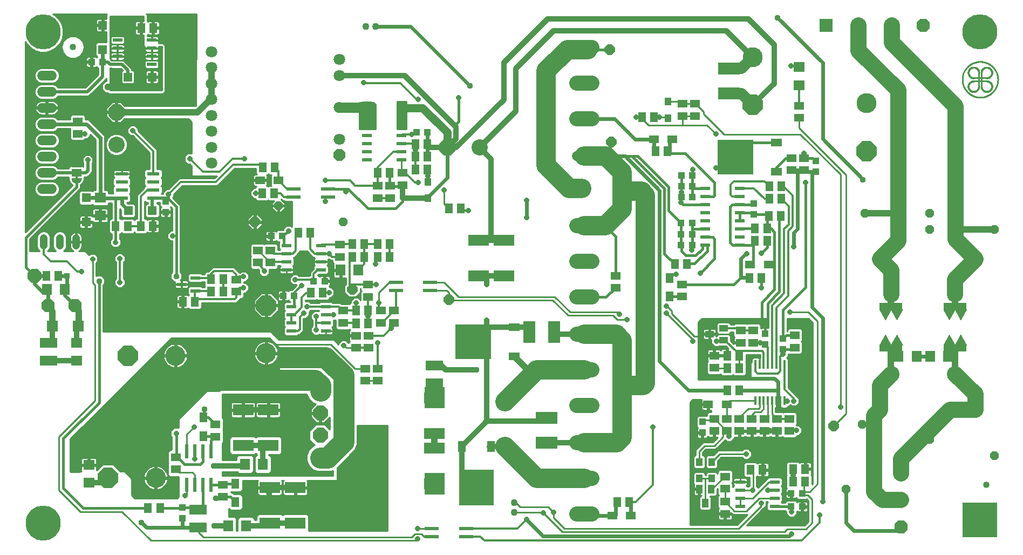
<source format=gbl>
G75*
%MOIN*%
%OFA0B0*%
%FSLAX25Y25*%
%IPPOS*%
%LPD*%
%AMOC8*
5,1,8,0,0,1.08239X$1,22.5*
%
%ADD10C,0.10000*%
%ADD11OC8,0.06000*%
%ADD12R,0.06299X0.07098*%
%ADD13OC8,0.08268*%
%ADD14OC8,0.05400*%
%ADD15C,0.00039*%
%ADD16R,0.14173X0.03937*%
%ADD17R,0.08268X0.08268*%
%ADD18C,0.04000*%
%ADD19R,0.01400X0.05600*%
%ADD20R,0.03937X0.04331*%
%ADD21R,0.05906X0.05118*%
%ADD22R,0.22441X0.21654*%
%ADD23R,0.06693X0.05118*%
%ADD24R,0.04331X0.03937*%
%ADD25C,0.09299*%
%ADD26R,0.05118X0.05906*%
%ADD27R,0.05906X0.04724*%
%ADD28C,0.06000*%
%ADD29R,0.12598X0.07087*%
%ADD30R,0.07098X0.06299*%
%ADD31R,0.21654X0.22441*%
%ADD32R,0.05118X0.06693*%
%ADD33R,0.06100X0.02400*%
%ADD34R,0.04724X0.05906*%
%ADD35R,0.07480X0.13386*%
%ADD36R,0.06299X0.07087*%
%ADD37R,0.07087X0.06299*%
%ADD38R,0.10630X0.06299*%
%ADD39R,0.08661X0.02362*%
%ADD40C,0.01000*%
%ADD41C,0.00100*%
%ADD42C,0.12362*%
%ADD43OC8,0.12362*%
%ADD44R,0.13386X0.07480*%
%ADD45OC8,0.08600*%
%ADD46R,0.03543X0.03543*%
%ADD47OC8,0.06496*%
%ADD48R,0.06102X0.02362*%
%ADD49OC8,0.09299*%
%ADD50R,0.05512X0.03937*%
%ADD51R,0.03937X0.04724*%
%ADD52R,0.00984X0.01969*%
%ADD53R,0.02362X0.08661*%
%ADD54R,0.06000X0.02200*%
%ADD55R,0.07087X0.06693*%
%ADD56C,0.04331*%
%ADD57R,0.03937X0.05512*%
%ADD58C,0.04800*%
%ADD59R,0.07800X0.02200*%
%ADD60R,0.05512X0.05512*%
%ADD61OC8,0.10000*%
%ADD62C,0.07087*%
%ADD63OC8,0.07087*%
%ADD64R,0.06000X0.05000*%
%ADD65R,0.01000X0.03500*%
%ADD66R,0.01000X0.02000*%
%ADD67C,0.03200*%
%ADD68C,0.06600*%
%ADD69OC8,0.03175*%
%ADD70R,0.21654X0.21654*%
%ADD71OC8,0.03569*%
%ADD72C,0.02400*%
%ADD73C,0.04000*%
%ADD74C,0.10000*%
%ADD75C,0.01200*%
%ADD76C,0.01600*%
%ADD77C,0.02000*%
%ADD78OC8,0.03962*%
%ADD79R,0.03175X0.03175*%
%ADD80R,0.03569X0.03569*%
%ADD81C,0.01400*%
%ADD82C,0.12000*%
%ADD83C,0.13000*%
%ADD84C,0.21654*%
%ADD85C,0.05000*%
D10*
X0082918Y0264250D03*
X0307168Y0262500D03*
X0561733Y0171856D03*
X0601103Y0171856D03*
X0601103Y0122644D03*
X0561733Y0122644D03*
D11*
X0554668Y0100500D03*
X0613668Y0100500D03*
X0613668Y0193500D03*
X0554668Y0193500D03*
D12*
X0566070Y0133500D03*
X0577266Y0133500D03*
X0585570Y0133500D03*
X0596766Y0133500D03*
D13*
X0567668Y0061285D03*
X0567668Y0044750D03*
X0567668Y0028215D03*
X0561881Y0337709D03*
X0581381Y0337709D03*
X0541381Y0337709D03*
X0057186Y0165000D03*
X0040650Y0165000D03*
D14*
X0182918Y0226500D03*
X0222918Y0216500D03*
X0533668Y0051500D03*
X0585168Y0082250D03*
X0625168Y0072250D03*
X0543668Y0091500D03*
X0585168Y0212000D03*
X0585168Y0222000D03*
X0545168Y0222000D03*
X0625168Y0212000D03*
D15*
X0608005Y0162524D02*
X0600918Y0162524D01*
X0597375Y0156224D01*
X0593831Y0162524D01*
X0600918Y0162524D01*
X0604461Y0156224D01*
X0608005Y0162524D01*
X0607993Y0162503D02*
X0600930Y0162503D01*
X0600906Y0162503D02*
X0593843Y0162503D01*
X0593864Y0162465D02*
X0600885Y0162465D01*
X0600864Y0162427D02*
X0593886Y0162427D01*
X0593907Y0162389D02*
X0600843Y0162389D01*
X0600821Y0162352D02*
X0593928Y0162352D01*
X0593949Y0162314D02*
X0600800Y0162314D01*
X0600779Y0162276D02*
X0593971Y0162276D01*
X0593992Y0162238D02*
X0600757Y0162238D01*
X0600736Y0162200D02*
X0594013Y0162200D01*
X0594035Y0162162D02*
X0600715Y0162162D01*
X0600693Y0162124D02*
X0594056Y0162124D01*
X0594077Y0162086D02*
X0600672Y0162086D01*
X0600651Y0162049D02*
X0594099Y0162049D01*
X0594120Y0162011D02*
X0600629Y0162011D01*
X0600608Y0161973D02*
X0594141Y0161973D01*
X0594163Y0161935D02*
X0600587Y0161935D01*
X0600566Y0161897D02*
X0594184Y0161897D01*
X0594205Y0161859D02*
X0600544Y0161859D01*
X0600523Y0161821D02*
X0594226Y0161821D01*
X0594248Y0161783D02*
X0600502Y0161783D01*
X0600480Y0161746D02*
X0594269Y0161746D01*
X0594290Y0161708D02*
X0600459Y0161708D01*
X0600438Y0161670D02*
X0594312Y0161670D01*
X0594333Y0161632D02*
X0600416Y0161632D01*
X0600395Y0161594D02*
X0594354Y0161594D01*
X0594376Y0161556D02*
X0600374Y0161556D01*
X0600352Y0161518D02*
X0594397Y0161518D01*
X0594418Y0161480D02*
X0600331Y0161480D01*
X0600310Y0161442D02*
X0594440Y0161442D01*
X0594461Y0161405D02*
X0600289Y0161405D01*
X0600267Y0161367D02*
X0594482Y0161367D01*
X0594503Y0161329D02*
X0600246Y0161329D01*
X0600225Y0161291D02*
X0594525Y0161291D01*
X0594546Y0161253D02*
X0600203Y0161253D01*
X0600182Y0161215D02*
X0594567Y0161215D01*
X0594589Y0161177D02*
X0600161Y0161177D01*
X0600139Y0161139D02*
X0594610Y0161139D01*
X0594631Y0161102D02*
X0600118Y0161102D01*
X0600097Y0161064D02*
X0594653Y0161064D01*
X0594674Y0161026D02*
X0600075Y0161026D01*
X0600054Y0160988D02*
X0594695Y0160988D01*
X0594717Y0160950D02*
X0600033Y0160950D01*
X0600012Y0160912D02*
X0594738Y0160912D01*
X0594759Y0160874D02*
X0599990Y0160874D01*
X0599969Y0160836D02*
X0594780Y0160836D01*
X0594802Y0160798D02*
X0599948Y0160798D01*
X0599926Y0160761D02*
X0594823Y0160761D01*
X0594844Y0160723D02*
X0599905Y0160723D01*
X0599884Y0160685D02*
X0594866Y0160685D01*
X0594887Y0160647D02*
X0599862Y0160647D01*
X0599841Y0160609D02*
X0594908Y0160609D01*
X0594930Y0160571D02*
X0599820Y0160571D01*
X0599798Y0160533D02*
X0594951Y0160533D01*
X0594972Y0160495D02*
X0599777Y0160495D01*
X0599756Y0160458D02*
X0594994Y0160458D01*
X0595015Y0160420D02*
X0599734Y0160420D01*
X0599713Y0160382D02*
X0595036Y0160382D01*
X0595057Y0160344D02*
X0599692Y0160344D01*
X0599671Y0160306D02*
X0595079Y0160306D01*
X0595100Y0160268D02*
X0599649Y0160268D01*
X0599628Y0160230D02*
X0595121Y0160230D01*
X0595143Y0160192D02*
X0599607Y0160192D01*
X0599585Y0160154D02*
X0595164Y0160154D01*
X0595185Y0160117D02*
X0599564Y0160117D01*
X0599543Y0160079D02*
X0595207Y0160079D01*
X0595228Y0160041D02*
X0599521Y0160041D01*
X0599500Y0160003D02*
X0595249Y0160003D01*
X0595271Y0159965D02*
X0599479Y0159965D01*
X0599457Y0159927D02*
X0595292Y0159927D01*
X0595313Y0159889D02*
X0599436Y0159889D01*
X0599415Y0159851D02*
X0595334Y0159851D01*
X0595356Y0159814D02*
X0599394Y0159814D01*
X0599372Y0159776D02*
X0595377Y0159776D01*
X0595398Y0159738D02*
X0599351Y0159738D01*
X0599330Y0159700D02*
X0595420Y0159700D01*
X0595441Y0159662D02*
X0599308Y0159662D01*
X0599287Y0159624D02*
X0595462Y0159624D01*
X0595484Y0159586D02*
X0599266Y0159586D01*
X0599244Y0159548D02*
X0595505Y0159548D01*
X0595526Y0159511D02*
X0599223Y0159511D01*
X0599202Y0159473D02*
X0595548Y0159473D01*
X0595569Y0159435D02*
X0599180Y0159435D01*
X0599159Y0159397D02*
X0595590Y0159397D01*
X0595611Y0159359D02*
X0599138Y0159359D01*
X0599117Y0159321D02*
X0595633Y0159321D01*
X0595654Y0159283D02*
X0599095Y0159283D01*
X0599074Y0159245D02*
X0595675Y0159245D01*
X0595697Y0159207D02*
X0599053Y0159207D01*
X0599031Y0159170D02*
X0595718Y0159170D01*
X0595739Y0159132D02*
X0599010Y0159132D01*
X0598989Y0159094D02*
X0595761Y0159094D01*
X0595782Y0159056D02*
X0598967Y0159056D01*
X0598946Y0159018D02*
X0595803Y0159018D01*
X0595825Y0158980D02*
X0598925Y0158980D01*
X0598903Y0158942D02*
X0595846Y0158942D01*
X0595867Y0158904D02*
X0598882Y0158904D01*
X0598861Y0158867D02*
X0595888Y0158867D01*
X0595910Y0158829D02*
X0598840Y0158829D01*
X0598818Y0158791D02*
X0595931Y0158791D01*
X0595952Y0158753D02*
X0598797Y0158753D01*
X0598776Y0158715D02*
X0595974Y0158715D01*
X0595995Y0158677D02*
X0598754Y0158677D01*
X0598733Y0158639D02*
X0596016Y0158639D01*
X0596038Y0158601D02*
X0598712Y0158601D01*
X0598690Y0158563D02*
X0596059Y0158563D01*
X0596080Y0158526D02*
X0598669Y0158526D01*
X0598648Y0158488D02*
X0596102Y0158488D01*
X0596123Y0158450D02*
X0598626Y0158450D01*
X0598605Y0158412D02*
X0596144Y0158412D01*
X0596165Y0158374D02*
X0598584Y0158374D01*
X0598563Y0158336D02*
X0596187Y0158336D01*
X0596208Y0158298D02*
X0598541Y0158298D01*
X0598520Y0158260D02*
X0596229Y0158260D01*
X0596251Y0158223D02*
X0598499Y0158223D01*
X0598477Y0158185D02*
X0596272Y0158185D01*
X0596293Y0158147D02*
X0598456Y0158147D01*
X0598435Y0158109D02*
X0596315Y0158109D01*
X0596336Y0158071D02*
X0598413Y0158071D01*
X0598392Y0158033D02*
X0596357Y0158033D01*
X0596379Y0157995D02*
X0598371Y0157995D01*
X0598349Y0157957D02*
X0596400Y0157957D01*
X0596421Y0157919D02*
X0598328Y0157919D01*
X0598307Y0157882D02*
X0596442Y0157882D01*
X0596464Y0157844D02*
X0598286Y0157844D01*
X0598264Y0157806D02*
X0596485Y0157806D01*
X0596506Y0157768D02*
X0598243Y0157768D01*
X0598222Y0157730D02*
X0596528Y0157730D01*
X0596549Y0157692D02*
X0598200Y0157692D01*
X0598179Y0157654D02*
X0596570Y0157654D01*
X0596592Y0157616D02*
X0598158Y0157616D01*
X0598136Y0157579D02*
X0596613Y0157579D01*
X0596634Y0157541D02*
X0598115Y0157541D01*
X0598094Y0157503D02*
X0596656Y0157503D01*
X0596677Y0157465D02*
X0598072Y0157465D01*
X0598051Y0157427D02*
X0596698Y0157427D01*
X0596720Y0157389D02*
X0598030Y0157389D01*
X0598009Y0157351D02*
X0596741Y0157351D01*
X0596762Y0157313D02*
X0597987Y0157313D01*
X0597966Y0157276D02*
X0596783Y0157276D01*
X0596805Y0157238D02*
X0597945Y0157238D01*
X0597923Y0157200D02*
X0596826Y0157200D01*
X0596847Y0157162D02*
X0597902Y0157162D01*
X0597881Y0157124D02*
X0596869Y0157124D01*
X0596890Y0157086D02*
X0597859Y0157086D01*
X0597838Y0157048D02*
X0596911Y0157048D01*
X0596933Y0157010D02*
X0597817Y0157010D01*
X0597795Y0156972D02*
X0596954Y0156972D01*
X0596975Y0156935D02*
X0597774Y0156935D01*
X0597753Y0156897D02*
X0596997Y0156897D01*
X0597018Y0156859D02*
X0597732Y0156859D01*
X0597710Y0156821D02*
X0597039Y0156821D01*
X0597060Y0156783D02*
X0597689Y0156783D01*
X0597668Y0156745D02*
X0597082Y0156745D01*
X0597103Y0156707D02*
X0597646Y0156707D01*
X0597625Y0156669D02*
X0597124Y0156669D01*
X0597146Y0156632D02*
X0597604Y0156632D01*
X0597582Y0156594D02*
X0597167Y0156594D01*
X0597188Y0156556D02*
X0597561Y0156556D01*
X0597540Y0156518D02*
X0597210Y0156518D01*
X0597231Y0156480D02*
X0597518Y0156480D01*
X0597497Y0156442D02*
X0597252Y0156442D01*
X0597274Y0156404D02*
X0597476Y0156404D01*
X0597455Y0156366D02*
X0597295Y0156366D01*
X0597316Y0156328D02*
X0597433Y0156328D01*
X0597412Y0156291D02*
X0597337Y0156291D01*
X0597359Y0156253D02*
X0597391Y0156253D01*
X0602741Y0159283D02*
X0606182Y0159283D01*
X0606161Y0159245D02*
X0602762Y0159245D01*
X0602783Y0159207D02*
X0606139Y0159207D01*
X0606118Y0159170D02*
X0602805Y0159170D01*
X0602826Y0159132D02*
X0606097Y0159132D01*
X0606075Y0159094D02*
X0602847Y0159094D01*
X0602869Y0159056D02*
X0606054Y0159056D01*
X0606033Y0159018D02*
X0602890Y0159018D01*
X0602911Y0158980D02*
X0606011Y0158980D01*
X0605990Y0158942D02*
X0602932Y0158942D01*
X0602954Y0158904D02*
X0605969Y0158904D01*
X0605947Y0158867D02*
X0602975Y0158867D01*
X0602996Y0158829D02*
X0605926Y0158829D01*
X0605905Y0158791D02*
X0603018Y0158791D01*
X0603039Y0158753D02*
X0605884Y0158753D01*
X0605862Y0158715D02*
X0603060Y0158715D01*
X0603082Y0158677D02*
X0605841Y0158677D01*
X0605820Y0158639D02*
X0603103Y0158639D01*
X0603124Y0158601D02*
X0605798Y0158601D01*
X0605777Y0158563D02*
X0603146Y0158563D01*
X0603167Y0158526D02*
X0605756Y0158526D01*
X0605734Y0158488D02*
X0603188Y0158488D01*
X0603209Y0158450D02*
X0605713Y0158450D01*
X0605692Y0158412D02*
X0603231Y0158412D01*
X0603252Y0158374D02*
X0605670Y0158374D01*
X0605649Y0158336D02*
X0603273Y0158336D01*
X0603295Y0158298D02*
X0605628Y0158298D01*
X0605607Y0158260D02*
X0603316Y0158260D01*
X0603337Y0158223D02*
X0605585Y0158223D01*
X0605564Y0158185D02*
X0603359Y0158185D01*
X0603380Y0158147D02*
X0605543Y0158147D01*
X0605521Y0158109D02*
X0603401Y0158109D01*
X0603423Y0158071D02*
X0605500Y0158071D01*
X0605479Y0158033D02*
X0603444Y0158033D01*
X0603465Y0157995D02*
X0605457Y0157995D01*
X0605436Y0157957D02*
X0603487Y0157957D01*
X0603508Y0157919D02*
X0605415Y0157919D01*
X0605393Y0157882D02*
X0603529Y0157882D01*
X0603550Y0157844D02*
X0605372Y0157844D01*
X0605351Y0157806D02*
X0603572Y0157806D01*
X0603593Y0157768D02*
X0605330Y0157768D01*
X0605308Y0157730D02*
X0603614Y0157730D01*
X0603636Y0157692D02*
X0605287Y0157692D01*
X0605266Y0157654D02*
X0603657Y0157654D01*
X0603678Y0157616D02*
X0605244Y0157616D01*
X0605223Y0157579D02*
X0603700Y0157579D01*
X0603721Y0157541D02*
X0605202Y0157541D01*
X0605180Y0157503D02*
X0603742Y0157503D01*
X0603764Y0157465D02*
X0605159Y0157465D01*
X0605138Y0157427D02*
X0603785Y0157427D01*
X0603806Y0157389D02*
X0605116Y0157389D01*
X0605095Y0157351D02*
X0603827Y0157351D01*
X0603849Y0157313D02*
X0605074Y0157313D01*
X0605053Y0157276D02*
X0603870Y0157276D01*
X0603891Y0157238D02*
X0605031Y0157238D01*
X0605010Y0157200D02*
X0603913Y0157200D01*
X0603934Y0157162D02*
X0604989Y0157162D01*
X0604967Y0157124D02*
X0603955Y0157124D01*
X0603977Y0157086D02*
X0604946Y0157086D01*
X0604925Y0157048D02*
X0603998Y0157048D01*
X0604019Y0157010D02*
X0604903Y0157010D01*
X0604882Y0156972D02*
X0604041Y0156972D01*
X0604062Y0156935D02*
X0604861Y0156935D01*
X0604839Y0156897D02*
X0604083Y0156897D01*
X0604104Y0156859D02*
X0604818Y0156859D01*
X0604797Y0156821D02*
X0604126Y0156821D01*
X0604147Y0156783D02*
X0604776Y0156783D01*
X0604754Y0156745D02*
X0604168Y0156745D01*
X0604190Y0156707D02*
X0604733Y0156707D01*
X0604712Y0156669D02*
X0604211Y0156669D01*
X0604232Y0156632D02*
X0604690Y0156632D01*
X0604669Y0156594D02*
X0604254Y0156594D01*
X0604275Y0156556D02*
X0604648Y0156556D01*
X0604626Y0156518D02*
X0604296Y0156518D01*
X0604318Y0156480D02*
X0604605Y0156480D01*
X0604584Y0156442D02*
X0604339Y0156442D01*
X0604360Y0156404D02*
X0604562Y0156404D01*
X0604541Y0156366D02*
X0604381Y0156366D01*
X0604403Y0156328D02*
X0604520Y0156328D01*
X0604499Y0156291D02*
X0604424Y0156291D01*
X0604445Y0156253D02*
X0604477Y0156253D01*
X0606203Y0159321D02*
X0602719Y0159321D01*
X0602698Y0159359D02*
X0606224Y0159359D01*
X0606246Y0159397D02*
X0602677Y0159397D01*
X0602655Y0159435D02*
X0606267Y0159435D01*
X0606288Y0159473D02*
X0602634Y0159473D01*
X0602613Y0159511D02*
X0606310Y0159511D01*
X0606331Y0159548D02*
X0602592Y0159548D01*
X0602570Y0159586D02*
X0606352Y0159586D01*
X0606374Y0159624D02*
X0602549Y0159624D01*
X0602528Y0159662D02*
X0606395Y0159662D01*
X0606416Y0159700D02*
X0602506Y0159700D01*
X0602485Y0159738D02*
X0606438Y0159738D01*
X0606459Y0159776D02*
X0602464Y0159776D01*
X0602442Y0159814D02*
X0606480Y0159814D01*
X0606501Y0159851D02*
X0602421Y0159851D01*
X0602400Y0159889D02*
X0606523Y0159889D01*
X0606544Y0159927D02*
X0602378Y0159927D01*
X0602357Y0159965D02*
X0606565Y0159965D01*
X0606587Y0160003D02*
X0602336Y0160003D01*
X0602315Y0160041D02*
X0606608Y0160041D01*
X0606629Y0160079D02*
X0602293Y0160079D01*
X0602272Y0160117D02*
X0606651Y0160117D01*
X0606672Y0160154D02*
X0602251Y0160154D01*
X0602229Y0160192D02*
X0606693Y0160192D01*
X0606715Y0160230D02*
X0602208Y0160230D01*
X0602187Y0160268D02*
X0606736Y0160268D01*
X0606757Y0160306D02*
X0602165Y0160306D01*
X0602144Y0160344D02*
X0606778Y0160344D01*
X0606800Y0160382D02*
X0602123Y0160382D01*
X0602101Y0160420D02*
X0606821Y0160420D01*
X0606842Y0160458D02*
X0602080Y0160458D01*
X0602059Y0160495D02*
X0606864Y0160495D01*
X0606885Y0160533D02*
X0602038Y0160533D01*
X0602016Y0160571D02*
X0606906Y0160571D01*
X0606928Y0160609D02*
X0601995Y0160609D01*
X0601974Y0160647D02*
X0606949Y0160647D01*
X0606970Y0160685D02*
X0601952Y0160685D01*
X0601931Y0160723D02*
X0606992Y0160723D01*
X0607013Y0160761D02*
X0601910Y0160761D01*
X0601888Y0160798D02*
X0607034Y0160798D01*
X0607056Y0160836D02*
X0601867Y0160836D01*
X0601846Y0160874D02*
X0607077Y0160874D01*
X0607098Y0160912D02*
X0601824Y0160912D01*
X0601803Y0160950D02*
X0607119Y0160950D01*
X0607141Y0160988D02*
X0601782Y0160988D01*
X0601761Y0161026D02*
X0607162Y0161026D01*
X0607183Y0161064D02*
X0601739Y0161064D01*
X0601718Y0161102D02*
X0607205Y0161102D01*
X0607226Y0161139D02*
X0601697Y0161139D01*
X0601675Y0161177D02*
X0607247Y0161177D01*
X0607269Y0161215D02*
X0601654Y0161215D01*
X0601633Y0161253D02*
X0607290Y0161253D01*
X0607311Y0161291D02*
X0601611Y0161291D01*
X0601590Y0161329D02*
X0607333Y0161329D01*
X0607354Y0161367D02*
X0601569Y0161367D01*
X0601547Y0161405D02*
X0607375Y0161405D01*
X0607396Y0161442D02*
X0601526Y0161442D01*
X0601505Y0161480D02*
X0607418Y0161480D01*
X0607439Y0161518D02*
X0601484Y0161518D01*
X0601462Y0161556D02*
X0607460Y0161556D01*
X0607482Y0161594D02*
X0601441Y0161594D01*
X0601420Y0161632D02*
X0607503Y0161632D01*
X0607524Y0161670D02*
X0601398Y0161670D01*
X0601377Y0161708D02*
X0607546Y0161708D01*
X0607567Y0161746D02*
X0601356Y0161746D01*
X0601334Y0161783D02*
X0607588Y0161783D01*
X0607610Y0161821D02*
X0601313Y0161821D01*
X0601292Y0161859D02*
X0607631Y0161859D01*
X0607652Y0161897D02*
X0601270Y0161897D01*
X0601249Y0161935D02*
X0607673Y0161935D01*
X0607695Y0161973D02*
X0601228Y0161973D01*
X0601207Y0162011D02*
X0607716Y0162011D01*
X0607737Y0162049D02*
X0601185Y0162049D01*
X0601164Y0162086D02*
X0607759Y0162086D01*
X0607780Y0162124D02*
X0601143Y0162124D01*
X0601121Y0162162D02*
X0607801Y0162162D01*
X0607823Y0162200D02*
X0601100Y0162200D01*
X0601079Y0162238D02*
X0607844Y0162238D01*
X0607865Y0162276D02*
X0601057Y0162276D01*
X0601036Y0162314D02*
X0607887Y0162314D01*
X0607908Y0162352D02*
X0601015Y0162352D01*
X0600993Y0162389D02*
X0607929Y0162389D01*
X0607950Y0162427D02*
X0600972Y0162427D01*
X0600951Y0162465D02*
X0607972Y0162465D01*
X0604461Y0146776D02*
X0608005Y0140476D01*
X0600918Y0140476D01*
X0597375Y0146776D01*
X0593831Y0140476D01*
X0600918Y0140476D01*
X0604461Y0146776D01*
X0604444Y0146744D02*
X0604479Y0146744D01*
X0604500Y0146707D02*
X0604422Y0146707D01*
X0604401Y0146669D02*
X0604521Y0146669D01*
X0604543Y0146631D02*
X0604380Y0146631D01*
X0604359Y0146593D02*
X0604564Y0146593D01*
X0604585Y0146555D02*
X0604337Y0146555D01*
X0604316Y0146517D02*
X0604607Y0146517D01*
X0604628Y0146479D02*
X0604295Y0146479D01*
X0604273Y0146441D02*
X0604649Y0146441D01*
X0604671Y0146404D02*
X0604252Y0146404D01*
X0604231Y0146366D02*
X0604692Y0146366D01*
X0604713Y0146328D02*
X0604209Y0146328D01*
X0604188Y0146290D02*
X0604734Y0146290D01*
X0604756Y0146252D02*
X0604167Y0146252D01*
X0604145Y0146214D02*
X0604777Y0146214D01*
X0604798Y0146176D02*
X0604124Y0146176D01*
X0604103Y0146138D02*
X0604820Y0146138D01*
X0604841Y0146100D02*
X0604082Y0146100D01*
X0604060Y0146063D02*
X0604862Y0146063D01*
X0604884Y0146025D02*
X0604039Y0146025D01*
X0604018Y0145987D02*
X0604905Y0145987D01*
X0604926Y0145949D02*
X0603996Y0145949D01*
X0603975Y0145911D02*
X0604948Y0145911D01*
X0604969Y0145873D02*
X0603954Y0145873D01*
X0603932Y0145835D02*
X0604990Y0145835D01*
X0605011Y0145797D02*
X0603911Y0145797D01*
X0603890Y0145760D02*
X0605033Y0145760D01*
X0605054Y0145722D02*
X0603868Y0145722D01*
X0603847Y0145684D02*
X0605075Y0145684D01*
X0605097Y0145646D02*
X0603826Y0145646D01*
X0603805Y0145608D02*
X0605118Y0145608D01*
X0605139Y0145570D02*
X0603783Y0145570D01*
X0603762Y0145532D02*
X0605161Y0145532D01*
X0605182Y0145494D02*
X0603741Y0145494D01*
X0603719Y0145457D02*
X0605203Y0145457D01*
X0605225Y0145419D02*
X0603698Y0145419D01*
X0603677Y0145381D02*
X0605246Y0145381D01*
X0605267Y0145343D02*
X0603655Y0145343D01*
X0603634Y0145305D02*
X0605288Y0145305D01*
X0605310Y0145267D02*
X0603613Y0145267D01*
X0603591Y0145229D02*
X0605331Y0145229D01*
X0605352Y0145191D02*
X0603570Y0145191D01*
X0603549Y0145153D02*
X0605374Y0145153D01*
X0605395Y0145116D02*
X0603528Y0145116D01*
X0603506Y0145078D02*
X0605416Y0145078D01*
X0605438Y0145040D02*
X0603485Y0145040D01*
X0603464Y0145002D02*
X0605459Y0145002D01*
X0605480Y0144964D02*
X0603442Y0144964D01*
X0603421Y0144926D02*
X0605502Y0144926D01*
X0605523Y0144888D02*
X0603400Y0144888D01*
X0603378Y0144850D02*
X0605544Y0144850D01*
X0605566Y0144813D02*
X0603357Y0144813D01*
X0603336Y0144775D02*
X0605587Y0144775D01*
X0605608Y0144737D02*
X0603314Y0144737D01*
X0603293Y0144699D02*
X0605629Y0144699D01*
X0605651Y0144661D02*
X0603272Y0144661D01*
X0603251Y0144623D02*
X0605672Y0144623D01*
X0605693Y0144585D02*
X0603229Y0144585D01*
X0603208Y0144547D02*
X0605715Y0144547D01*
X0605736Y0144509D02*
X0603187Y0144509D01*
X0603165Y0144472D02*
X0605757Y0144472D01*
X0605779Y0144434D02*
X0603144Y0144434D01*
X0603123Y0144396D02*
X0605800Y0144396D01*
X0605821Y0144358D02*
X0603101Y0144358D01*
X0603080Y0144320D02*
X0605843Y0144320D01*
X0605864Y0144282D02*
X0603059Y0144282D01*
X0603037Y0144244D02*
X0605885Y0144244D01*
X0605906Y0144206D02*
X0603016Y0144206D01*
X0602995Y0144169D02*
X0605928Y0144169D01*
X0605949Y0144131D02*
X0602973Y0144131D01*
X0602952Y0144093D02*
X0605970Y0144093D01*
X0605992Y0144055D02*
X0602931Y0144055D01*
X0602910Y0144017D02*
X0606013Y0144017D01*
X0606034Y0143979D02*
X0602888Y0143979D01*
X0602867Y0143941D02*
X0606056Y0143941D01*
X0606077Y0143903D02*
X0602846Y0143903D01*
X0602824Y0143865D02*
X0606098Y0143865D01*
X0606120Y0143828D02*
X0602803Y0143828D01*
X0602782Y0143790D02*
X0606141Y0143790D01*
X0606162Y0143752D02*
X0602760Y0143752D01*
X0602739Y0143714D02*
X0606183Y0143714D01*
X0606205Y0143676D02*
X0602718Y0143676D01*
X0602696Y0143638D02*
X0606226Y0143638D01*
X0606247Y0143600D02*
X0602675Y0143600D01*
X0602654Y0143562D02*
X0606269Y0143562D01*
X0606290Y0143525D02*
X0602633Y0143525D01*
X0602611Y0143487D02*
X0606311Y0143487D01*
X0606333Y0143449D02*
X0602590Y0143449D01*
X0602569Y0143411D02*
X0606354Y0143411D01*
X0606375Y0143373D02*
X0602547Y0143373D01*
X0602526Y0143335D02*
X0606397Y0143335D01*
X0606418Y0143297D02*
X0602505Y0143297D01*
X0602483Y0143259D02*
X0606439Y0143259D01*
X0606460Y0143222D02*
X0602462Y0143222D01*
X0602441Y0143184D02*
X0606482Y0143184D01*
X0606503Y0143146D02*
X0602419Y0143146D01*
X0602398Y0143108D02*
X0606524Y0143108D01*
X0606546Y0143070D02*
X0602377Y0143070D01*
X0602356Y0143032D02*
X0606567Y0143032D01*
X0606588Y0142994D02*
X0602334Y0142994D01*
X0602313Y0142956D02*
X0606610Y0142956D01*
X0606631Y0142918D02*
X0602292Y0142918D01*
X0602270Y0142881D02*
X0606652Y0142881D01*
X0606674Y0142843D02*
X0602249Y0142843D01*
X0602228Y0142805D02*
X0606695Y0142805D01*
X0606716Y0142767D02*
X0602206Y0142767D01*
X0602185Y0142729D02*
X0606737Y0142729D01*
X0606759Y0142691D02*
X0602164Y0142691D01*
X0602142Y0142653D02*
X0606780Y0142653D01*
X0606801Y0142615D02*
X0602121Y0142615D01*
X0602100Y0142578D02*
X0606823Y0142578D01*
X0606844Y0142540D02*
X0602079Y0142540D01*
X0602057Y0142502D02*
X0606865Y0142502D01*
X0606887Y0142464D02*
X0602036Y0142464D01*
X0602015Y0142426D02*
X0606908Y0142426D01*
X0606929Y0142388D02*
X0601993Y0142388D01*
X0601972Y0142350D02*
X0606951Y0142350D01*
X0606972Y0142312D02*
X0601951Y0142312D01*
X0601929Y0142274D02*
X0606993Y0142274D01*
X0607014Y0142237D02*
X0601908Y0142237D01*
X0601887Y0142199D02*
X0607036Y0142199D01*
X0607057Y0142161D02*
X0601865Y0142161D01*
X0601844Y0142123D02*
X0607078Y0142123D01*
X0607100Y0142085D02*
X0601823Y0142085D01*
X0601802Y0142047D02*
X0607121Y0142047D01*
X0607142Y0142009D02*
X0601780Y0142009D01*
X0601759Y0141971D02*
X0607164Y0141971D01*
X0607185Y0141934D02*
X0601738Y0141934D01*
X0601716Y0141896D02*
X0607206Y0141896D01*
X0607228Y0141858D02*
X0601695Y0141858D01*
X0601674Y0141820D02*
X0607249Y0141820D01*
X0607270Y0141782D02*
X0601652Y0141782D01*
X0601631Y0141744D02*
X0607291Y0141744D01*
X0607313Y0141706D02*
X0601610Y0141706D01*
X0601588Y0141668D02*
X0607334Y0141668D01*
X0607355Y0141630D02*
X0601567Y0141630D01*
X0601546Y0141593D02*
X0607377Y0141593D01*
X0607398Y0141555D02*
X0601525Y0141555D01*
X0601503Y0141517D02*
X0607419Y0141517D01*
X0607441Y0141479D02*
X0601482Y0141479D01*
X0601461Y0141441D02*
X0607462Y0141441D01*
X0607483Y0141403D02*
X0601439Y0141403D01*
X0601418Y0141365D02*
X0607505Y0141365D01*
X0607526Y0141327D02*
X0601397Y0141327D01*
X0601375Y0141290D02*
X0607547Y0141290D01*
X0607568Y0141252D02*
X0601354Y0141252D01*
X0601333Y0141214D02*
X0607590Y0141214D01*
X0607611Y0141176D02*
X0601311Y0141176D01*
X0601290Y0141138D02*
X0607632Y0141138D01*
X0607654Y0141100D02*
X0601269Y0141100D01*
X0601248Y0141062D02*
X0607675Y0141062D01*
X0607696Y0141024D02*
X0601226Y0141024D01*
X0601205Y0140987D02*
X0607718Y0140987D01*
X0607739Y0140949D02*
X0601184Y0140949D01*
X0601162Y0140911D02*
X0607760Y0140911D01*
X0607782Y0140873D02*
X0601141Y0140873D01*
X0601120Y0140835D02*
X0607803Y0140835D01*
X0607824Y0140797D02*
X0601098Y0140797D01*
X0601077Y0140759D02*
X0607845Y0140759D01*
X0607867Y0140721D02*
X0601056Y0140721D01*
X0601034Y0140683D02*
X0607888Y0140683D01*
X0607909Y0140646D02*
X0601013Y0140646D01*
X0600992Y0140608D02*
X0607931Y0140608D01*
X0607952Y0140570D02*
X0600971Y0140570D01*
X0600949Y0140532D02*
X0607973Y0140532D01*
X0607995Y0140494D02*
X0600928Y0140494D01*
X0600908Y0140494D02*
X0593841Y0140494D01*
X0593863Y0140532D02*
X0600887Y0140532D01*
X0600865Y0140570D02*
X0593884Y0140570D01*
X0593905Y0140608D02*
X0600844Y0140608D01*
X0600823Y0140646D02*
X0593927Y0140646D01*
X0593948Y0140683D02*
X0600801Y0140683D01*
X0600780Y0140721D02*
X0593969Y0140721D01*
X0593990Y0140759D02*
X0600759Y0140759D01*
X0600738Y0140797D02*
X0594012Y0140797D01*
X0594033Y0140835D02*
X0600716Y0140835D01*
X0600695Y0140873D02*
X0594054Y0140873D01*
X0594076Y0140911D02*
X0600674Y0140911D01*
X0600652Y0140949D02*
X0594097Y0140949D01*
X0594118Y0140987D02*
X0600631Y0140987D01*
X0600610Y0141024D02*
X0594140Y0141024D01*
X0594161Y0141062D02*
X0600588Y0141062D01*
X0600567Y0141100D02*
X0594182Y0141100D01*
X0594204Y0141138D02*
X0600546Y0141138D01*
X0600524Y0141176D02*
X0594225Y0141176D01*
X0594246Y0141214D02*
X0600503Y0141214D01*
X0600482Y0141252D02*
X0594267Y0141252D01*
X0594289Y0141290D02*
X0600461Y0141290D01*
X0600439Y0141327D02*
X0594310Y0141327D01*
X0594331Y0141365D02*
X0600418Y0141365D01*
X0600397Y0141403D02*
X0594353Y0141403D01*
X0594374Y0141441D02*
X0600375Y0141441D01*
X0600354Y0141479D02*
X0594395Y0141479D01*
X0594417Y0141517D02*
X0600333Y0141517D01*
X0600311Y0141555D02*
X0594438Y0141555D01*
X0594459Y0141593D02*
X0600290Y0141593D01*
X0600269Y0141630D02*
X0594481Y0141630D01*
X0594502Y0141668D02*
X0600247Y0141668D01*
X0600226Y0141706D02*
X0594523Y0141706D01*
X0594544Y0141744D02*
X0600205Y0141744D01*
X0600184Y0141782D02*
X0594566Y0141782D01*
X0594587Y0141820D02*
X0600162Y0141820D01*
X0600141Y0141858D02*
X0594608Y0141858D01*
X0594630Y0141896D02*
X0600120Y0141896D01*
X0600098Y0141934D02*
X0594651Y0141934D01*
X0594672Y0141971D02*
X0600077Y0141971D01*
X0600056Y0142009D02*
X0594694Y0142009D01*
X0594715Y0142047D02*
X0600034Y0142047D01*
X0600013Y0142085D02*
X0594736Y0142085D01*
X0594758Y0142123D02*
X0599992Y0142123D01*
X0599970Y0142161D02*
X0594779Y0142161D01*
X0594800Y0142199D02*
X0599949Y0142199D01*
X0599928Y0142237D02*
X0594821Y0142237D01*
X0594843Y0142274D02*
X0599907Y0142274D01*
X0599885Y0142312D02*
X0594864Y0142312D01*
X0594885Y0142350D02*
X0599864Y0142350D01*
X0599843Y0142388D02*
X0594907Y0142388D01*
X0594928Y0142426D02*
X0599821Y0142426D01*
X0599800Y0142464D02*
X0594949Y0142464D01*
X0594971Y0142502D02*
X0599779Y0142502D01*
X0599757Y0142540D02*
X0594992Y0142540D01*
X0595013Y0142578D02*
X0599736Y0142578D01*
X0599715Y0142615D02*
X0595035Y0142615D01*
X0595056Y0142653D02*
X0599693Y0142653D01*
X0599672Y0142691D02*
X0595077Y0142691D01*
X0595098Y0142729D02*
X0599651Y0142729D01*
X0599630Y0142767D02*
X0595120Y0142767D01*
X0595141Y0142805D02*
X0599608Y0142805D01*
X0599587Y0142843D02*
X0595162Y0142843D01*
X0595184Y0142881D02*
X0599566Y0142881D01*
X0599544Y0142918D02*
X0595205Y0142918D01*
X0595226Y0142956D02*
X0599523Y0142956D01*
X0599502Y0142994D02*
X0595248Y0142994D01*
X0595269Y0143032D02*
X0599480Y0143032D01*
X0599459Y0143070D02*
X0595290Y0143070D01*
X0595312Y0143108D02*
X0599438Y0143108D01*
X0599416Y0143146D02*
X0595333Y0143146D01*
X0595354Y0143184D02*
X0599395Y0143184D01*
X0599374Y0143222D02*
X0595375Y0143222D01*
X0595397Y0143259D02*
X0599353Y0143259D01*
X0599331Y0143297D02*
X0595418Y0143297D01*
X0595439Y0143335D02*
X0599310Y0143335D01*
X0599289Y0143373D02*
X0595461Y0143373D01*
X0595482Y0143411D02*
X0599267Y0143411D01*
X0599246Y0143449D02*
X0595503Y0143449D01*
X0595525Y0143487D02*
X0599225Y0143487D01*
X0599203Y0143525D02*
X0595546Y0143525D01*
X0595567Y0143562D02*
X0599182Y0143562D01*
X0599161Y0143600D02*
X0595589Y0143600D01*
X0595610Y0143638D02*
X0599139Y0143638D01*
X0599118Y0143676D02*
X0595631Y0143676D01*
X0595652Y0143714D02*
X0599097Y0143714D01*
X0599076Y0143752D02*
X0595674Y0143752D01*
X0595695Y0143790D02*
X0599054Y0143790D01*
X0599033Y0143828D02*
X0595716Y0143828D01*
X0595738Y0143865D02*
X0599012Y0143865D01*
X0598990Y0143903D02*
X0595759Y0143903D01*
X0595780Y0143941D02*
X0598969Y0143941D01*
X0598948Y0143979D02*
X0595802Y0143979D01*
X0595823Y0144017D02*
X0598926Y0144017D01*
X0598905Y0144055D02*
X0595844Y0144055D01*
X0595866Y0144093D02*
X0598884Y0144093D01*
X0598862Y0144131D02*
X0595887Y0144131D01*
X0595908Y0144169D02*
X0598841Y0144169D01*
X0598820Y0144206D02*
X0595930Y0144206D01*
X0595951Y0144244D02*
X0598799Y0144244D01*
X0598777Y0144282D02*
X0595972Y0144282D01*
X0595993Y0144320D02*
X0598756Y0144320D01*
X0598735Y0144358D02*
X0596015Y0144358D01*
X0596036Y0144396D02*
X0598713Y0144396D01*
X0598692Y0144434D02*
X0596057Y0144434D01*
X0596079Y0144472D02*
X0598671Y0144472D01*
X0598649Y0144509D02*
X0596100Y0144509D01*
X0596121Y0144547D02*
X0598628Y0144547D01*
X0598607Y0144585D02*
X0596143Y0144585D01*
X0596164Y0144623D02*
X0598585Y0144623D01*
X0598564Y0144661D02*
X0596185Y0144661D01*
X0596207Y0144699D02*
X0598543Y0144699D01*
X0598522Y0144737D02*
X0596228Y0144737D01*
X0596249Y0144775D02*
X0598500Y0144775D01*
X0598479Y0144813D02*
X0596270Y0144813D01*
X0596292Y0144850D02*
X0598458Y0144850D01*
X0598436Y0144888D02*
X0596313Y0144888D01*
X0596334Y0144926D02*
X0598415Y0144926D01*
X0598394Y0144964D02*
X0596356Y0144964D01*
X0596377Y0145002D02*
X0598372Y0145002D01*
X0598351Y0145040D02*
X0596398Y0145040D01*
X0596420Y0145078D02*
X0598330Y0145078D01*
X0598308Y0145116D02*
X0596441Y0145116D01*
X0596462Y0145153D02*
X0598287Y0145153D01*
X0598266Y0145191D02*
X0596484Y0145191D01*
X0596505Y0145229D02*
X0598245Y0145229D01*
X0598223Y0145267D02*
X0596526Y0145267D01*
X0596547Y0145305D02*
X0598202Y0145305D01*
X0598181Y0145343D02*
X0596569Y0145343D01*
X0596590Y0145381D02*
X0598159Y0145381D01*
X0598138Y0145419D02*
X0596611Y0145419D01*
X0596633Y0145457D02*
X0598117Y0145457D01*
X0598095Y0145494D02*
X0596654Y0145494D01*
X0596675Y0145532D02*
X0598074Y0145532D01*
X0598053Y0145570D02*
X0596697Y0145570D01*
X0596718Y0145608D02*
X0598031Y0145608D01*
X0598010Y0145646D02*
X0596739Y0145646D01*
X0596761Y0145684D02*
X0597989Y0145684D01*
X0597967Y0145722D02*
X0596782Y0145722D01*
X0596803Y0145760D02*
X0597946Y0145760D01*
X0597925Y0145797D02*
X0596824Y0145797D01*
X0596846Y0145835D02*
X0597904Y0145835D01*
X0597882Y0145873D02*
X0596867Y0145873D01*
X0596888Y0145911D02*
X0597861Y0145911D01*
X0597840Y0145949D02*
X0596910Y0145949D01*
X0596931Y0145987D02*
X0597818Y0145987D01*
X0597797Y0146025D02*
X0596952Y0146025D01*
X0596974Y0146063D02*
X0597776Y0146063D01*
X0597754Y0146100D02*
X0596995Y0146100D01*
X0597016Y0146138D02*
X0597733Y0146138D01*
X0597712Y0146176D02*
X0597038Y0146176D01*
X0597059Y0146214D02*
X0597690Y0146214D01*
X0597669Y0146252D02*
X0597080Y0146252D01*
X0597101Y0146290D02*
X0597648Y0146290D01*
X0597627Y0146328D02*
X0597123Y0146328D01*
X0597144Y0146366D02*
X0597605Y0146366D01*
X0597584Y0146404D02*
X0597165Y0146404D01*
X0597187Y0146441D02*
X0597563Y0146441D01*
X0597541Y0146479D02*
X0597208Y0146479D01*
X0597229Y0146517D02*
X0597520Y0146517D01*
X0597499Y0146555D02*
X0597251Y0146555D01*
X0597272Y0146593D02*
X0597477Y0146593D01*
X0597456Y0146631D02*
X0597293Y0146631D01*
X0597315Y0146669D02*
X0597435Y0146669D01*
X0597413Y0146707D02*
X0597336Y0146707D01*
X0597357Y0146744D02*
X0597392Y0146744D01*
X0568505Y0140476D02*
X0564961Y0146776D01*
X0561418Y0140476D01*
X0557875Y0146776D01*
X0554331Y0140476D01*
X0561418Y0140476D01*
X0568505Y0140476D01*
X0568495Y0140494D02*
X0561428Y0140494D01*
X0561408Y0140494D02*
X0554341Y0140494D01*
X0554363Y0140532D02*
X0561387Y0140532D01*
X0561365Y0140570D02*
X0554384Y0140570D01*
X0554405Y0140608D02*
X0561344Y0140608D01*
X0561323Y0140646D02*
X0554427Y0140646D01*
X0554448Y0140683D02*
X0561301Y0140683D01*
X0561280Y0140721D02*
X0554469Y0140721D01*
X0554490Y0140759D02*
X0561259Y0140759D01*
X0561238Y0140797D02*
X0554512Y0140797D01*
X0554533Y0140835D02*
X0561216Y0140835D01*
X0561195Y0140873D02*
X0554554Y0140873D01*
X0554576Y0140911D02*
X0561174Y0140911D01*
X0561152Y0140949D02*
X0554597Y0140949D01*
X0554618Y0140987D02*
X0561131Y0140987D01*
X0561110Y0141024D02*
X0554640Y0141024D01*
X0554661Y0141062D02*
X0561088Y0141062D01*
X0561067Y0141100D02*
X0554682Y0141100D01*
X0554704Y0141138D02*
X0561046Y0141138D01*
X0561024Y0141176D02*
X0554725Y0141176D01*
X0554746Y0141214D02*
X0561003Y0141214D01*
X0560982Y0141252D02*
X0554767Y0141252D01*
X0554789Y0141290D02*
X0560961Y0141290D01*
X0560939Y0141327D02*
X0554810Y0141327D01*
X0554831Y0141365D02*
X0560918Y0141365D01*
X0560897Y0141403D02*
X0554853Y0141403D01*
X0554874Y0141441D02*
X0560875Y0141441D01*
X0560854Y0141479D02*
X0554895Y0141479D01*
X0554917Y0141517D02*
X0560833Y0141517D01*
X0560811Y0141555D02*
X0554938Y0141555D01*
X0554959Y0141593D02*
X0560790Y0141593D01*
X0560769Y0141630D02*
X0554981Y0141630D01*
X0555002Y0141668D02*
X0560747Y0141668D01*
X0560726Y0141706D02*
X0555023Y0141706D01*
X0555044Y0141744D02*
X0560705Y0141744D01*
X0560684Y0141782D02*
X0555066Y0141782D01*
X0555087Y0141820D02*
X0560662Y0141820D01*
X0560641Y0141858D02*
X0555108Y0141858D01*
X0555130Y0141896D02*
X0560620Y0141896D01*
X0560598Y0141934D02*
X0555151Y0141934D01*
X0555172Y0141971D02*
X0560577Y0141971D01*
X0560556Y0142009D02*
X0555194Y0142009D01*
X0555215Y0142047D02*
X0560534Y0142047D01*
X0560513Y0142085D02*
X0555236Y0142085D01*
X0555258Y0142123D02*
X0560492Y0142123D01*
X0560470Y0142161D02*
X0555279Y0142161D01*
X0555300Y0142199D02*
X0560449Y0142199D01*
X0560428Y0142237D02*
X0555321Y0142237D01*
X0555343Y0142274D02*
X0560407Y0142274D01*
X0560385Y0142312D02*
X0555364Y0142312D01*
X0555385Y0142350D02*
X0560364Y0142350D01*
X0560343Y0142388D02*
X0555407Y0142388D01*
X0555428Y0142426D02*
X0560321Y0142426D01*
X0560300Y0142464D02*
X0555449Y0142464D01*
X0555471Y0142502D02*
X0560279Y0142502D01*
X0560257Y0142540D02*
X0555492Y0142540D01*
X0555513Y0142578D02*
X0560236Y0142578D01*
X0560215Y0142615D02*
X0555535Y0142615D01*
X0555556Y0142653D02*
X0560193Y0142653D01*
X0560172Y0142691D02*
X0555577Y0142691D01*
X0555598Y0142729D02*
X0560151Y0142729D01*
X0560130Y0142767D02*
X0555620Y0142767D01*
X0555641Y0142805D02*
X0560108Y0142805D01*
X0560087Y0142843D02*
X0555662Y0142843D01*
X0555684Y0142881D02*
X0560066Y0142881D01*
X0560044Y0142918D02*
X0555705Y0142918D01*
X0555726Y0142956D02*
X0560023Y0142956D01*
X0560002Y0142994D02*
X0555748Y0142994D01*
X0555769Y0143032D02*
X0559980Y0143032D01*
X0559959Y0143070D02*
X0555790Y0143070D01*
X0555812Y0143108D02*
X0559938Y0143108D01*
X0559916Y0143146D02*
X0555833Y0143146D01*
X0555854Y0143184D02*
X0559895Y0143184D01*
X0559874Y0143222D02*
X0555875Y0143222D01*
X0555897Y0143259D02*
X0559853Y0143259D01*
X0559831Y0143297D02*
X0555918Y0143297D01*
X0555939Y0143335D02*
X0559810Y0143335D01*
X0559789Y0143373D02*
X0555961Y0143373D01*
X0555982Y0143411D02*
X0559767Y0143411D01*
X0559746Y0143449D02*
X0556003Y0143449D01*
X0556025Y0143487D02*
X0559725Y0143487D01*
X0559703Y0143525D02*
X0556046Y0143525D01*
X0556067Y0143562D02*
X0559682Y0143562D01*
X0559661Y0143600D02*
X0556089Y0143600D01*
X0556110Y0143638D02*
X0559639Y0143638D01*
X0559618Y0143676D02*
X0556131Y0143676D01*
X0556152Y0143714D02*
X0559597Y0143714D01*
X0559576Y0143752D02*
X0556174Y0143752D01*
X0556195Y0143790D02*
X0559554Y0143790D01*
X0559533Y0143828D02*
X0556216Y0143828D01*
X0556238Y0143865D02*
X0559512Y0143865D01*
X0559490Y0143903D02*
X0556259Y0143903D01*
X0556280Y0143941D02*
X0559469Y0143941D01*
X0559448Y0143979D02*
X0556302Y0143979D01*
X0556323Y0144017D02*
X0559426Y0144017D01*
X0559405Y0144055D02*
X0556344Y0144055D01*
X0556366Y0144093D02*
X0559384Y0144093D01*
X0559362Y0144131D02*
X0556387Y0144131D01*
X0556408Y0144169D02*
X0559341Y0144169D01*
X0559320Y0144206D02*
X0556430Y0144206D01*
X0556451Y0144244D02*
X0559299Y0144244D01*
X0559277Y0144282D02*
X0556472Y0144282D01*
X0556493Y0144320D02*
X0559256Y0144320D01*
X0559235Y0144358D02*
X0556515Y0144358D01*
X0556536Y0144396D02*
X0559213Y0144396D01*
X0559192Y0144434D02*
X0556557Y0144434D01*
X0556579Y0144472D02*
X0559171Y0144472D01*
X0559149Y0144509D02*
X0556600Y0144509D01*
X0556621Y0144547D02*
X0559128Y0144547D01*
X0559107Y0144585D02*
X0556643Y0144585D01*
X0556664Y0144623D02*
X0559085Y0144623D01*
X0559064Y0144661D02*
X0556685Y0144661D01*
X0556707Y0144699D02*
X0559043Y0144699D01*
X0559022Y0144737D02*
X0556728Y0144737D01*
X0556749Y0144775D02*
X0559000Y0144775D01*
X0558979Y0144813D02*
X0556770Y0144813D01*
X0556792Y0144850D02*
X0558958Y0144850D01*
X0558936Y0144888D02*
X0556813Y0144888D01*
X0556834Y0144926D02*
X0558915Y0144926D01*
X0558894Y0144964D02*
X0556856Y0144964D01*
X0556877Y0145002D02*
X0558872Y0145002D01*
X0558851Y0145040D02*
X0556898Y0145040D01*
X0556920Y0145078D02*
X0558830Y0145078D01*
X0558808Y0145116D02*
X0556941Y0145116D01*
X0556962Y0145153D02*
X0558787Y0145153D01*
X0558766Y0145191D02*
X0556984Y0145191D01*
X0557005Y0145229D02*
X0558745Y0145229D01*
X0558723Y0145267D02*
X0557026Y0145267D01*
X0557047Y0145305D02*
X0558702Y0145305D01*
X0558681Y0145343D02*
X0557069Y0145343D01*
X0557090Y0145381D02*
X0558659Y0145381D01*
X0558638Y0145419D02*
X0557111Y0145419D01*
X0557133Y0145457D02*
X0558617Y0145457D01*
X0558595Y0145494D02*
X0557154Y0145494D01*
X0557175Y0145532D02*
X0558574Y0145532D01*
X0558553Y0145570D02*
X0557197Y0145570D01*
X0557218Y0145608D02*
X0558531Y0145608D01*
X0558510Y0145646D02*
X0557239Y0145646D01*
X0557261Y0145684D02*
X0558489Y0145684D01*
X0558467Y0145722D02*
X0557282Y0145722D01*
X0557303Y0145760D02*
X0558446Y0145760D01*
X0558425Y0145797D02*
X0557324Y0145797D01*
X0557346Y0145835D02*
X0558404Y0145835D01*
X0558382Y0145873D02*
X0557367Y0145873D01*
X0557388Y0145911D02*
X0558361Y0145911D01*
X0558340Y0145949D02*
X0557410Y0145949D01*
X0557431Y0145987D02*
X0558318Y0145987D01*
X0558297Y0146025D02*
X0557452Y0146025D01*
X0557474Y0146063D02*
X0558276Y0146063D01*
X0558254Y0146100D02*
X0557495Y0146100D01*
X0557516Y0146138D02*
X0558233Y0146138D01*
X0558212Y0146176D02*
X0557538Y0146176D01*
X0557559Y0146214D02*
X0558190Y0146214D01*
X0558169Y0146252D02*
X0557580Y0146252D01*
X0557601Y0146290D02*
X0558148Y0146290D01*
X0558127Y0146328D02*
X0557623Y0146328D01*
X0557644Y0146366D02*
X0558105Y0146366D01*
X0558084Y0146404D02*
X0557665Y0146404D01*
X0557687Y0146441D02*
X0558063Y0146441D01*
X0558041Y0146479D02*
X0557708Y0146479D01*
X0557729Y0146517D02*
X0558020Y0146517D01*
X0557999Y0146555D02*
X0557751Y0146555D01*
X0557772Y0146593D02*
X0557977Y0146593D01*
X0557956Y0146631D02*
X0557793Y0146631D01*
X0557815Y0146669D02*
X0557935Y0146669D01*
X0557913Y0146707D02*
X0557836Y0146707D01*
X0557857Y0146744D02*
X0557892Y0146744D01*
X0563239Y0143714D02*
X0566683Y0143714D01*
X0566662Y0143752D02*
X0563260Y0143752D01*
X0563282Y0143790D02*
X0566641Y0143790D01*
X0566620Y0143828D02*
X0563303Y0143828D01*
X0563324Y0143865D02*
X0566598Y0143865D01*
X0566577Y0143903D02*
X0563346Y0143903D01*
X0563367Y0143941D02*
X0566556Y0143941D01*
X0566534Y0143979D02*
X0563388Y0143979D01*
X0563410Y0144017D02*
X0566513Y0144017D01*
X0566492Y0144055D02*
X0563431Y0144055D01*
X0563452Y0144093D02*
X0566470Y0144093D01*
X0566449Y0144131D02*
X0563473Y0144131D01*
X0563495Y0144169D02*
X0566428Y0144169D01*
X0566406Y0144206D02*
X0563516Y0144206D01*
X0563537Y0144244D02*
X0566385Y0144244D01*
X0566364Y0144282D02*
X0563559Y0144282D01*
X0563580Y0144320D02*
X0566343Y0144320D01*
X0566321Y0144358D02*
X0563601Y0144358D01*
X0563623Y0144396D02*
X0566300Y0144396D01*
X0566279Y0144434D02*
X0563644Y0144434D01*
X0563665Y0144472D02*
X0566257Y0144472D01*
X0566236Y0144509D02*
X0563687Y0144509D01*
X0563708Y0144547D02*
X0566215Y0144547D01*
X0566193Y0144585D02*
X0563729Y0144585D01*
X0563751Y0144623D02*
X0566172Y0144623D01*
X0566151Y0144661D02*
X0563772Y0144661D01*
X0563793Y0144699D02*
X0566129Y0144699D01*
X0566108Y0144737D02*
X0563814Y0144737D01*
X0563836Y0144775D02*
X0566087Y0144775D01*
X0566066Y0144813D02*
X0563857Y0144813D01*
X0563878Y0144850D02*
X0566044Y0144850D01*
X0566023Y0144888D02*
X0563900Y0144888D01*
X0563921Y0144926D02*
X0566002Y0144926D01*
X0565980Y0144964D02*
X0563942Y0144964D01*
X0563964Y0145002D02*
X0565959Y0145002D01*
X0565938Y0145040D02*
X0563985Y0145040D01*
X0564006Y0145078D02*
X0565916Y0145078D01*
X0565895Y0145116D02*
X0564028Y0145116D01*
X0564049Y0145153D02*
X0565874Y0145153D01*
X0565852Y0145191D02*
X0564070Y0145191D01*
X0564091Y0145229D02*
X0565831Y0145229D01*
X0565810Y0145267D02*
X0564113Y0145267D01*
X0564134Y0145305D02*
X0565788Y0145305D01*
X0565767Y0145343D02*
X0564155Y0145343D01*
X0564177Y0145381D02*
X0565746Y0145381D01*
X0565725Y0145419D02*
X0564198Y0145419D01*
X0564219Y0145457D02*
X0565703Y0145457D01*
X0565682Y0145494D02*
X0564241Y0145494D01*
X0564262Y0145532D02*
X0565661Y0145532D01*
X0565639Y0145570D02*
X0564283Y0145570D01*
X0564305Y0145608D02*
X0565618Y0145608D01*
X0565597Y0145646D02*
X0564326Y0145646D01*
X0564347Y0145684D02*
X0565575Y0145684D01*
X0565554Y0145722D02*
X0564368Y0145722D01*
X0564390Y0145760D02*
X0565533Y0145760D01*
X0565511Y0145797D02*
X0564411Y0145797D01*
X0564432Y0145835D02*
X0565490Y0145835D01*
X0565469Y0145873D02*
X0564454Y0145873D01*
X0564475Y0145911D02*
X0565448Y0145911D01*
X0565426Y0145949D02*
X0564496Y0145949D01*
X0564518Y0145987D02*
X0565405Y0145987D01*
X0565384Y0146025D02*
X0564539Y0146025D01*
X0564560Y0146063D02*
X0565362Y0146063D01*
X0565341Y0146100D02*
X0564582Y0146100D01*
X0564603Y0146138D02*
X0565320Y0146138D01*
X0565298Y0146176D02*
X0564624Y0146176D01*
X0564645Y0146214D02*
X0565277Y0146214D01*
X0565256Y0146252D02*
X0564667Y0146252D01*
X0564688Y0146290D02*
X0565234Y0146290D01*
X0565213Y0146328D02*
X0564709Y0146328D01*
X0564731Y0146366D02*
X0565192Y0146366D01*
X0565171Y0146404D02*
X0564752Y0146404D01*
X0564773Y0146441D02*
X0565149Y0146441D01*
X0565128Y0146479D02*
X0564795Y0146479D01*
X0564816Y0146517D02*
X0565107Y0146517D01*
X0565085Y0146555D02*
X0564837Y0146555D01*
X0564859Y0146593D02*
X0565064Y0146593D01*
X0565043Y0146631D02*
X0564880Y0146631D01*
X0564901Y0146669D02*
X0565021Y0146669D01*
X0565000Y0146707D02*
X0564922Y0146707D01*
X0564944Y0146744D02*
X0564979Y0146744D01*
X0566705Y0143676D02*
X0563218Y0143676D01*
X0563196Y0143638D02*
X0566726Y0143638D01*
X0566747Y0143600D02*
X0563175Y0143600D01*
X0563154Y0143562D02*
X0566769Y0143562D01*
X0566790Y0143525D02*
X0563133Y0143525D01*
X0563111Y0143487D02*
X0566811Y0143487D01*
X0566833Y0143449D02*
X0563090Y0143449D01*
X0563069Y0143411D02*
X0566854Y0143411D01*
X0566875Y0143373D02*
X0563047Y0143373D01*
X0563026Y0143335D02*
X0566897Y0143335D01*
X0566918Y0143297D02*
X0563005Y0143297D01*
X0562983Y0143259D02*
X0566939Y0143259D01*
X0566960Y0143222D02*
X0562962Y0143222D01*
X0562941Y0143184D02*
X0566982Y0143184D01*
X0567003Y0143146D02*
X0562919Y0143146D01*
X0562898Y0143108D02*
X0567024Y0143108D01*
X0567046Y0143070D02*
X0562877Y0143070D01*
X0562856Y0143032D02*
X0567067Y0143032D01*
X0567088Y0142994D02*
X0562834Y0142994D01*
X0562813Y0142956D02*
X0567110Y0142956D01*
X0567131Y0142918D02*
X0562792Y0142918D01*
X0562770Y0142881D02*
X0567152Y0142881D01*
X0567174Y0142843D02*
X0562749Y0142843D01*
X0562728Y0142805D02*
X0567195Y0142805D01*
X0567216Y0142767D02*
X0562706Y0142767D01*
X0562685Y0142729D02*
X0567237Y0142729D01*
X0567259Y0142691D02*
X0562664Y0142691D01*
X0562642Y0142653D02*
X0567280Y0142653D01*
X0567301Y0142615D02*
X0562621Y0142615D01*
X0562600Y0142578D02*
X0567323Y0142578D01*
X0567344Y0142540D02*
X0562579Y0142540D01*
X0562557Y0142502D02*
X0567365Y0142502D01*
X0567387Y0142464D02*
X0562536Y0142464D01*
X0562515Y0142426D02*
X0567408Y0142426D01*
X0567429Y0142388D02*
X0562493Y0142388D01*
X0562472Y0142350D02*
X0567451Y0142350D01*
X0567472Y0142312D02*
X0562451Y0142312D01*
X0562429Y0142274D02*
X0567493Y0142274D01*
X0567514Y0142237D02*
X0562408Y0142237D01*
X0562387Y0142199D02*
X0567536Y0142199D01*
X0567557Y0142161D02*
X0562365Y0142161D01*
X0562344Y0142123D02*
X0567578Y0142123D01*
X0567600Y0142085D02*
X0562323Y0142085D01*
X0562302Y0142047D02*
X0567621Y0142047D01*
X0567642Y0142009D02*
X0562280Y0142009D01*
X0562259Y0141971D02*
X0567664Y0141971D01*
X0567685Y0141934D02*
X0562238Y0141934D01*
X0562216Y0141896D02*
X0567706Y0141896D01*
X0567728Y0141858D02*
X0562195Y0141858D01*
X0562174Y0141820D02*
X0567749Y0141820D01*
X0567770Y0141782D02*
X0562152Y0141782D01*
X0562131Y0141744D02*
X0567791Y0141744D01*
X0567813Y0141706D02*
X0562110Y0141706D01*
X0562088Y0141668D02*
X0567834Y0141668D01*
X0567855Y0141630D02*
X0562067Y0141630D01*
X0562046Y0141593D02*
X0567877Y0141593D01*
X0567898Y0141555D02*
X0562025Y0141555D01*
X0562003Y0141517D02*
X0567919Y0141517D01*
X0567941Y0141479D02*
X0561982Y0141479D01*
X0561961Y0141441D02*
X0567962Y0141441D01*
X0567983Y0141403D02*
X0561939Y0141403D01*
X0561918Y0141365D02*
X0568005Y0141365D01*
X0568026Y0141327D02*
X0561897Y0141327D01*
X0561875Y0141290D02*
X0568047Y0141290D01*
X0568068Y0141252D02*
X0561854Y0141252D01*
X0561833Y0141214D02*
X0568090Y0141214D01*
X0568111Y0141176D02*
X0561811Y0141176D01*
X0561790Y0141138D02*
X0568132Y0141138D01*
X0568154Y0141100D02*
X0561769Y0141100D01*
X0561748Y0141062D02*
X0568175Y0141062D01*
X0568196Y0141024D02*
X0561726Y0141024D01*
X0561705Y0140987D02*
X0568218Y0140987D01*
X0568239Y0140949D02*
X0561684Y0140949D01*
X0561662Y0140911D02*
X0568260Y0140911D01*
X0568282Y0140873D02*
X0561641Y0140873D01*
X0561620Y0140835D02*
X0568303Y0140835D01*
X0568324Y0140797D02*
X0561598Y0140797D01*
X0561577Y0140759D02*
X0568345Y0140759D01*
X0568367Y0140721D02*
X0561556Y0140721D01*
X0561534Y0140683D02*
X0568388Y0140683D01*
X0568409Y0140646D02*
X0561513Y0140646D01*
X0561492Y0140608D02*
X0568431Y0140608D01*
X0568452Y0140570D02*
X0561471Y0140570D01*
X0561449Y0140532D02*
X0568473Y0140532D01*
X0564961Y0156224D02*
X0561418Y0162524D01*
X0557875Y0156224D01*
X0554331Y0162524D01*
X0561418Y0162524D01*
X0568505Y0162524D01*
X0564961Y0156224D01*
X0564945Y0156253D02*
X0564977Y0156253D01*
X0564999Y0156291D02*
X0564924Y0156291D01*
X0564903Y0156328D02*
X0565020Y0156328D01*
X0565041Y0156366D02*
X0564881Y0156366D01*
X0564860Y0156404D02*
X0565062Y0156404D01*
X0565084Y0156442D02*
X0564839Y0156442D01*
X0564818Y0156480D02*
X0565105Y0156480D01*
X0565126Y0156518D02*
X0564796Y0156518D01*
X0564775Y0156556D02*
X0565148Y0156556D01*
X0565169Y0156594D02*
X0564754Y0156594D01*
X0564732Y0156632D02*
X0565190Y0156632D01*
X0565212Y0156669D02*
X0564711Y0156669D01*
X0564690Y0156707D02*
X0565233Y0156707D01*
X0565254Y0156745D02*
X0564668Y0156745D01*
X0564647Y0156783D02*
X0565276Y0156783D01*
X0565297Y0156821D02*
X0564626Y0156821D01*
X0564604Y0156859D02*
X0565318Y0156859D01*
X0565339Y0156897D02*
X0564583Y0156897D01*
X0564562Y0156935D02*
X0565361Y0156935D01*
X0565382Y0156972D02*
X0564541Y0156972D01*
X0564519Y0157010D02*
X0565403Y0157010D01*
X0565425Y0157048D02*
X0564498Y0157048D01*
X0564477Y0157086D02*
X0565446Y0157086D01*
X0565467Y0157124D02*
X0564455Y0157124D01*
X0564434Y0157162D02*
X0565489Y0157162D01*
X0565510Y0157200D02*
X0564413Y0157200D01*
X0564391Y0157238D02*
X0565531Y0157238D01*
X0565553Y0157276D02*
X0564370Y0157276D01*
X0564349Y0157313D02*
X0565574Y0157313D01*
X0565595Y0157351D02*
X0564327Y0157351D01*
X0564306Y0157389D02*
X0565616Y0157389D01*
X0565638Y0157427D02*
X0564285Y0157427D01*
X0564264Y0157465D02*
X0565659Y0157465D01*
X0565680Y0157503D02*
X0564242Y0157503D01*
X0564221Y0157541D02*
X0565702Y0157541D01*
X0565723Y0157579D02*
X0564200Y0157579D01*
X0564178Y0157616D02*
X0565744Y0157616D01*
X0565766Y0157654D02*
X0564157Y0157654D01*
X0564136Y0157692D02*
X0565787Y0157692D01*
X0565808Y0157730D02*
X0564114Y0157730D01*
X0564093Y0157768D02*
X0565830Y0157768D01*
X0565851Y0157806D02*
X0564072Y0157806D01*
X0564050Y0157844D02*
X0565872Y0157844D01*
X0565893Y0157882D02*
X0564029Y0157882D01*
X0564008Y0157919D02*
X0565915Y0157919D01*
X0565936Y0157957D02*
X0563987Y0157957D01*
X0563965Y0157995D02*
X0565957Y0157995D01*
X0565979Y0158033D02*
X0563944Y0158033D01*
X0563923Y0158071D02*
X0566000Y0158071D01*
X0566021Y0158109D02*
X0563901Y0158109D01*
X0563880Y0158147D02*
X0566043Y0158147D01*
X0566064Y0158185D02*
X0563859Y0158185D01*
X0563837Y0158223D02*
X0566085Y0158223D01*
X0566107Y0158260D02*
X0563816Y0158260D01*
X0563795Y0158298D02*
X0566128Y0158298D01*
X0566149Y0158336D02*
X0563773Y0158336D01*
X0563752Y0158374D02*
X0566170Y0158374D01*
X0566192Y0158412D02*
X0563731Y0158412D01*
X0563709Y0158450D02*
X0566213Y0158450D01*
X0566234Y0158488D02*
X0563688Y0158488D01*
X0563667Y0158526D02*
X0566256Y0158526D01*
X0566277Y0158563D02*
X0563646Y0158563D01*
X0563624Y0158601D02*
X0566298Y0158601D01*
X0566320Y0158639D02*
X0563603Y0158639D01*
X0563582Y0158677D02*
X0566341Y0158677D01*
X0566362Y0158715D02*
X0563560Y0158715D01*
X0563539Y0158753D02*
X0566384Y0158753D01*
X0566405Y0158791D02*
X0563518Y0158791D01*
X0563496Y0158829D02*
X0566426Y0158829D01*
X0566447Y0158867D02*
X0563475Y0158867D01*
X0563454Y0158904D02*
X0566469Y0158904D01*
X0566490Y0158942D02*
X0563432Y0158942D01*
X0563411Y0158980D02*
X0566511Y0158980D01*
X0566533Y0159018D02*
X0563390Y0159018D01*
X0563369Y0159056D02*
X0566554Y0159056D01*
X0566575Y0159094D02*
X0563347Y0159094D01*
X0563326Y0159132D02*
X0566597Y0159132D01*
X0566618Y0159170D02*
X0563305Y0159170D01*
X0563283Y0159207D02*
X0566639Y0159207D01*
X0566661Y0159245D02*
X0563262Y0159245D01*
X0563241Y0159283D02*
X0566682Y0159283D01*
X0566703Y0159321D02*
X0563219Y0159321D01*
X0563198Y0159359D02*
X0566724Y0159359D01*
X0566746Y0159397D02*
X0563177Y0159397D01*
X0563155Y0159435D02*
X0566767Y0159435D01*
X0566788Y0159473D02*
X0563134Y0159473D01*
X0563113Y0159511D02*
X0566810Y0159511D01*
X0566831Y0159548D02*
X0563092Y0159548D01*
X0563070Y0159586D02*
X0566852Y0159586D01*
X0566874Y0159624D02*
X0563049Y0159624D01*
X0563028Y0159662D02*
X0566895Y0159662D01*
X0566916Y0159700D02*
X0563006Y0159700D01*
X0562985Y0159738D02*
X0566938Y0159738D01*
X0566959Y0159776D02*
X0562964Y0159776D01*
X0562942Y0159814D02*
X0566980Y0159814D01*
X0567001Y0159851D02*
X0562921Y0159851D01*
X0562900Y0159889D02*
X0567023Y0159889D01*
X0567044Y0159927D02*
X0562878Y0159927D01*
X0562857Y0159965D02*
X0567065Y0159965D01*
X0567087Y0160003D02*
X0562836Y0160003D01*
X0562815Y0160041D02*
X0567108Y0160041D01*
X0567129Y0160079D02*
X0562793Y0160079D01*
X0562772Y0160117D02*
X0567151Y0160117D01*
X0567172Y0160154D02*
X0562751Y0160154D01*
X0562729Y0160192D02*
X0567193Y0160192D01*
X0567215Y0160230D02*
X0562708Y0160230D01*
X0562687Y0160268D02*
X0567236Y0160268D01*
X0567257Y0160306D02*
X0562665Y0160306D01*
X0562644Y0160344D02*
X0567278Y0160344D01*
X0567300Y0160382D02*
X0562623Y0160382D01*
X0562601Y0160420D02*
X0567321Y0160420D01*
X0567342Y0160458D02*
X0562580Y0160458D01*
X0562559Y0160495D02*
X0567364Y0160495D01*
X0567385Y0160533D02*
X0562538Y0160533D01*
X0562516Y0160571D02*
X0567406Y0160571D01*
X0567428Y0160609D02*
X0562495Y0160609D01*
X0562474Y0160647D02*
X0567449Y0160647D01*
X0567470Y0160685D02*
X0562452Y0160685D01*
X0562431Y0160723D02*
X0567492Y0160723D01*
X0567513Y0160761D02*
X0562410Y0160761D01*
X0562388Y0160798D02*
X0567534Y0160798D01*
X0567556Y0160836D02*
X0562367Y0160836D01*
X0562346Y0160874D02*
X0567577Y0160874D01*
X0567598Y0160912D02*
X0562324Y0160912D01*
X0562303Y0160950D02*
X0567619Y0160950D01*
X0567641Y0160988D02*
X0562282Y0160988D01*
X0562261Y0161026D02*
X0567662Y0161026D01*
X0567683Y0161064D02*
X0562239Y0161064D01*
X0562218Y0161102D02*
X0567705Y0161102D01*
X0567726Y0161139D02*
X0562197Y0161139D01*
X0562175Y0161177D02*
X0567747Y0161177D01*
X0567769Y0161215D02*
X0562154Y0161215D01*
X0562133Y0161253D02*
X0567790Y0161253D01*
X0567811Y0161291D02*
X0562111Y0161291D01*
X0562090Y0161329D02*
X0567833Y0161329D01*
X0567854Y0161367D02*
X0562069Y0161367D01*
X0562047Y0161405D02*
X0567875Y0161405D01*
X0567896Y0161442D02*
X0562026Y0161442D01*
X0562005Y0161480D02*
X0567918Y0161480D01*
X0567939Y0161518D02*
X0561984Y0161518D01*
X0561962Y0161556D02*
X0567960Y0161556D01*
X0567982Y0161594D02*
X0561941Y0161594D01*
X0561920Y0161632D02*
X0568003Y0161632D01*
X0568024Y0161670D02*
X0561898Y0161670D01*
X0561877Y0161708D02*
X0568046Y0161708D01*
X0568067Y0161746D02*
X0561856Y0161746D01*
X0561834Y0161783D02*
X0568088Y0161783D01*
X0568110Y0161821D02*
X0561813Y0161821D01*
X0561792Y0161859D02*
X0568131Y0161859D01*
X0568152Y0161897D02*
X0561770Y0161897D01*
X0561749Y0161935D02*
X0568173Y0161935D01*
X0568195Y0161973D02*
X0561728Y0161973D01*
X0561707Y0162011D02*
X0568216Y0162011D01*
X0568237Y0162049D02*
X0561685Y0162049D01*
X0561664Y0162086D02*
X0568259Y0162086D01*
X0568280Y0162124D02*
X0561643Y0162124D01*
X0561621Y0162162D02*
X0568301Y0162162D01*
X0568323Y0162200D02*
X0561600Y0162200D01*
X0561579Y0162238D02*
X0568344Y0162238D01*
X0568365Y0162276D02*
X0561557Y0162276D01*
X0561536Y0162314D02*
X0568387Y0162314D01*
X0568408Y0162352D02*
X0561515Y0162352D01*
X0561493Y0162389D02*
X0568429Y0162389D01*
X0568450Y0162427D02*
X0561472Y0162427D01*
X0561451Y0162465D02*
X0568472Y0162465D01*
X0568493Y0162503D02*
X0561430Y0162503D01*
X0561406Y0162503D02*
X0554343Y0162503D01*
X0554364Y0162465D02*
X0561385Y0162465D01*
X0561364Y0162427D02*
X0554386Y0162427D01*
X0554407Y0162389D02*
X0561343Y0162389D01*
X0561321Y0162352D02*
X0554428Y0162352D01*
X0554449Y0162314D02*
X0561300Y0162314D01*
X0561279Y0162276D02*
X0554471Y0162276D01*
X0554492Y0162238D02*
X0561257Y0162238D01*
X0561236Y0162200D02*
X0554513Y0162200D01*
X0554535Y0162162D02*
X0561215Y0162162D01*
X0561193Y0162124D02*
X0554556Y0162124D01*
X0554577Y0162086D02*
X0561172Y0162086D01*
X0561151Y0162049D02*
X0554599Y0162049D01*
X0554620Y0162011D02*
X0561129Y0162011D01*
X0561108Y0161973D02*
X0554641Y0161973D01*
X0554663Y0161935D02*
X0561087Y0161935D01*
X0561066Y0161897D02*
X0554684Y0161897D01*
X0554705Y0161859D02*
X0561044Y0161859D01*
X0561023Y0161821D02*
X0554726Y0161821D01*
X0554748Y0161783D02*
X0561002Y0161783D01*
X0560980Y0161746D02*
X0554769Y0161746D01*
X0554790Y0161708D02*
X0560959Y0161708D01*
X0560938Y0161670D02*
X0554812Y0161670D01*
X0554833Y0161632D02*
X0560916Y0161632D01*
X0560895Y0161594D02*
X0554854Y0161594D01*
X0554876Y0161556D02*
X0560874Y0161556D01*
X0560852Y0161518D02*
X0554897Y0161518D01*
X0554918Y0161480D02*
X0560831Y0161480D01*
X0560810Y0161442D02*
X0554940Y0161442D01*
X0554961Y0161405D02*
X0560789Y0161405D01*
X0560767Y0161367D02*
X0554982Y0161367D01*
X0555003Y0161329D02*
X0560746Y0161329D01*
X0560725Y0161291D02*
X0555025Y0161291D01*
X0555046Y0161253D02*
X0560703Y0161253D01*
X0560682Y0161215D02*
X0555067Y0161215D01*
X0555089Y0161177D02*
X0560661Y0161177D01*
X0560639Y0161139D02*
X0555110Y0161139D01*
X0555131Y0161102D02*
X0560618Y0161102D01*
X0560597Y0161064D02*
X0555153Y0161064D01*
X0555174Y0161026D02*
X0560575Y0161026D01*
X0560554Y0160988D02*
X0555195Y0160988D01*
X0555217Y0160950D02*
X0560533Y0160950D01*
X0560512Y0160912D02*
X0555238Y0160912D01*
X0555259Y0160874D02*
X0560490Y0160874D01*
X0560469Y0160836D02*
X0555280Y0160836D01*
X0555302Y0160798D02*
X0560448Y0160798D01*
X0560426Y0160761D02*
X0555323Y0160761D01*
X0555344Y0160723D02*
X0560405Y0160723D01*
X0560384Y0160685D02*
X0555366Y0160685D01*
X0555387Y0160647D02*
X0560362Y0160647D01*
X0560341Y0160609D02*
X0555408Y0160609D01*
X0555430Y0160571D02*
X0560320Y0160571D01*
X0560298Y0160533D02*
X0555451Y0160533D01*
X0555472Y0160495D02*
X0560277Y0160495D01*
X0560256Y0160458D02*
X0555494Y0160458D01*
X0555515Y0160420D02*
X0560234Y0160420D01*
X0560213Y0160382D02*
X0555536Y0160382D01*
X0555557Y0160344D02*
X0560192Y0160344D01*
X0560171Y0160306D02*
X0555579Y0160306D01*
X0555600Y0160268D02*
X0560149Y0160268D01*
X0560128Y0160230D02*
X0555621Y0160230D01*
X0555643Y0160192D02*
X0560107Y0160192D01*
X0560085Y0160154D02*
X0555664Y0160154D01*
X0555685Y0160117D02*
X0560064Y0160117D01*
X0560043Y0160079D02*
X0555707Y0160079D01*
X0555728Y0160041D02*
X0560021Y0160041D01*
X0560000Y0160003D02*
X0555749Y0160003D01*
X0555771Y0159965D02*
X0559979Y0159965D01*
X0559957Y0159927D02*
X0555792Y0159927D01*
X0555813Y0159889D02*
X0559936Y0159889D01*
X0559915Y0159851D02*
X0555834Y0159851D01*
X0555856Y0159814D02*
X0559894Y0159814D01*
X0559872Y0159776D02*
X0555877Y0159776D01*
X0555898Y0159738D02*
X0559851Y0159738D01*
X0559830Y0159700D02*
X0555920Y0159700D01*
X0555941Y0159662D02*
X0559808Y0159662D01*
X0559787Y0159624D02*
X0555962Y0159624D01*
X0555984Y0159586D02*
X0559766Y0159586D01*
X0559744Y0159548D02*
X0556005Y0159548D01*
X0556026Y0159511D02*
X0559723Y0159511D01*
X0559702Y0159473D02*
X0556048Y0159473D01*
X0556069Y0159435D02*
X0559680Y0159435D01*
X0559659Y0159397D02*
X0556090Y0159397D01*
X0556111Y0159359D02*
X0559638Y0159359D01*
X0559617Y0159321D02*
X0556133Y0159321D01*
X0556154Y0159283D02*
X0559595Y0159283D01*
X0559574Y0159245D02*
X0556175Y0159245D01*
X0556197Y0159207D02*
X0559553Y0159207D01*
X0559531Y0159170D02*
X0556218Y0159170D01*
X0556239Y0159132D02*
X0559510Y0159132D01*
X0559489Y0159094D02*
X0556261Y0159094D01*
X0556282Y0159056D02*
X0559467Y0159056D01*
X0559446Y0159018D02*
X0556303Y0159018D01*
X0556325Y0158980D02*
X0559425Y0158980D01*
X0559403Y0158942D02*
X0556346Y0158942D01*
X0556367Y0158904D02*
X0559382Y0158904D01*
X0559361Y0158867D02*
X0556388Y0158867D01*
X0556410Y0158829D02*
X0559340Y0158829D01*
X0559318Y0158791D02*
X0556431Y0158791D01*
X0556452Y0158753D02*
X0559297Y0158753D01*
X0559276Y0158715D02*
X0556474Y0158715D01*
X0556495Y0158677D02*
X0559254Y0158677D01*
X0559233Y0158639D02*
X0556516Y0158639D01*
X0556538Y0158601D02*
X0559212Y0158601D01*
X0559190Y0158563D02*
X0556559Y0158563D01*
X0556580Y0158526D02*
X0559169Y0158526D01*
X0559148Y0158488D02*
X0556602Y0158488D01*
X0556623Y0158450D02*
X0559126Y0158450D01*
X0559105Y0158412D02*
X0556644Y0158412D01*
X0556665Y0158374D02*
X0559084Y0158374D01*
X0559063Y0158336D02*
X0556687Y0158336D01*
X0556708Y0158298D02*
X0559041Y0158298D01*
X0559020Y0158260D02*
X0556729Y0158260D01*
X0556751Y0158223D02*
X0558999Y0158223D01*
X0558977Y0158185D02*
X0556772Y0158185D01*
X0556793Y0158147D02*
X0558956Y0158147D01*
X0558935Y0158109D02*
X0556815Y0158109D01*
X0556836Y0158071D02*
X0558913Y0158071D01*
X0558892Y0158033D02*
X0556857Y0158033D01*
X0556879Y0157995D02*
X0558871Y0157995D01*
X0558849Y0157957D02*
X0556900Y0157957D01*
X0556921Y0157919D02*
X0558828Y0157919D01*
X0558807Y0157882D02*
X0556942Y0157882D01*
X0556964Y0157844D02*
X0558786Y0157844D01*
X0558764Y0157806D02*
X0556985Y0157806D01*
X0557006Y0157768D02*
X0558743Y0157768D01*
X0558722Y0157730D02*
X0557028Y0157730D01*
X0557049Y0157692D02*
X0558700Y0157692D01*
X0558679Y0157654D02*
X0557070Y0157654D01*
X0557092Y0157616D02*
X0558658Y0157616D01*
X0558636Y0157579D02*
X0557113Y0157579D01*
X0557134Y0157541D02*
X0558615Y0157541D01*
X0558594Y0157503D02*
X0557156Y0157503D01*
X0557177Y0157465D02*
X0558572Y0157465D01*
X0558551Y0157427D02*
X0557198Y0157427D01*
X0557220Y0157389D02*
X0558530Y0157389D01*
X0558509Y0157351D02*
X0557241Y0157351D01*
X0557262Y0157313D02*
X0558487Y0157313D01*
X0558466Y0157276D02*
X0557283Y0157276D01*
X0557305Y0157238D02*
X0558445Y0157238D01*
X0558423Y0157200D02*
X0557326Y0157200D01*
X0557347Y0157162D02*
X0558402Y0157162D01*
X0558381Y0157124D02*
X0557369Y0157124D01*
X0557390Y0157086D02*
X0558359Y0157086D01*
X0558338Y0157048D02*
X0557411Y0157048D01*
X0557433Y0157010D02*
X0558317Y0157010D01*
X0558295Y0156972D02*
X0557454Y0156972D01*
X0557475Y0156935D02*
X0558274Y0156935D01*
X0558253Y0156897D02*
X0557497Y0156897D01*
X0557518Y0156859D02*
X0558232Y0156859D01*
X0558210Y0156821D02*
X0557539Y0156821D01*
X0557560Y0156783D02*
X0558189Y0156783D01*
X0558168Y0156745D02*
X0557582Y0156745D01*
X0557603Y0156707D02*
X0558146Y0156707D01*
X0558125Y0156669D02*
X0557624Y0156669D01*
X0557646Y0156632D02*
X0558104Y0156632D01*
X0558082Y0156594D02*
X0557667Y0156594D01*
X0557688Y0156556D02*
X0558061Y0156556D01*
X0558040Y0156518D02*
X0557710Y0156518D01*
X0557731Y0156480D02*
X0558018Y0156480D01*
X0557997Y0156442D02*
X0557752Y0156442D01*
X0557774Y0156404D02*
X0557976Y0156404D01*
X0557955Y0156366D02*
X0557795Y0156366D01*
X0557816Y0156328D02*
X0557933Y0156328D01*
X0557912Y0156291D02*
X0557837Y0156291D01*
X0557859Y0156253D02*
X0557891Y0156253D01*
D16*
X0561418Y0164492D03*
X0600918Y0164492D03*
X0600918Y0138508D03*
X0561418Y0138508D03*
D17*
X0521381Y0337709D03*
D18*
X0620278Y0054244D03*
X0056036Y0324459D03*
D19*
X0477711Y0128450D03*
X0480270Y0128450D03*
X0482829Y0128450D03*
X0485388Y0128450D03*
X0487947Y0128450D03*
X0490507Y0128450D03*
X0493066Y0128450D03*
X0495625Y0128450D03*
X0495625Y0106050D03*
X0493066Y0106050D03*
X0490507Y0106050D03*
X0487947Y0106050D03*
X0485388Y0106050D03*
X0482829Y0106050D03*
X0480270Y0106050D03*
X0477711Y0106050D03*
D20*
X0444918Y0093096D03*
X0444918Y0086404D03*
X0494668Y0137904D03*
X0494668Y0144596D03*
X0483668Y0147596D03*
X0483668Y0140904D03*
X0476668Y0221154D03*
X0476668Y0227846D03*
X0514918Y0247404D03*
X0514918Y0254096D03*
X0123668Y0040096D03*
X0123668Y0033404D03*
X0113418Y0222654D03*
X0113418Y0229346D03*
D21*
X0170168Y0198990D03*
X0170168Y0191510D03*
X0177918Y0191510D03*
X0177918Y0198990D03*
X0156918Y0180990D03*
X0156918Y0173510D03*
X0220918Y0195010D03*
X0220918Y0202490D03*
X0238418Y0177740D03*
X0238418Y0170260D03*
X0246418Y0161740D03*
X0246418Y0154260D03*
X0254168Y0154260D03*
X0254168Y0161740D03*
X0238668Y0146240D03*
X0230918Y0146240D03*
X0230918Y0138760D03*
X0238668Y0138760D03*
X0236668Y0125990D03*
X0244418Y0125990D03*
X0244418Y0118510D03*
X0236668Y0118510D03*
X0222918Y0154260D03*
X0222918Y0161740D03*
X0244168Y0231260D03*
X0251918Y0231260D03*
X0251918Y0238740D03*
X0244168Y0238740D03*
X0259668Y0239260D03*
X0259668Y0246740D03*
X0391168Y0183240D03*
X0391168Y0175760D03*
X0432168Y0177990D03*
X0432168Y0170510D03*
X0468668Y0149490D03*
X0468668Y0142010D03*
X0476418Y0142010D03*
X0476418Y0149490D03*
X0501918Y0146490D03*
X0501918Y0139010D03*
X0452168Y0133990D03*
X0452168Y0126510D03*
X0452168Y0094990D03*
X0459918Y0094990D03*
X0467668Y0094990D03*
X0467668Y0087510D03*
X0459918Y0087510D03*
X0452168Y0087510D03*
X0475418Y0087510D03*
X0483168Y0087510D03*
X0490918Y0087510D03*
X0498668Y0087510D03*
X0498668Y0094990D03*
X0490918Y0094990D03*
X0483168Y0094990D03*
X0475418Y0094990D03*
X0458918Y0059240D03*
X0458918Y0051760D03*
X0458918Y0043740D03*
X0458918Y0036260D03*
X0148668Y0046760D03*
X0148668Y0054240D03*
X0119668Y0063760D03*
X0119668Y0071240D03*
X0143918Y0084010D03*
X0143918Y0091490D03*
X0058918Y0271010D03*
X0058918Y0278490D03*
X0432668Y0282010D03*
X0440418Y0282010D03*
X0440418Y0289490D03*
X0432668Y0289490D03*
X0499918Y0255990D03*
X0499918Y0248510D03*
X0507668Y0248510D03*
X0507668Y0255990D03*
X0504668Y0280760D03*
X0504668Y0288240D03*
D22*
X0465428Y0256500D03*
X0303428Y0142500D03*
D23*
X0328782Y0133504D03*
X0328782Y0151496D03*
X0490782Y0247504D03*
X0490782Y0265496D03*
D24*
X0438764Y0245250D03*
X0432072Y0245250D03*
X0432072Y0238500D03*
X0438764Y0238500D03*
X0438764Y0231750D03*
X0432072Y0231750D03*
X0431822Y0215750D03*
X0438514Y0215750D03*
X0438514Y0209000D03*
X0431822Y0209000D03*
X0431822Y0202250D03*
X0438514Y0202250D03*
X0275014Y0271750D03*
X0268322Y0271750D03*
X0185264Y0207750D03*
X0178572Y0207750D03*
X0204822Y0180000D03*
X0211514Y0180000D03*
X0192764Y0171000D03*
X0186072Y0171000D03*
X0074264Y0315250D03*
X0067572Y0315250D03*
X0499822Y0049000D03*
X0506514Y0049000D03*
X0506514Y0040750D03*
X0499822Y0040750D03*
D25*
X0376585Y0036181D02*
X0367286Y0036181D01*
X0367286Y0058181D02*
X0376585Y0058181D01*
X0376585Y0080181D02*
X0367286Y0080181D01*
X0367286Y0103110D02*
X0376585Y0103110D01*
X0376585Y0125110D02*
X0367286Y0125110D01*
X0367286Y0147110D02*
X0376585Y0147110D01*
X0376585Y0170039D02*
X0367286Y0170039D01*
X0367286Y0192039D02*
X0376585Y0192039D01*
X0376585Y0214039D02*
X0367286Y0214039D01*
X0367286Y0280276D02*
X0376585Y0280276D01*
X0376585Y0302276D02*
X0367286Y0302276D01*
X0367286Y0324276D02*
X0376585Y0324276D01*
D26*
X0407678Y0281250D03*
X0415158Y0281250D03*
X0415928Y0260250D03*
X0423408Y0260250D03*
X0486178Y0238500D03*
X0493658Y0238500D03*
X0493658Y0230750D03*
X0486178Y0230750D03*
X0485928Y0220250D03*
X0493408Y0220250D03*
X0484908Y0212500D03*
X0477428Y0212500D03*
X0477428Y0204750D03*
X0484908Y0204750D03*
X0481408Y0182000D03*
X0473928Y0182000D03*
X0435408Y0190500D03*
X0427928Y0190500D03*
X0460178Y0134000D03*
X0467658Y0134000D03*
X0467658Y0126250D03*
X0460178Y0126250D03*
X0460178Y0112500D03*
X0467658Y0112500D03*
X0474678Y0063500D03*
X0482158Y0063500D03*
X0500928Y0064000D03*
X0508408Y0064000D03*
X0508408Y0056250D03*
X0500928Y0056250D03*
X0399658Y0043500D03*
X0392178Y0043500D03*
X0238408Y0154000D03*
X0230928Y0154000D03*
X0230928Y0162000D03*
X0238408Y0162000D03*
X0210408Y0172750D03*
X0202928Y0172750D03*
X0228678Y0195000D03*
X0236158Y0195000D03*
X0244178Y0195000D03*
X0251658Y0195000D03*
X0251658Y0202750D03*
X0244178Y0202750D03*
X0236158Y0202750D03*
X0228678Y0202750D03*
X0202658Y0209750D03*
X0195178Y0209750D03*
X0180408Y0234250D03*
X0172928Y0234250D03*
X0173178Y0250250D03*
X0180658Y0250250D03*
X0244178Y0246750D03*
X0251658Y0246750D03*
X0267678Y0249000D03*
X0275158Y0249000D03*
X0275158Y0256750D03*
X0267678Y0256750D03*
X0267678Y0264500D03*
X0275158Y0264500D03*
X0288178Y0224750D03*
X0295658Y0224750D03*
X0148908Y0181250D03*
X0141428Y0181250D03*
X0141428Y0173500D03*
X0148908Y0173500D03*
X0131408Y0167250D03*
X0123928Y0167250D03*
X0105408Y0214000D03*
X0097928Y0214000D03*
X0089908Y0214000D03*
X0082428Y0214000D03*
X0047158Y0183250D03*
X0039678Y0183250D03*
X0102428Y0040000D03*
X0109908Y0040000D03*
X0105658Y0336250D03*
X0098178Y0336250D03*
D27*
X0171709Y0242250D03*
X0183127Y0242250D03*
X0414959Y0267500D03*
X0426377Y0267500D03*
X0474459Y0190250D03*
X0485877Y0190250D03*
X0459877Y0104000D03*
X0448459Y0104000D03*
X0400627Y0035250D03*
X0389209Y0035250D03*
D28*
X0373436Y0237157D02*
X0367436Y0237157D01*
X0367436Y0257157D02*
X0373436Y0257157D01*
X0042918Y0257000D02*
X0036918Y0257000D01*
X0036918Y0247000D02*
X0042918Y0247000D01*
X0042918Y0237000D02*
X0036918Y0237000D01*
X0036918Y0267000D02*
X0042918Y0267000D01*
X0042918Y0277000D02*
X0036918Y0277000D01*
X0036918Y0287000D02*
X0042918Y0287000D01*
X0042918Y0297000D02*
X0036918Y0297000D01*
X0036918Y0307000D02*
X0042918Y0307000D01*
D29*
X0306668Y0205274D03*
X0322168Y0205274D03*
X0322168Y0183226D03*
X0306668Y0183226D03*
X0279418Y0108024D03*
X0279418Y0085976D03*
X0279418Y0076774D03*
X0279418Y0054726D03*
X0193418Y0052524D03*
X0177668Y0052524D03*
X0177668Y0030476D03*
X0193418Y0030476D03*
X0176668Y0078476D03*
X0161168Y0078476D03*
X0161168Y0100524D03*
X0176668Y0100524D03*
D30*
X0504668Y0300902D03*
X0504668Y0312098D03*
D31*
X0305168Y0052510D03*
D32*
X0314164Y0077864D03*
X0296172Y0077864D03*
D33*
X0446818Y0202250D03*
X0446818Y0207250D03*
X0446818Y0212250D03*
X0446818Y0217250D03*
X0446818Y0222250D03*
X0446818Y0227250D03*
X0446818Y0232250D03*
X0446818Y0237250D03*
X0468018Y0237250D03*
X0468018Y0232250D03*
X0468018Y0227250D03*
X0468018Y0222250D03*
X0468018Y0217250D03*
X0468018Y0212250D03*
X0468018Y0207250D03*
X0468018Y0202250D03*
X0259018Y0255000D03*
X0259018Y0260000D03*
X0259018Y0265000D03*
X0259018Y0270000D03*
X0259018Y0275000D03*
X0259018Y0280000D03*
X0259018Y0285000D03*
X0259018Y0290000D03*
X0237818Y0290000D03*
X0237818Y0285000D03*
X0237818Y0280000D03*
X0237818Y0275000D03*
X0237818Y0270000D03*
X0237818Y0265000D03*
X0237818Y0260000D03*
X0237818Y0255000D03*
D34*
X0424668Y0181959D03*
X0424668Y0170541D03*
X0156418Y0054959D03*
X0156418Y0043541D03*
X0136668Y0084291D03*
X0136668Y0095709D03*
D35*
X0337991Y0148500D03*
X0353345Y0148500D03*
D36*
X0232430Y0186750D03*
X0221406Y0186750D03*
X0050930Y0174750D03*
X0039906Y0174750D03*
X0162406Y0067000D03*
X0173430Y0067000D03*
X0162930Y0028750D03*
X0151906Y0028750D03*
D37*
X0065918Y0055488D03*
X0065918Y0066512D03*
X0058168Y0130738D03*
X0058168Y0141762D03*
X0072918Y0220488D03*
X0072918Y0231512D03*
D38*
X0040918Y0141762D03*
X0040918Y0130738D03*
X0133418Y0038762D03*
X0133418Y0027738D03*
X0279418Y0116988D03*
X0279418Y0128012D03*
D39*
X0276798Y0174250D03*
X0276798Y0179250D03*
X0255538Y0179250D03*
X0255538Y0174250D03*
X0213548Y0232000D03*
X0213548Y0237000D03*
X0192288Y0237000D03*
X0192288Y0232000D03*
X0277788Y0027250D03*
X0277788Y0022250D03*
X0299048Y0022250D03*
X0299048Y0027250D03*
D40*
X0277788Y0027250D02*
X0268918Y0027250D01*
X0267168Y0023750D02*
X0265168Y0021750D01*
X0136668Y0021750D01*
X0133668Y0024750D01*
X0133668Y0027488D01*
X0133418Y0027738D01*
X0152168Y0034393D02*
X0152168Y0039507D01*
X0153186Y0038489D01*
X0159650Y0038489D01*
X0160880Y0039719D01*
X0160880Y0047364D01*
X0159650Y0048594D01*
X0155466Y0048594D01*
X0154842Y0049218D01*
X0153776Y0049660D01*
X0153721Y0049660D01*
X0153721Y0049906D01*
X0159650Y0049906D01*
X0160880Y0051136D01*
X0160880Y0057000D01*
X0170463Y0057000D01*
X0170329Y0056865D01*
X0170157Y0056569D01*
X0170069Y0056238D01*
X0170069Y0053024D01*
X0177168Y0053024D01*
X0177168Y0052024D01*
X0170069Y0052024D01*
X0170069Y0048809D01*
X0170157Y0048479D01*
X0170329Y0048182D01*
X0170571Y0047940D01*
X0170867Y0047769D01*
X0171198Y0047680D01*
X0177168Y0047680D01*
X0177168Y0052024D01*
X0178168Y0052024D01*
X0178168Y0053024D01*
X0185267Y0053024D01*
X0185267Y0056238D01*
X0185179Y0056569D01*
X0185007Y0056865D01*
X0184873Y0057000D01*
X0186213Y0057000D01*
X0186079Y0056865D01*
X0185907Y0056569D01*
X0185819Y0056238D01*
X0185819Y0053024D01*
X0192918Y0053024D01*
X0192918Y0052024D01*
X0185819Y0052024D01*
X0185819Y0048809D01*
X0185907Y0048479D01*
X0186079Y0048182D01*
X0186321Y0047940D01*
X0186617Y0047769D01*
X0186948Y0047680D01*
X0192918Y0047680D01*
X0192918Y0052024D01*
X0193918Y0052024D01*
X0193918Y0053024D01*
X0201017Y0053024D01*
X0201017Y0056238D01*
X0200929Y0056569D01*
X0200757Y0056865D01*
X0200623Y0057000D01*
X0219168Y0057000D01*
X0219168Y0064588D01*
X0228039Y0073459D01*
X0228039Y0073459D01*
X0230459Y0075878D01*
X0231768Y0079039D01*
X0231768Y0091000D01*
X0250168Y0091000D01*
X0250168Y0026000D01*
X0201754Y0026000D01*
X0201817Y0026063D01*
X0201817Y0034890D01*
X0200587Y0036120D01*
X0186249Y0036120D01*
X0185543Y0035414D01*
X0184837Y0036120D01*
X0170499Y0036120D01*
X0169269Y0034890D01*
X0169269Y0032450D01*
X0168179Y0032450D01*
X0168179Y0033163D01*
X0166949Y0034393D01*
X0158910Y0034393D01*
X0157680Y0033163D01*
X0157680Y0026000D01*
X0157156Y0026000D01*
X0157156Y0033163D01*
X0155926Y0034393D01*
X0152168Y0034393D01*
X0152168Y0034958D02*
X0169338Y0034958D01*
X0169269Y0033960D02*
X0167383Y0033960D01*
X0168179Y0032961D02*
X0169269Y0032961D01*
X0170336Y0035957D02*
X0152168Y0035957D01*
X0152168Y0036955D02*
X0250168Y0036955D01*
X0250168Y0035957D02*
X0200750Y0035957D01*
X0201748Y0034958D02*
X0250168Y0034958D01*
X0250168Y0033960D02*
X0201817Y0033960D01*
X0201817Y0032961D02*
X0250168Y0032961D01*
X0250168Y0031963D02*
X0201817Y0031963D01*
X0201817Y0030964D02*
X0250168Y0030964D01*
X0250168Y0029966D02*
X0201817Y0029966D01*
X0201817Y0028967D02*
X0250168Y0028967D01*
X0250168Y0027969D02*
X0201817Y0027969D01*
X0201817Y0026970D02*
X0250168Y0026970D01*
X0250168Y0037954D02*
X0152168Y0037954D01*
X0152168Y0038952D02*
X0152722Y0038952D01*
X0156359Y0033960D02*
X0158477Y0033960D01*
X0157680Y0032961D02*
X0157156Y0032961D01*
X0157156Y0031963D02*
X0157680Y0031963D01*
X0157680Y0030964D02*
X0157156Y0030964D01*
X0157156Y0029966D02*
X0157680Y0029966D01*
X0157680Y0028967D02*
X0157156Y0028967D01*
X0157156Y0027969D02*
X0157680Y0027969D01*
X0157680Y0026970D02*
X0157156Y0026970D01*
X0160114Y0038952D02*
X0250168Y0038952D01*
X0250168Y0039951D02*
X0160880Y0039951D01*
X0160880Y0040949D02*
X0250168Y0040949D01*
X0250168Y0041948D02*
X0160880Y0041948D01*
X0160880Y0042946D02*
X0250168Y0042946D01*
X0250168Y0043945D02*
X0160880Y0043945D01*
X0160880Y0044943D02*
X0250168Y0044943D01*
X0250168Y0045942D02*
X0160880Y0045942D01*
X0160880Y0046940D02*
X0250168Y0046940D01*
X0250168Y0047939D02*
X0200513Y0047939D01*
X0200515Y0047940D02*
X0200757Y0048182D01*
X0200929Y0048479D01*
X0201017Y0048809D01*
X0201017Y0052024D01*
X0193918Y0052024D01*
X0193918Y0047680D01*
X0199888Y0047680D01*
X0200219Y0047769D01*
X0200515Y0047940D01*
X0201017Y0048937D02*
X0250168Y0048937D01*
X0250168Y0049936D02*
X0201017Y0049936D01*
X0201017Y0050934D02*
X0250168Y0050934D01*
X0250168Y0051933D02*
X0201017Y0051933D01*
X0201017Y0053930D02*
X0250168Y0053930D01*
X0250168Y0052932D02*
X0193918Y0052932D01*
X0193918Y0051933D02*
X0192918Y0051933D01*
X0192918Y0050934D02*
X0193918Y0050934D01*
X0193918Y0049936D02*
X0192918Y0049936D01*
X0192918Y0048937D02*
X0193918Y0048937D01*
X0193918Y0047939D02*
X0192918Y0047939D01*
X0192918Y0052932D02*
X0178168Y0052932D01*
X0178168Y0052024D02*
X0185267Y0052024D01*
X0185267Y0048809D01*
X0185179Y0048479D01*
X0185007Y0048182D01*
X0184765Y0047940D01*
X0184469Y0047769D01*
X0184138Y0047680D01*
X0178168Y0047680D01*
X0178168Y0052024D01*
X0178168Y0051933D02*
X0177168Y0051933D01*
X0177168Y0050934D02*
X0178168Y0050934D01*
X0178168Y0049936D02*
X0177168Y0049936D01*
X0177168Y0048937D02*
X0178168Y0048937D01*
X0178168Y0047939D02*
X0177168Y0047939D01*
X0177168Y0052932D02*
X0160880Y0052932D01*
X0160880Y0053930D02*
X0170069Y0053930D01*
X0170069Y0054929D02*
X0160880Y0054929D01*
X0160880Y0055927D02*
X0170069Y0055927D01*
X0170389Y0056926D02*
X0160880Y0056926D01*
X0159661Y0060000D02*
X0159650Y0060011D01*
X0153186Y0060011D01*
X0153175Y0060000D01*
X0148168Y0060000D01*
X0148168Y0062050D01*
X0157693Y0062050D01*
X0158387Y0061357D01*
X0166426Y0061357D01*
X0167656Y0062587D01*
X0167656Y0071413D01*
X0166426Y0072643D01*
X0158387Y0072643D01*
X0157157Y0071413D01*
X0157157Y0069450D01*
X0148168Y0069450D01*
X0148168Y0079778D01*
X0148971Y0080581D01*
X0148971Y0087439D01*
X0148659Y0087750D01*
X0148971Y0088061D01*
X0148971Y0094919D01*
X0148168Y0095722D01*
X0148168Y0110250D01*
X0200408Y0110250D01*
X0201570Y0107443D01*
X0203989Y0105024D01*
X0206073Y0104161D01*
X0202911Y0101000D01*
X0202911Y0099035D01*
X0208361Y0099035D01*
X0208361Y0098035D01*
X0209361Y0098035D01*
X0209361Y0092586D01*
X0211325Y0092586D01*
X0214568Y0095829D01*
X0214568Y0088594D01*
X0211657Y0091505D01*
X0206065Y0091505D01*
X0202111Y0087552D01*
X0202111Y0081960D01*
X0205273Y0078799D01*
X0203989Y0078267D01*
X0201570Y0075848D01*
X0200261Y0072687D01*
X0200261Y0069266D01*
X0201570Y0066105D01*
X0203989Y0063686D01*
X0207150Y0062376D01*
X0215105Y0062376D01*
X0216568Y0062982D01*
X0216568Y0060000D01*
X0159661Y0060000D01*
X0157825Y0061918D02*
X0148168Y0061918D01*
X0148168Y0060920D02*
X0216568Y0060920D01*
X0216568Y0061918D02*
X0178011Y0061918D01*
X0177449Y0061357D02*
X0178679Y0062587D01*
X0178679Y0071413D01*
X0177449Y0072643D01*
X0177130Y0072643D01*
X0177130Y0072833D01*
X0183837Y0072833D01*
X0185067Y0074063D01*
X0185067Y0082890D01*
X0183837Y0084120D01*
X0169499Y0084120D01*
X0168918Y0083539D01*
X0168337Y0084120D01*
X0153999Y0084120D01*
X0152769Y0082890D01*
X0152769Y0074063D01*
X0153999Y0072833D01*
X0168337Y0072833D01*
X0168918Y0073414D01*
X0169499Y0072833D01*
X0169730Y0072833D01*
X0169730Y0072643D01*
X0169410Y0072643D01*
X0168180Y0071413D01*
X0168180Y0062587D01*
X0169410Y0061357D01*
X0177449Y0061357D01*
X0178679Y0062917D02*
X0205846Y0062917D01*
X0203760Y0063915D02*
X0178679Y0063915D01*
X0178679Y0064914D02*
X0202761Y0064914D01*
X0201763Y0065912D02*
X0178679Y0065912D01*
X0178679Y0066911D02*
X0201236Y0066911D01*
X0200823Y0067909D02*
X0178679Y0067909D01*
X0178679Y0068908D02*
X0200409Y0068908D01*
X0200261Y0069906D02*
X0178679Y0069906D01*
X0178679Y0070905D02*
X0200261Y0070905D01*
X0200261Y0071903D02*
X0178189Y0071903D01*
X0183906Y0072902D02*
X0200350Y0072902D01*
X0200763Y0073900D02*
X0184904Y0073900D01*
X0185067Y0074899D02*
X0201177Y0074899D01*
X0201620Y0075897D02*
X0185067Y0075897D01*
X0185067Y0076896D02*
X0202618Y0076896D01*
X0203617Y0077894D02*
X0185067Y0077894D01*
X0185067Y0078893D02*
X0205179Y0078893D01*
X0204180Y0079891D02*
X0185067Y0079891D01*
X0185067Y0080890D02*
X0203182Y0080890D01*
X0202183Y0081888D02*
X0185067Y0081888D01*
X0185067Y0082887D02*
X0202111Y0082887D01*
X0202111Y0083885D02*
X0184071Y0083885D01*
X0202111Y0084884D02*
X0148971Y0084884D01*
X0148971Y0085882D02*
X0202111Y0085882D01*
X0202111Y0086881D02*
X0148971Y0086881D01*
X0148789Y0087879D02*
X0202439Y0087879D01*
X0203438Y0088878D02*
X0148971Y0088878D01*
X0148971Y0089876D02*
X0204436Y0089876D01*
X0205435Y0090875D02*
X0148971Y0090875D01*
X0148971Y0091873D02*
X0214568Y0091873D01*
X0214568Y0090875D02*
X0212287Y0090875D01*
X0213286Y0089876D02*
X0214568Y0089876D01*
X0214568Y0088878D02*
X0214284Y0088878D01*
X0214568Y0092872D02*
X0211611Y0092872D01*
X0212610Y0093870D02*
X0214568Y0093870D01*
X0214568Y0094869D02*
X0213608Y0094869D01*
X0209361Y0094869D02*
X0208361Y0094869D01*
X0208361Y0095868D02*
X0209361Y0095868D01*
X0209361Y0096866D02*
X0208361Y0096866D01*
X0208361Y0097865D02*
X0209361Y0097865D01*
X0208361Y0098035D02*
X0208361Y0092586D01*
X0206396Y0092586D01*
X0202911Y0096071D01*
X0202911Y0098035D01*
X0208361Y0098035D01*
X0208361Y0098863D02*
X0184267Y0098863D01*
X0184267Y0097865D02*
X0202911Y0097865D01*
X0202911Y0096866D02*
X0184267Y0096866D01*
X0184267Y0096809D02*
X0184267Y0100024D01*
X0177168Y0100024D01*
X0177168Y0101024D01*
X0176168Y0101024D01*
X0176168Y0105367D01*
X0170198Y0105367D01*
X0169867Y0105278D01*
X0169571Y0105107D01*
X0169329Y0104865D01*
X0169157Y0104569D01*
X0169069Y0104238D01*
X0169069Y0101024D01*
X0176168Y0101024D01*
X0176168Y0100024D01*
X0169069Y0100024D01*
X0169069Y0096809D01*
X0169157Y0096479D01*
X0169329Y0096182D01*
X0169571Y0095940D01*
X0169867Y0095769D01*
X0170198Y0095680D01*
X0176168Y0095680D01*
X0176168Y0100024D01*
X0177168Y0100024D01*
X0177168Y0095680D01*
X0183138Y0095680D01*
X0183469Y0095769D01*
X0183765Y0095940D01*
X0184007Y0096182D01*
X0184179Y0096479D01*
X0184267Y0096809D01*
X0183640Y0095868D02*
X0203115Y0095868D01*
X0204113Y0094869D02*
X0148971Y0094869D01*
X0148971Y0093870D02*
X0205112Y0093870D01*
X0206110Y0092872D02*
X0148971Y0092872D01*
X0148168Y0095868D02*
X0154196Y0095868D01*
X0154071Y0095940D02*
X0154367Y0095769D01*
X0154698Y0095680D01*
X0160668Y0095680D01*
X0160668Y0100024D01*
X0153569Y0100024D01*
X0153569Y0096809D01*
X0153657Y0096479D01*
X0153829Y0096182D01*
X0154071Y0095940D01*
X0153569Y0096866D02*
X0148168Y0096866D01*
X0148168Y0097865D02*
X0153569Y0097865D01*
X0153569Y0098863D02*
X0148168Y0098863D01*
X0148168Y0099862D02*
X0153569Y0099862D01*
X0153569Y0101024D02*
X0160668Y0101024D01*
X0160668Y0105367D01*
X0154698Y0105367D01*
X0154367Y0105278D01*
X0154071Y0105107D01*
X0153829Y0104865D01*
X0153657Y0104569D01*
X0153569Y0104238D01*
X0153569Y0101024D01*
X0153569Y0101859D02*
X0148168Y0101859D01*
X0148168Y0102857D02*
X0153569Y0102857D01*
X0153569Y0103856D02*
X0148168Y0103856D01*
X0148168Y0104854D02*
X0153822Y0104854D01*
X0148168Y0105853D02*
X0203161Y0105853D01*
X0202162Y0106851D02*
X0148168Y0106851D01*
X0148168Y0107850D02*
X0201402Y0107850D01*
X0200988Y0108848D02*
X0148168Y0108848D01*
X0148168Y0109847D02*
X0200575Y0109847D01*
X0204400Y0104854D02*
X0184014Y0104854D01*
X0184007Y0104865D02*
X0183765Y0105107D01*
X0183469Y0105278D01*
X0183138Y0105367D01*
X0177168Y0105367D01*
X0177168Y0101024D01*
X0184267Y0101024D01*
X0184267Y0104238D01*
X0184179Y0104569D01*
X0184007Y0104865D01*
X0184267Y0103856D02*
X0205767Y0103856D01*
X0204769Y0102857D02*
X0184267Y0102857D01*
X0184267Y0101859D02*
X0203770Y0101859D01*
X0202911Y0100860D02*
X0177168Y0100860D01*
X0177168Y0099862D02*
X0176168Y0099862D01*
X0176168Y0100860D02*
X0161668Y0100860D01*
X0161668Y0101024D02*
X0168767Y0101024D01*
X0168767Y0104238D01*
X0168679Y0104569D01*
X0168507Y0104865D01*
X0168265Y0105107D01*
X0167969Y0105278D01*
X0167638Y0105367D01*
X0161668Y0105367D01*
X0161668Y0101024D01*
X0160668Y0101024D01*
X0160668Y0100024D01*
X0161668Y0100024D01*
X0161668Y0101024D01*
X0161168Y0100524D02*
X0161168Y0096000D01*
X0159668Y0095500D01*
X0160668Y0095868D02*
X0161668Y0095868D01*
X0161668Y0095680D02*
X0167638Y0095680D01*
X0167969Y0095769D01*
X0168265Y0095940D01*
X0168507Y0096182D01*
X0168679Y0096479D01*
X0168767Y0096809D01*
X0168767Y0100024D01*
X0161668Y0100024D01*
X0161668Y0095680D01*
X0161668Y0096866D02*
X0160668Y0096866D01*
X0160668Y0097865D02*
X0161668Y0097865D01*
X0161668Y0098863D02*
X0160668Y0098863D01*
X0160668Y0099862D02*
X0161668Y0099862D01*
X0160668Y0100860D02*
X0148168Y0100860D01*
X0160668Y0101859D02*
X0161668Y0101859D01*
X0161668Y0102857D02*
X0160668Y0102857D01*
X0160668Y0103856D02*
X0161668Y0103856D01*
X0161668Y0104854D02*
X0160668Y0104854D01*
X0168514Y0104854D02*
X0169322Y0104854D01*
X0169069Y0103856D02*
X0168767Y0103856D01*
X0168767Y0102857D02*
X0169069Y0102857D01*
X0169069Y0101859D02*
X0168767Y0101859D01*
X0168767Y0099862D02*
X0169069Y0099862D01*
X0169069Y0098863D02*
X0168767Y0098863D01*
X0168767Y0097865D02*
X0169069Y0097865D01*
X0169069Y0096866D02*
X0168767Y0096866D01*
X0168140Y0095868D02*
X0169696Y0095868D01*
X0176168Y0095868D02*
X0177168Y0095868D01*
X0177168Y0096866D02*
X0176168Y0096866D01*
X0176168Y0097865D02*
X0177168Y0097865D01*
X0177168Y0098863D02*
X0176168Y0098863D01*
X0176168Y0101859D02*
X0177168Y0101859D01*
X0177168Y0102857D02*
X0176168Y0102857D01*
X0176168Y0103856D02*
X0177168Y0103856D01*
X0177168Y0104854D02*
X0176168Y0104854D01*
X0184267Y0099862D02*
X0202911Y0099862D01*
X0208361Y0093870D02*
X0209361Y0093870D01*
X0209361Y0092872D02*
X0208361Y0092872D01*
X0231768Y0090875D02*
X0250168Y0090875D01*
X0250168Y0089876D02*
X0231768Y0089876D01*
X0231768Y0088878D02*
X0250168Y0088878D01*
X0250168Y0087879D02*
X0231768Y0087879D01*
X0231768Y0086881D02*
X0250168Y0086881D01*
X0250168Y0085882D02*
X0231768Y0085882D01*
X0231768Y0084884D02*
X0250168Y0084884D01*
X0250168Y0083885D02*
X0231768Y0083885D01*
X0231768Y0082887D02*
X0250168Y0082887D01*
X0250168Y0081888D02*
X0231768Y0081888D01*
X0231768Y0080890D02*
X0250168Y0080890D01*
X0250168Y0079891D02*
X0231768Y0079891D01*
X0231707Y0078893D02*
X0250168Y0078893D01*
X0250168Y0077894D02*
X0231294Y0077894D01*
X0230880Y0076896D02*
X0250168Y0076896D01*
X0250168Y0075897D02*
X0230466Y0075897D01*
X0229479Y0074899D02*
X0250168Y0074899D01*
X0250168Y0073900D02*
X0228480Y0073900D01*
X0227482Y0072902D02*
X0250168Y0072902D01*
X0250168Y0071903D02*
X0226483Y0071903D01*
X0225485Y0070905D02*
X0250168Y0070905D01*
X0250168Y0069906D02*
X0224486Y0069906D01*
X0223488Y0068908D02*
X0250168Y0068908D01*
X0250168Y0067909D02*
X0222489Y0067909D01*
X0221491Y0066911D02*
X0250168Y0066911D01*
X0250168Y0065912D02*
X0220492Y0065912D01*
X0219494Y0064914D02*
X0250168Y0064914D01*
X0250168Y0063915D02*
X0219168Y0063915D01*
X0219168Y0062917D02*
X0250168Y0062917D01*
X0250168Y0061918D02*
X0219168Y0061918D01*
X0219168Y0060920D02*
X0250168Y0060920D01*
X0250168Y0059921D02*
X0219168Y0059921D01*
X0219168Y0058923D02*
X0250168Y0058923D01*
X0250168Y0057924D02*
X0219168Y0057924D01*
X0216568Y0062917D02*
X0216409Y0062917D01*
X0200697Y0056926D02*
X0250168Y0056926D01*
X0250168Y0055927D02*
X0201017Y0055927D01*
X0201017Y0054929D02*
X0250168Y0054929D01*
X0267168Y0023750D02*
X0271418Y0023750D01*
X0272918Y0022250D01*
X0274668Y0022250D01*
X0268918Y0020750D02*
X0267918Y0019750D01*
X0104168Y0019750D01*
X0086418Y0037500D01*
X0060668Y0037500D01*
X0047168Y0051000D01*
X0047168Y0083750D01*
X0069668Y0106250D01*
X0069668Y0177500D01*
X0068168Y0179000D01*
X0068168Y0193500D01*
X0070598Y0195719D02*
X0081988Y0195719D01*
X0081631Y0195362D02*
X0081631Y0192638D01*
X0082618Y0191651D01*
X0082618Y0181599D01*
X0081631Y0180612D01*
X0081631Y0177888D01*
X0083556Y0175963D01*
X0086280Y0175963D01*
X0088205Y0177888D01*
X0088205Y0180612D01*
X0087218Y0181599D01*
X0087218Y0191651D01*
X0088205Y0192638D01*
X0088205Y0195362D01*
X0086280Y0197287D01*
X0083556Y0197287D01*
X0081631Y0195362D01*
X0081631Y0194720D02*
X0071455Y0194720D01*
X0071455Y0194862D02*
X0069530Y0196787D01*
X0066806Y0196787D01*
X0066093Y0196075D01*
X0063668Y0198500D01*
X0059499Y0198500D01*
X0059671Y0198571D01*
X0060277Y0198976D01*
X0060792Y0199491D01*
X0061197Y0200097D01*
X0061476Y0200771D01*
X0061618Y0201486D01*
X0061618Y0203950D01*
X0058218Y0203950D01*
X0058218Y0204550D01*
X0061618Y0204550D01*
X0061618Y0207014D01*
X0061476Y0207729D01*
X0061197Y0208403D01*
X0060792Y0209009D01*
X0060277Y0209524D01*
X0059671Y0209929D01*
X0058997Y0210208D01*
X0058282Y0210350D01*
X0058218Y0210350D01*
X0058218Y0204550D01*
X0057618Y0204550D01*
X0057618Y0210350D01*
X0057554Y0210350D01*
X0056839Y0210208D01*
X0056165Y0209929D01*
X0055559Y0209524D01*
X0055044Y0209009D01*
X0054639Y0208403D01*
X0054360Y0207729D01*
X0054218Y0207014D01*
X0054218Y0204550D01*
X0057618Y0204550D01*
X0057618Y0203950D01*
X0054218Y0203950D01*
X0054218Y0201486D01*
X0054360Y0200771D01*
X0054639Y0200097D01*
X0055044Y0199491D01*
X0055559Y0198976D01*
X0056165Y0198571D01*
X0056337Y0198500D01*
X0050366Y0198500D01*
X0051394Y0199528D01*
X0052018Y0201034D01*
X0052018Y0207466D01*
X0051394Y0208972D01*
X0050240Y0210126D01*
X0048734Y0210750D01*
X0047102Y0210750D01*
X0045596Y0210126D01*
X0044442Y0208972D01*
X0043818Y0207466D01*
X0043818Y0201034D01*
X0044442Y0199528D01*
X0045470Y0198500D01*
X0040366Y0198500D01*
X0041394Y0199528D01*
X0042018Y0201034D01*
X0042018Y0207466D01*
X0041394Y0208972D01*
X0040240Y0210126D01*
X0038734Y0210750D01*
X0037102Y0210750D01*
X0035596Y0210126D01*
X0034442Y0208972D01*
X0033818Y0207466D01*
X0033818Y0201034D01*
X0034442Y0199528D01*
X0035470Y0198500D01*
X0029418Y0198500D01*
X0029418Y0205964D01*
X0060287Y0236834D01*
X0060668Y0237753D01*
X0060668Y0239426D01*
X0060812Y0239543D01*
X0061106Y0239701D01*
X0061182Y0239708D01*
X0061231Y0239768D01*
X0061299Y0239804D01*
X0061321Y0239878D01*
X0061533Y0240135D01*
X0061790Y0240347D01*
X0061864Y0240369D01*
X0061900Y0240437D01*
X0061960Y0240486D01*
X0061967Y0240562D01*
X0062124Y0240856D01*
X0062336Y0241114D01*
X0062404Y0241150D01*
X0062426Y0241224D01*
X0062475Y0241283D01*
X0062467Y0241360D01*
X0062564Y0241679D01*
X0062721Y0241973D01*
X0062781Y0242022D01*
X0062788Y0242098D01*
X0062825Y0242166D01*
X0062802Y0242240D01*
X0062835Y0242572D01*
X0062887Y0242745D01*
X0062918Y0242775D01*
X0062918Y0242845D01*
X0062995Y0243100D01*
X0062918Y0243245D01*
X0062918Y0243414D01*
X0062981Y0244050D01*
X0062918Y0244126D01*
X0062918Y0244225D01*
X0062868Y0244275D01*
X0062868Y0244300D01*
X0064455Y0244300D01*
X0065447Y0244711D01*
X0066207Y0245471D01*
X0067457Y0246721D01*
X0067868Y0247713D01*
X0067868Y0252801D01*
X0068455Y0253388D01*
X0068455Y0256112D01*
X0066530Y0258037D01*
X0063806Y0258037D01*
X0061881Y0256112D01*
X0061881Y0253388D01*
X0062468Y0252801D01*
X0062468Y0250604D01*
X0061872Y0251200D01*
X0054464Y0251200D01*
X0053468Y0250204D01*
X0053468Y0249700D01*
X0046865Y0249700D01*
X0045580Y0250984D01*
X0043853Y0251700D01*
X0035983Y0251700D01*
X0034256Y0250984D01*
X0032934Y0249662D01*
X0032218Y0247935D01*
X0032218Y0246065D01*
X0032934Y0244338D01*
X0034256Y0243016D01*
X0035983Y0242300D01*
X0043853Y0242300D01*
X0045580Y0243016D01*
X0046865Y0244300D01*
X0053468Y0244300D01*
X0053468Y0244275D01*
X0053418Y0244225D01*
X0053418Y0244126D01*
X0053355Y0244050D01*
X0053418Y0243414D01*
X0053418Y0243245D01*
X0053341Y0243100D01*
X0053418Y0242845D01*
X0053418Y0242775D01*
X0053448Y0242745D01*
X0053501Y0242572D01*
X0053534Y0242240D01*
X0053511Y0242166D01*
X0053548Y0242098D01*
X0053555Y0242022D01*
X0053615Y0241973D01*
X0053772Y0241679D01*
X0053868Y0241360D01*
X0053861Y0241283D01*
X0053910Y0241224D01*
X0053932Y0241150D01*
X0054000Y0241114D01*
X0054211Y0240856D01*
X0054369Y0240562D01*
X0054376Y0240486D01*
X0054436Y0240437D01*
X0054472Y0240369D01*
X0054546Y0240347D01*
X0054803Y0240135D01*
X0055015Y0239878D01*
X0055037Y0239804D01*
X0055105Y0239768D01*
X0055154Y0239708D01*
X0055230Y0239701D01*
X0055524Y0239543D01*
X0055668Y0239426D01*
X0055668Y0239286D01*
X0026550Y0210167D01*
X0026550Y0327859D01*
X0027577Y0326080D01*
X0029909Y0323748D01*
X0032766Y0322099D01*
X0035952Y0321245D01*
X0039250Y0321245D01*
X0042436Y0322099D01*
X0045293Y0323748D01*
X0047625Y0326080D01*
X0049274Y0328936D01*
X0050128Y0332122D01*
X0050128Y0335421D01*
X0049274Y0338607D01*
X0047625Y0341463D01*
X0045293Y0343796D01*
X0043513Y0344823D01*
X0077130Y0344823D01*
X0076718Y0344411D01*
X0076718Y0342036D01*
X0074918Y0342036D01*
X0074918Y0338480D01*
X0073918Y0338480D01*
X0073918Y0337480D01*
X0074918Y0337480D01*
X0074918Y0333924D01*
X0076718Y0333924D01*
X0076718Y0327476D01*
X0070958Y0327476D01*
X0069962Y0326480D01*
X0069962Y0319560D01*
X0070958Y0318564D01*
X0071040Y0318564D01*
X0070635Y0318159D01*
X0070535Y0318259D01*
X0070239Y0318430D01*
X0069908Y0318518D01*
X0068056Y0318518D01*
X0068056Y0315734D01*
X0067087Y0315734D01*
X0067087Y0314766D01*
X0064106Y0314766D01*
X0064106Y0313110D01*
X0064195Y0312780D01*
X0064366Y0312483D01*
X0064608Y0312241D01*
X0064904Y0312070D01*
X0065235Y0311981D01*
X0067087Y0311981D01*
X0067087Y0314766D01*
X0068056Y0314766D01*
X0068056Y0311981D01*
X0069908Y0311981D01*
X0070239Y0312070D01*
X0070535Y0312241D01*
X0070635Y0312341D01*
X0071395Y0311581D01*
X0071564Y0311581D01*
X0071564Y0307465D01*
X0063800Y0299700D01*
X0046865Y0299700D01*
X0045580Y0300984D01*
X0043853Y0301700D01*
X0035983Y0301700D01*
X0034256Y0300984D01*
X0032934Y0299662D01*
X0032218Y0297935D01*
X0032218Y0296065D01*
X0032934Y0294338D01*
X0034256Y0293016D01*
X0035983Y0292300D01*
X0043853Y0292300D01*
X0045580Y0293016D01*
X0046865Y0294300D01*
X0065455Y0294300D01*
X0066447Y0294711D01*
X0076553Y0304817D01*
X0076718Y0305214D01*
X0076718Y0303681D01*
X0076143Y0303681D01*
X0073987Y0301525D01*
X0073987Y0298475D01*
X0076143Y0296319D01*
X0077238Y0296319D01*
X0078007Y0295550D01*
X0111829Y0295550D01*
X0113118Y0296839D01*
X0113118Y0325661D01*
X0111829Y0326950D01*
X0108981Y0326950D01*
X0109060Y0327087D01*
X0109149Y0327417D01*
X0109149Y0328679D01*
X0104889Y0328679D01*
X0104889Y0328860D01*
X0109149Y0328860D01*
X0109149Y0330122D01*
X0109060Y0330453D01*
X0108889Y0330749D01*
X0108647Y0330991D01*
X0108351Y0331162D01*
X0108020Y0331251D01*
X0104888Y0331251D01*
X0104888Y0328860D01*
X0104707Y0328860D01*
X0104707Y0331251D01*
X0101868Y0331251D01*
X0101868Y0332024D01*
X0102201Y0332357D01*
X0102301Y0332257D01*
X0102597Y0332086D01*
X0102928Y0331997D01*
X0105158Y0331997D01*
X0105158Y0335750D01*
X0106158Y0335750D01*
X0106158Y0331997D01*
X0108388Y0331997D01*
X0108719Y0332086D01*
X0109015Y0332257D01*
X0109257Y0332499D01*
X0109429Y0332795D01*
X0109517Y0333126D01*
X0109517Y0335750D01*
X0106158Y0335750D01*
X0106158Y0336750D01*
X0105158Y0336750D01*
X0105158Y0340503D01*
X0102928Y0340503D01*
X0102597Y0340414D01*
X0102301Y0340243D01*
X0102201Y0340143D01*
X0101868Y0340476D01*
X0101868Y0344411D01*
X0101456Y0344823D01*
X0132164Y0344823D01*
X0131918Y0288250D01*
X0087827Y0288250D01*
X0085528Y0290550D01*
X0083418Y0290550D01*
X0083418Y0288250D01*
X0082918Y0288250D01*
X0082918Y0284750D01*
X0082418Y0284750D01*
X0082418Y0290550D01*
X0080308Y0290550D01*
X0076618Y0286860D01*
X0076618Y0284750D01*
X0082418Y0284750D01*
X0082418Y0283750D01*
X0082918Y0283750D01*
X0082918Y0280250D01*
X0083418Y0280250D01*
X0083418Y0277950D01*
X0085528Y0277950D01*
X0087827Y0280250D01*
X0127418Y0280250D01*
X0129418Y0278250D01*
X0129418Y0258787D01*
X0126806Y0258787D01*
X0124881Y0256862D01*
X0124881Y0254138D01*
X0126806Y0252213D01*
X0128203Y0252213D01*
X0129418Y0250997D01*
X0129418Y0245000D01*
X0144915Y0245000D01*
X0143465Y0243550D01*
X0121715Y0243550D01*
X0114953Y0236787D01*
X0113556Y0236787D01*
X0111631Y0234862D01*
X0111631Y0233950D01*
X0110722Y0233950D01*
X0111218Y0234446D01*
X0111218Y0238054D01*
X0110522Y0238750D01*
X0111218Y0239446D01*
X0111218Y0243054D01*
X0110522Y0243750D01*
X0111218Y0244446D01*
X0111218Y0248054D01*
X0110222Y0249050D01*
X0107918Y0249050D01*
X0107918Y0261253D01*
X0096205Y0272965D01*
X0096205Y0274362D01*
X0094280Y0276287D01*
X0091556Y0276287D01*
X0089631Y0274362D01*
X0089631Y0271638D01*
X0091556Y0269713D01*
X0092953Y0269713D01*
X0103318Y0259347D01*
X0103318Y0249050D01*
X0101014Y0249050D01*
X0100018Y0248054D01*
X0100018Y0244446D01*
X0100714Y0243750D01*
X0100018Y0243054D01*
X0100018Y0239446D01*
X0100714Y0238750D01*
X0100018Y0238054D01*
X0100018Y0237603D01*
X0099618Y0237203D01*
X0096975Y0234560D01*
X0095628Y0233213D01*
X0095628Y0218653D01*
X0094665Y0218653D01*
X0093918Y0217906D01*
X0093171Y0218653D01*
X0086645Y0218653D01*
X0086168Y0218176D01*
X0085691Y0218653D01*
X0084928Y0218653D01*
X0084928Y0224659D01*
X0085732Y0223855D01*
X0085732Y0220040D01*
X0086728Y0219044D01*
X0093648Y0219044D01*
X0094644Y0220040D01*
X0094644Y0226960D01*
X0093648Y0227956D01*
X0089833Y0227956D01*
X0089339Y0228450D01*
X0090822Y0228450D01*
X0091818Y0229446D01*
X0091818Y0233054D01*
X0091122Y0233750D01*
X0091818Y0234446D01*
X0091818Y0238054D01*
X0091122Y0238750D01*
X0091818Y0239446D01*
X0091818Y0243054D01*
X0090822Y0244050D01*
X0090813Y0244050D01*
X0090916Y0244110D01*
X0091158Y0244352D01*
X0091329Y0244648D01*
X0091418Y0244979D01*
X0091418Y0246200D01*
X0086268Y0246200D01*
X0086268Y0246300D01*
X0091418Y0246300D01*
X0091418Y0247521D01*
X0091329Y0247852D01*
X0091158Y0248148D01*
X0090916Y0248390D01*
X0090620Y0248561D01*
X0090289Y0248650D01*
X0086268Y0248650D01*
X0086268Y0246300D01*
X0086168Y0246300D01*
X0086168Y0248650D01*
X0082147Y0248650D01*
X0081816Y0248561D01*
X0081520Y0248390D01*
X0081278Y0248148D01*
X0081107Y0247852D01*
X0081018Y0247521D01*
X0081018Y0246300D01*
X0086168Y0246300D01*
X0086168Y0246200D01*
X0081018Y0246200D01*
X0081018Y0244979D01*
X0081107Y0244648D01*
X0081278Y0244352D01*
X0081520Y0244110D01*
X0081623Y0244050D01*
X0081614Y0244050D01*
X0080618Y0243054D01*
X0080618Y0239446D01*
X0081314Y0238750D01*
X0080618Y0238054D01*
X0080618Y0234446D01*
X0080914Y0234150D01*
X0078161Y0234150D01*
X0078161Y0235366D01*
X0077165Y0236361D01*
X0075818Y0236361D01*
X0075818Y0269077D01*
X0075376Y0270143D01*
X0066876Y0278643D01*
X0066061Y0279458D01*
X0064995Y0279900D01*
X0063571Y0279900D01*
X0063571Y0281753D01*
X0062575Y0282749D01*
X0055261Y0282749D01*
X0054265Y0281753D01*
X0054265Y0279900D01*
X0046665Y0279900D01*
X0045580Y0280984D01*
X0043853Y0281700D01*
X0035983Y0281700D01*
X0034256Y0280984D01*
X0032934Y0279662D01*
X0032218Y0277935D01*
X0032218Y0276065D01*
X0032934Y0274338D01*
X0034256Y0273016D01*
X0035983Y0272300D01*
X0043853Y0272300D01*
X0045580Y0273016D01*
X0046665Y0274100D01*
X0054265Y0274100D01*
X0054265Y0267747D01*
X0055261Y0266751D01*
X0062575Y0266751D01*
X0063537Y0267713D01*
X0064780Y0267713D01*
X0066705Y0269638D01*
X0066705Y0270611D01*
X0070018Y0267299D01*
X0070018Y0236361D01*
X0068670Y0236361D01*
X0067937Y0235628D01*
X0067628Y0235936D01*
X0060708Y0235936D01*
X0059712Y0234940D01*
X0059712Y0228020D01*
X0060708Y0227024D01*
X0067628Y0227024D01*
X0067968Y0227365D01*
X0068670Y0226662D01*
X0077165Y0226662D01*
X0078161Y0227658D01*
X0078161Y0228350D01*
X0079928Y0228350D01*
X0079928Y0218653D01*
X0079165Y0218653D01*
X0078169Y0217657D01*
X0078169Y0210343D01*
X0079165Y0209347D01*
X0079918Y0209347D01*
X0079918Y0206149D01*
X0079131Y0205362D01*
X0079131Y0202638D01*
X0081056Y0200713D01*
X0083780Y0200713D01*
X0085705Y0202638D01*
X0085705Y0205362D01*
X0084918Y0206149D01*
X0084918Y0209347D01*
X0085691Y0209347D01*
X0086168Y0209824D01*
X0086645Y0209347D01*
X0093171Y0209347D01*
X0093918Y0210094D01*
X0094665Y0209347D01*
X0101191Y0209347D01*
X0101951Y0210107D01*
X0102051Y0210007D01*
X0102347Y0209836D01*
X0102678Y0209747D01*
X0104908Y0209747D01*
X0104908Y0213500D01*
X0105908Y0213500D01*
X0105908Y0209747D01*
X0108138Y0209747D01*
X0108469Y0209836D01*
X0108765Y0210007D01*
X0109007Y0210249D01*
X0109179Y0210545D01*
X0109267Y0210876D01*
X0109267Y0213500D01*
X0105908Y0213500D01*
X0105908Y0214500D01*
X0104908Y0214500D01*
X0104908Y0218253D01*
X0102678Y0218253D01*
X0102347Y0218164D01*
X0102051Y0217993D01*
X0101951Y0217893D01*
X0101191Y0218653D01*
X0100228Y0218653D01*
X0100228Y0229236D01*
X0101014Y0228450D01*
X0102448Y0228450D01*
X0102448Y0227956D01*
X0101688Y0227956D01*
X0100692Y0226960D01*
X0100692Y0220040D01*
X0101688Y0219044D01*
X0108608Y0219044D01*
X0109604Y0220040D01*
X0109604Y0226960D01*
X0108608Y0227956D01*
X0107848Y0227956D01*
X0107848Y0228450D01*
X0109749Y0228450D01*
X0109749Y0226477D01*
X0110509Y0225717D01*
X0110409Y0225617D01*
X0110238Y0225321D01*
X0110149Y0224990D01*
X0110149Y0223138D01*
X0112934Y0223138D01*
X0112934Y0222169D01*
X0113902Y0222169D01*
X0113902Y0219188D01*
X0115558Y0219188D01*
X0115888Y0219277D01*
X0116185Y0219448D01*
X0116427Y0219690D01*
X0116598Y0219986D01*
X0116686Y0220317D01*
X0116686Y0222169D01*
X0113902Y0222169D01*
X0113902Y0223138D01*
X0116686Y0223138D01*
X0116686Y0224990D01*
X0116598Y0225321D01*
X0116427Y0225617D01*
X0116327Y0225717D01*
X0116419Y0225810D01*
X0117418Y0224811D01*
X0117418Y0211287D01*
X0116306Y0211287D01*
X0114381Y0209362D01*
X0114381Y0206638D01*
X0116306Y0204713D01*
X0117418Y0204713D01*
X0117418Y0185427D01*
X0116434Y0184443D01*
X0116434Y0181557D01*
X0118475Y0179516D01*
X0118934Y0179516D01*
X0118868Y0179271D01*
X0118868Y0178050D01*
X0123118Y0178050D01*
X0123118Y0180400D01*
X0122245Y0180400D01*
X0123402Y0181557D01*
X0123402Y0184443D01*
X0122418Y0185427D01*
X0122418Y0226344D01*
X0122037Y0227263D01*
X0117683Y0231616D01*
X0118205Y0232138D01*
X0118205Y0233535D01*
X0123621Y0238950D01*
X0145371Y0238950D01*
X0146718Y0240297D01*
X0155871Y0249450D01*
X0168919Y0249450D01*
X0168919Y0246593D01*
X0169600Y0245912D01*
X0168585Y0245912D01*
X0168255Y0245824D01*
X0167958Y0245652D01*
X0167716Y0245410D01*
X0167545Y0245114D01*
X0167457Y0244783D01*
X0167457Y0242750D01*
X0171209Y0242750D01*
X0171209Y0241750D01*
X0167457Y0241750D01*
X0167457Y0239717D01*
X0167545Y0239386D01*
X0167716Y0239090D01*
X0167958Y0238848D01*
X0168255Y0238676D01*
X0168585Y0238588D01*
X0169350Y0238588D01*
X0168669Y0237907D01*
X0168669Y0237537D01*
X0167556Y0237537D01*
X0165631Y0235612D01*
X0165631Y0232888D01*
X0167556Y0230963D01*
X0168669Y0230963D01*
X0168669Y0230593D01*
X0169665Y0229597D01*
X0176191Y0229597D01*
X0176668Y0230074D01*
X0177145Y0229597D01*
X0180358Y0229597D01*
X0178918Y0228157D01*
X0178918Y0226900D01*
X0182518Y0226900D01*
X0182518Y0226100D01*
X0183318Y0226100D01*
X0183318Y0226900D01*
X0186918Y0226900D01*
X0186918Y0228157D01*
X0184575Y0230500D01*
X0184574Y0230500D01*
X0184620Y0230546D01*
X0185465Y0229700D01*
X0186672Y0229700D01*
X0187253Y0229119D01*
X0191418Y0229119D01*
X0191418Y0213906D01*
X0191164Y0213653D01*
X0190530Y0214287D01*
X0187806Y0214287D01*
X0185881Y0212362D01*
X0185881Y0211516D01*
X0185763Y0211418D01*
X0182395Y0211418D01*
X0181635Y0210659D01*
X0181535Y0210759D01*
X0181239Y0210930D01*
X0180908Y0211018D01*
X0179056Y0211018D01*
X0179056Y0208234D01*
X0178087Y0208234D01*
X0178087Y0207266D01*
X0175106Y0207266D01*
X0175106Y0205610D01*
X0175195Y0205280D01*
X0175366Y0204983D01*
X0175608Y0204741D01*
X0175904Y0204570D01*
X0176235Y0204481D01*
X0178087Y0204481D01*
X0178087Y0207266D01*
X0179056Y0207266D01*
X0179056Y0204481D01*
X0180908Y0204481D01*
X0181239Y0204570D01*
X0181535Y0204741D01*
X0181635Y0204841D01*
X0182395Y0204081D01*
X0183503Y0204081D01*
X0183287Y0203866D01*
X0183287Y0200095D01*
X0183902Y0199480D01*
X0183702Y0199280D01*
X0182571Y0199280D01*
X0182571Y0202253D01*
X0181575Y0203249D01*
X0174261Y0203249D01*
X0174043Y0203031D01*
X0173825Y0203249D01*
X0166511Y0203249D01*
X0165515Y0202253D01*
X0165515Y0195727D01*
X0165992Y0195250D01*
X0165515Y0194773D01*
X0165515Y0188247D01*
X0166511Y0187251D01*
X0170517Y0187251D01*
X0170881Y0186773D01*
X0170881Y0184888D01*
X0172806Y0182963D01*
X0175530Y0182963D01*
X0177455Y0184888D01*
X0177455Y0187251D01*
X0181575Y0187251D01*
X0182571Y0188247D01*
X0182571Y0189680D01*
X0183702Y0189680D01*
X0184184Y0189197D01*
X0183947Y0188960D01*
X0183775Y0188663D01*
X0183687Y0188333D01*
X0183687Y0187071D01*
X0187947Y0187071D01*
X0187947Y0186890D01*
X0183687Y0186890D01*
X0183687Y0185628D01*
X0183775Y0185297D01*
X0183947Y0185001D01*
X0184189Y0184759D01*
X0184485Y0184588D01*
X0184816Y0184499D01*
X0187947Y0184499D01*
X0187947Y0186890D01*
X0188129Y0186890D01*
X0188129Y0187071D01*
X0192389Y0187071D01*
X0192389Y0188333D01*
X0192301Y0188663D01*
X0192129Y0188960D01*
X0191892Y0189197D01*
X0192789Y0190095D01*
X0192789Y0193866D01*
X0192174Y0194480D01*
X0192374Y0194680D01*
X0192851Y0194680D01*
X0194621Y0196450D01*
X0195968Y0197797D01*
X0195968Y0198535D01*
X0200594Y0198571D01*
X0201705Y0197460D01*
X0204485Y0194680D01*
X0204961Y0194680D01*
X0205444Y0194197D01*
X0205206Y0193960D01*
X0205035Y0193663D01*
X0204947Y0193333D01*
X0204947Y0192071D01*
X0209207Y0192071D01*
X0209207Y0191890D01*
X0204947Y0191890D01*
X0204947Y0190628D01*
X0205035Y0190297D01*
X0205206Y0190001D01*
X0205444Y0189763D01*
X0204547Y0188866D01*
X0204547Y0187381D01*
X0202522Y0185356D01*
X0202522Y0183668D01*
X0201952Y0183668D01*
X0201583Y0183300D01*
X0195767Y0183300D01*
X0194780Y0184287D01*
X0192056Y0184287D01*
X0190131Y0182362D01*
X0190131Y0179638D01*
X0192056Y0177713D01*
X0193881Y0177713D01*
X0193881Y0177215D01*
X0191334Y0174668D01*
X0189895Y0174668D01*
X0189135Y0173909D01*
X0189035Y0174009D01*
X0188739Y0174180D01*
X0188408Y0174268D01*
X0186556Y0174268D01*
X0186556Y0171484D01*
X0185587Y0171484D01*
X0185587Y0170516D01*
X0182606Y0170516D01*
X0182606Y0168860D01*
X0182695Y0168530D01*
X0182866Y0168233D01*
X0183108Y0167991D01*
X0183404Y0167820D01*
X0183735Y0167731D01*
X0185587Y0167731D01*
X0185587Y0170516D01*
X0186556Y0170516D01*
X0186556Y0167731D01*
X0188408Y0167731D01*
X0188739Y0167820D01*
X0189035Y0167991D01*
X0189135Y0168091D01*
X0189895Y0167331D01*
X0190264Y0167331D01*
X0190264Y0167111D01*
X0187283Y0167111D01*
X0186287Y0166116D01*
X0186287Y0162345D01*
X0186902Y0161730D01*
X0186287Y0161116D01*
X0186287Y0157345D01*
X0186902Y0156730D01*
X0186287Y0156116D01*
X0186287Y0152345D01*
X0186902Y0151730D01*
X0186287Y0151116D01*
X0186287Y0147345D01*
X0187283Y0146349D01*
X0194793Y0146349D01*
X0195374Y0146930D01*
X0196101Y0146930D01*
X0197121Y0147950D01*
X0198468Y0149297D01*
X0198468Y0156797D01*
X0198633Y0156963D01*
X0200030Y0156963D01*
X0201955Y0158888D01*
X0201955Y0160943D01*
X0202049Y0160943D01*
X0203037Y0161930D01*
X0207961Y0161930D01*
X0208161Y0161730D01*
X0207874Y0161443D01*
X0207780Y0161537D01*
X0205056Y0161537D01*
X0203131Y0159612D01*
X0203131Y0156888D01*
X0204118Y0155901D01*
X0204118Y0152099D01*
X0203131Y0151112D01*
X0203131Y0148388D01*
X0205056Y0146463D01*
X0207780Y0146463D01*
X0208387Y0147070D01*
X0208448Y0147009D01*
X0208745Y0146838D01*
X0209076Y0146749D01*
X0212207Y0146749D01*
X0212207Y0149140D01*
X0212388Y0149140D01*
X0212388Y0146749D01*
X0215520Y0146749D01*
X0215851Y0146838D01*
X0216147Y0147009D01*
X0216389Y0147251D01*
X0216560Y0147547D01*
X0216649Y0147878D01*
X0216649Y0149140D01*
X0212389Y0149140D01*
X0212389Y0149321D01*
X0216649Y0149321D01*
X0216649Y0150583D01*
X0216560Y0150913D01*
X0216389Y0151210D01*
X0216151Y0151447D01*
X0217049Y0152345D01*
X0217049Y0155963D01*
X0218265Y0155963D01*
X0218265Y0150997D01*
X0219261Y0150001D01*
X0226575Y0150001D01*
X0226793Y0150219D01*
X0227170Y0149841D01*
X0227167Y0149839D01*
X0226925Y0149597D01*
X0226754Y0149301D01*
X0226665Y0148970D01*
X0226665Y0146740D01*
X0230418Y0146740D01*
X0230418Y0145740D01*
X0226665Y0145740D01*
X0226665Y0143510D01*
X0226754Y0143179D01*
X0226925Y0142883D01*
X0227025Y0142783D01*
X0226280Y0142037D01*
X0224780Y0143537D01*
X0222056Y0143537D01*
X0220131Y0141612D01*
X0220131Y0141037D01*
X0217168Y0144000D01*
X0183168Y0144000D01*
X0178168Y0149000D01*
X0074668Y0149000D01*
X0074668Y0177573D01*
X0075652Y0178557D01*
X0075652Y0181443D01*
X0073611Y0183484D01*
X0070725Y0183484D01*
X0070368Y0183127D01*
X0070368Y0191051D01*
X0071455Y0192138D01*
X0071455Y0194862D01*
X0071455Y0193722D02*
X0081631Y0193722D01*
X0081631Y0192723D02*
X0071455Y0192723D01*
X0071042Y0191725D02*
X0082544Y0191725D01*
X0082618Y0190726D02*
X0070368Y0190726D01*
X0070368Y0189728D02*
X0082618Y0189728D01*
X0082618Y0188729D02*
X0070368Y0188729D01*
X0070368Y0187731D02*
X0082618Y0187731D01*
X0082618Y0186732D02*
X0070368Y0186732D01*
X0070368Y0185734D02*
X0082618Y0185734D01*
X0082618Y0184735D02*
X0070368Y0184735D01*
X0070368Y0183737D02*
X0082618Y0183737D01*
X0082618Y0182738D02*
X0074357Y0182738D01*
X0075356Y0181739D02*
X0082618Y0181739D01*
X0081760Y0180741D02*
X0075652Y0180741D01*
X0075652Y0179742D02*
X0081631Y0179742D01*
X0081631Y0178744D02*
X0075652Y0178744D01*
X0074841Y0177745D02*
X0081773Y0177745D01*
X0082772Y0176747D02*
X0074668Y0176747D01*
X0074668Y0175748D02*
X0119563Y0175748D01*
X0119666Y0175689D02*
X0119997Y0175600D01*
X0123118Y0175600D01*
X0123118Y0177950D01*
X0123218Y0177950D01*
X0123218Y0178050D01*
X0127468Y0178050D01*
X0127468Y0179271D01*
X0127379Y0179602D01*
X0127208Y0179898D01*
X0126966Y0180140D01*
X0126670Y0180311D01*
X0126339Y0180400D01*
X0123218Y0180400D01*
X0123218Y0178050D01*
X0123118Y0178050D01*
X0123118Y0177950D01*
X0118868Y0177950D01*
X0118868Y0176729D01*
X0118957Y0176398D01*
X0119128Y0176102D01*
X0119370Y0175860D01*
X0119666Y0175689D01*
X0118868Y0176747D02*
X0087064Y0176747D01*
X0088062Y0177745D02*
X0118868Y0177745D01*
X0118868Y0178744D02*
X0088205Y0178744D01*
X0088205Y0179742D02*
X0118248Y0179742D01*
X0117250Y0180741D02*
X0088076Y0180741D01*
X0087218Y0181739D02*
X0116434Y0181739D01*
X0116434Y0182738D02*
X0087218Y0182738D01*
X0087218Y0183737D02*
X0116434Y0183737D01*
X0116726Y0184735D02*
X0087218Y0184735D01*
X0087218Y0185734D02*
X0117418Y0185734D01*
X0117418Y0186732D02*
X0087218Y0186732D01*
X0087218Y0187731D02*
X0117418Y0187731D01*
X0117418Y0188729D02*
X0087218Y0188729D01*
X0087218Y0189728D02*
X0117418Y0189728D01*
X0117418Y0190726D02*
X0087218Y0190726D01*
X0087292Y0191725D02*
X0117418Y0191725D01*
X0117418Y0192723D02*
X0088205Y0192723D01*
X0088205Y0193722D02*
X0117418Y0193722D01*
X0117418Y0194720D02*
X0088205Y0194720D01*
X0087848Y0195719D02*
X0117418Y0195719D01*
X0117418Y0196717D02*
X0086850Y0196717D01*
X0082986Y0196717D02*
X0069600Y0196717D01*
X0066736Y0196717D02*
X0065451Y0196717D01*
X0064452Y0197716D02*
X0117418Y0197716D01*
X0117418Y0198714D02*
X0059885Y0198714D01*
X0060940Y0199713D02*
X0117418Y0199713D01*
X0117418Y0200711D02*
X0061451Y0200711D01*
X0061618Y0201710D02*
X0080059Y0201710D01*
X0079131Y0202708D02*
X0061618Y0202708D01*
X0061618Y0203707D02*
X0079131Y0203707D01*
X0079131Y0204705D02*
X0061618Y0204705D01*
X0061618Y0205704D02*
X0079473Y0205704D01*
X0079918Y0206702D02*
X0061618Y0206702D01*
X0061481Y0207701D02*
X0079918Y0207701D01*
X0079918Y0208699D02*
X0060999Y0208699D01*
X0060016Y0209698D02*
X0078814Y0209698D01*
X0078169Y0210696D02*
X0048863Y0210696D01*
X0046973Y0210696D02*
X0038863Y0210696D01*
X0036973Y0210696D02*
X0034150Y0210696D01*
X0033151Y0209698D02*
X0035168Y0209698D01*
X0034329Y0208699D02*
X0032153Y0208699D01*
X0031154Y0207701D02*
X0033915Y0207701D01*
X0033818Y0206702D02*
X0030156Y0206702D01*
X0029418Y0205704D02*
X0033818Y0205704D01*
X0033818Y0204705D02*
X0029418Y0204705D01*
X0029418Y0203707D02*
X0033818Y0203707D01*
X0033818Y0202708D02*
X0029418Y0202708D01*
X0029418Y0201710D02*
X0033818Y0201710D01*
X0033952Y0200711D02*
X0029418Y0200711D01*
X0029418Y0199713D02*
X0034365Y0199713D01*
X0035256Y0198714D02*
X0029418Y0198714D01*
X0040580Y0198714D02*
X0045256Y0198714D01*
X0044365Y0199713D02*
X0041470Y0199713D01*
X0041884Y0200711D02*
X0043952Y0200711D01*
X0043818Y0201710D02*
X0042018Y0201710D01*
X0042018Y0202708D02*
X0043818Y0202708D01*
X0043818Y0203707D02*
X0042018Y0203707D01*
X0042018Y0204705D02*
X0043818Y0204705D01*
X0043818Y0205704D02*
X0042018Y0205704D01*
X0042018Y0206702D02*
X0043818Y0206702D01*
X0043915Y0207701D02*
X0041921Y0207701D01*
X0041507Y0208699D02*
X0044329Y0208699D01*
X0045168Y0209698D02*
X0040668Y0209698D01*
X0037145Y0213692D02*
X0060112Y0213692D01*
X0060112Y0213593D02*
X0060201Y0213262D01*
X0060372Y0212966D01*
X0060614Y0212724D01*
X0060910Y0212552D01*
X0061241Y0212464D01*
X0063668Y0212464D01*
X0063668Y0216020D01*
X0060112Y0216020D01*
X0060112Y0213593D01*
X0060666Y0212693D02*
X0036147Y0212693D01*
X0035148Y0211695D02*
X0078169Y0211695D01*
X0078169Y0212693D02*
X0067670Y0212693D01*
X0067722Y0212724D02*
X0067964Y0212966D01*
X0068135Y0213262D01*
X0068224Y0213593D01*
X0068224Y0216020D01*
X0064668Y0216020D01*
X0064668Y0217020D01*
X0063668Y0217020D01*
X0063668Y0220576D01*
X0061241Y0220576D01*
X0060910Y0220487D01*
X0060614Y0220316D01*
X0060372Y0220074D01*
X0060201Y0219777D01*
X0060112Y0219447D01*
X0060112Y0217020D01*
X0063668Y0217020D01*
X0063668Y0216020D01*
X0064668Y0216020D01*
X0064668Y0212464D01*
X0067095Y0212464D01*
X0067426Y0212552D01*
X0067722Y0212724D01*
X0068224Y0213692D02*
X0078169Y0213692D01*
X0078169Y0214690D02*
X0068224Y0214690D01*
X0068224Y0215689D02*
X0078169Y0215689D01*
X0078169Y0216687D02*
X0077586Y0216687D01*
X0077502Y0216540D02*
X0077673Y0216837D01*
X0077761Y0217167D01*
X0077761Y0219988D01*
X0073418Y0219988D01*
X0073418Y0216039D01*
X0076632Y0216039D01*
X0076963Y0216127D01*
X0077259Y0216298D01*
X0077502Y0216540D01*
X0077761Y0217686D02*
X0078198Y0217686D01*
X0077761Y0218684D02*
X0079928Y0218684D01*
X0079928Y0219683D02*
X0077761Y0219683D01*
X0077761Y0220988D02*
X0077761Y0223809D01*
X0077673Y0224140D01*
X0077502Y0224436D01*
X0077259Y0224678D01*
X0076963Y0224849D01*
X0076632Y0224938D01*
X0073418Y0224938D01*
X0073418Y0220988D01*
X0077761Y0220988D01*
X0077761Y0221680D02*
X0079928Y0221680D01*
X0079928Y0222678D02*
X0077761Y0222678D01*
X0077761Y0223677D02*
X0079928Y0223677D01*
X0079928Y0224675D02*
X0077262Y0224675D01*
X0077176Y0226672D02*
X0079928Y0226672D01*
X0079928Y0225674D02*
X0049127Y0225674D01*
X0048129Y0224675D02*
X0068574Y0224675D01*
X0068576Y0224678D02*
X0068334Y0224436D01*
X0068163Y0224140D01*
X0068075Y0223809D01*
X0068075Y0220988D01*
X0072418Y0220988D01*
X0072418Y0219988D01*
X0073418Y0219988D01*
X0073418Y0220988D01*
X0072418Y0220988D01*
X0072418Y0224938D01*
X0069204Y0224938D01*
X0068873Y0224849D01*
X0068576Y0224678D01*
X0068075Y0223677D02*
X0047130Y0223677D01*
X0046132Y0222678D02*
X0068075Y0222678D01*
X0068075Y0221680D02*
X0045133Y0221680D01*
X0044135Y0220681D02*
X0072418Y0220681D01*
X0072418Y0219988D02*
X0068075Y0219988D01*
X0068075Y0219882D01*
X0067964Y0220074D01*
X0067722Y0220316D01*
X0067426Y0220487D01*
X0067095Y0220576D01*
X0064668Y0220576D01*
X0064668Y0217020D01*
X0068114Y0217020D01*
X0068163Y0216837D01*
X0068334Y0216540D01*
X0068576Y0216298D01*
X0068873Y0216127D01*
X0069204Y0216039D01*
X0072418Y0216039D01*
X0072418Y0219988D01*
X0072418Y0219683D02*
X0073418Y0219683D01*
X0073418Y0220681D02*
X0079928Y0220681D01*
X0084928Y0220681D02*
X0085732Y0220681D01*
X0085732Y0221680D02*
X0084928Y0221680D01*
X0084928Y0222678D02*
X0085732Y0222678D01*
X0085732Y0223677D02*
X0084928Y0223677D01*
X0084928Y0219683D02*
X0086089Y0219683D01*
X0084928Y0218684D02*
X0095628Y0218684D01*
X0095628Y0219683D02*
X0094287Y0219683D01*
X0094644Y0220681D02*
X0095628Y0220681D01*
X0095628Y0221680D02*
X0094644Y0221680D01*
X0094644Y0222678D02*
X0095628Y0222678D01*
X0095628Y0223677D02*
X0094644Y0223677D01*
X0094644Y0224675D02*
X0095628Y0224675D01*
X0095628Y0225674D02*
X0094644Y0225674D01*
X0094644Y0226672D02*
X0095628Y0226672D01*
X0095628Y0227671D02*
X0093933Y0227671D01*
X0095628Y0228670D02*
X0091042Y0228670D01*
X0091818Y0229668D02*
X0095628Y0229668D01*
X0095628Y0230667D02*
X0091818Y0230667D01*
X0091818Y0231665D02*
X0095628Y0231665D01*
X0095628Y0232664D02*
X0091818Y0232664D01*
X0091210Y0233662D02*
X0096077Y0233662D01*
X0097076Y0234661D02*
X0091818Y0234661D01*
X0091818Y0235659D02*
X0098074Y0235659D01*
X0099073Y0236658D02*
X0091818Y0236658D01*
X0091818Y0237656D02*
X0100018Y0237656D01*
X0100618Y0238655D02*
X0091217Y0238655D01*
X0091818Y0239653D02*
X0100018Y0239653D01*
X0100018Y0240652D02*
X0091818Y0240652D01*
X0091818Y0241650D02*
X0100018Y0241650D01*
X0100018Y0242649D02*
X0091818Y0242649D01*
X0091225Y0243647D02*
X0100611Y0243647D01*
X0100018Y0244646D02*
X0091328Y0244646D01*
X0091418Y0245644D02*
X0100018Y0245644D01*
X0100018Y0246643D02*
X0091418Y0246643D01*
X0091386Y0247641D02*
X0100018Y0247641D01*
X0100604Y0248640D02*
X0090327Y0248640D01*
X0086268Y0248640D02*
X0086168Y0248640D01*
X0086168Y0247641D02*
X0086268Y0247641D01*
X0086268Y0246643D02*
X0086168Y0246643D01*
X0082109Y0248640D02*
X0075818Y0248640D01*
X0075818Y0249638D02*
X0103318Y0249638D01*
X0103318Y0250637D02*
X0075818Y0250637D01*
X0075818Y0251635D02*
X0103318Y0251635D01*
X0103318Y0252634D02*
X0075818Y0252634D01*
X0075818Y0253632D02*
X0103318Y0253632D01*
X0103318Y0254631D02*
X0075818Y0254631D01*
X0075818Y0255629D02*
X0103318Y0255629D01*
X0103318Y0256628D02*
X0075818Y0256628D01*
X0075818Y0257626D02*
X0081401Y0257626D01*
X0081585Y0257550D02*
X0084251Y0257550D01*
X0086713Y0258570D01*
X0088598Y0260455D01*
X0089618Y0262917D01*
X0089618Y0265583D01*
X0088598Y0268045D01*
X0086713Y0269930D01*
X0084251Y0270950D01*
X0081585Y0270950D01*
X0079123Y0269930D01*
X0077238Y0268045D01*
X0076218Y0265583D01*
X0076218Y0262917D01*
X0077238Y0260455D01*
X0079123Y0258570D01*
X0081585Y0257550D01*
X0079068Y0258625D02*
X0075818Y0258625D01*
X0075818Y0259623D02*
X0078069Y0259623D01*
X0077169Y0260622D02*
X0075818Y0260622D01*
X0075818Y0261620D02*
X0076755Y0261620D01*
X0076342Y0262619D02*
X0075818Y0262619D01*
X0075818Y0263617D02*
X0076218Y0263617D01*
X0076218Y0264616D02*
X0075818Y0264616D01*
X0075818Y0265614D02*
X0076231Y0265614D01*
X0075818Y0266613D02*
X0076645Y0266613D01*
X0077058Y0267611D02*
X0075818Y0267611D01*
X0075818Y0268610D02*
X0077803Y0268610D01*
X0078801Y0269608D02*
X0075598Y0269608D01*
X0074912Y0270607D02*
X0080757Y0270607D01*
X0085079Y0270607D02*
X0090662Y0270607D01*
X0089663Y0271605D02*
X0073914Y0271605D01*
X0072915Y0272604D02*
X0089631Y0272604D01*
X0089631Y0273603D02*
X0071917Y0273603D01*
X0070918Y0274601D02*
X0089870Y0274601D01*
X0090868Y0275600D02*
X0069920Y0275600D01*
X0068921Y0276598D02*
X0129418Y0276598D01*
X0129418Y0275600D02*
X0094967Y0275600D01*
X0095966Y0274601D02*
X0129418Y0274601D01*
X0129418Y0273603D02*
X0096205Y0273603D01*
X0096567Y0272604D02*
X0129418Y0272604D01*
X0129418Y0271605D02*
X0097565Y0271605D01*
X0098564Y0270607D02*
X0129418Y0270607D01*
X0129418Y0269608D02*
X0099562Y0269608D01*
X0100561Y0268610D02*
X0129418Y0268610D01*
X0129418Y0267611D02*
X0101559Y0267611D01*
X0102558Y0266613D02*
X0129418Y0266613D01*
X0129418Y0265614D02*
X0103556Y0265614D01*
X0104555Y0264616D02*
X0129418Y0264616D01*
X0129418Y0263617D02*
X0105553Y0263617D01*
X0106552Y0262619D02*
X0129418Y0262619D01*
X0129418Y0261620D02*
X0107550Y0261620D01*
X0107918Y0260622D02*
X0129418Y0260622D01*
X0129418Y0259623D02*
X0107918Y0259623D01*
X0107918Y0258625D02*
X0126644Y0258625D01*
X0125645Y0257626D02*
X0107918Y0257626D01*
X0107918Y0256628D02*
X0124881Y0256628D01*
X0124881Y0255629D02*
X0107918Y0255629D01*
X0107918Y0254631D02*
X0124881Y0254631D01*
X0125387Y0253632D02*
X0107918Y0253632D01*
X0107918Y0252634D02*
X0126385Y0252634D01*
X0128780Y0251635D02*
X0107918Y0251635D01*
X0107918Y0250637D02*
X0129418Y0250637D01*
X0129418Y0249638D02*
X0107918Y0249638D01*
X0110632Y0248640D02*
X0129418Y0248640D01*
X0129418Y0247641D02*
X0111218Y0247641D01*
X0111218Y0246643D02*
X0129418Y0246643D01*
X0129418Y0245644D02*
X0111218Y0245644D01*
X0111218Y0244646D02*
X0144561Y0244646D01*
X0143562Y0243647D02*
X0110625Y0243647D01*
X0111218Y0242649D02*
X0120814Y0242649D01*
X0119815Y0241650D02*
X0111218Y0241650D01*
X0111218Y0240652D02*
X0118817Y0240652D01*
X0117818Y0239653D02*
X0111218Y0239653D01*
X0110617Y0238655D02*
X0116820Y0238655D01*
X0115821Y0237656D02*
X0111218Y0237656D01*
X0111218Y0236658D02*
X0113427Y0236658D01*
X0112428Y0235659D02*
X0111218Y0235659D01*
X0111218Y0234661D02*
X0111631Y0234661D01*
X0118333Y0233662D02*
X0165631Y0233662D01*
X0165631Y0234661D02*
X0119331Y0234661D01*
X0120330Y0235659D02*
X0165678Y0235659D01*
X0166677Y0236658D02*
X0121328Y0236658D01*
X0122327Y0237656D02*
X0168669Y0237656D01*
X0168336Y0238655D02*
X0123325Y0238655D01*
X0118205Y0232664D02*
X0165855Y0232664D01*
X0166854Y0231665D02*
X0117732Y0231665D01*
X0118633Y0230667D02*
X0168669Y0230667D01*
X0169594Y0229668D02*
X0119632Y0229668D01*
X0120630Y0228670D02*
X0179431Y0228670D01*
X0178918Y0227671D02*
X0121629Y0227671D01*
X0122282Y0226672D02*
X0182518Y0226672D01*
X0182518Y0226100D02*
X0178918Y0226100D01*
X0178918Y0224843D01*
X0181261Y0222500D01*
X0182518Y0222500D01*
X0182518Y0226100D01*
X0182518Y0225674D02*
X0183318Y0225674D01*
X0183318Y0226100D02*
X0183318Y0222500D01*
X0184575Y0222500D01*
X0186918Y0224843D01*
X0186918Y0226100D01*
X0183318Y0226100D01*
X0183318Y0226672D02*
X0191418Y0226672D01*
X0191418Y0225674D02*
X0186918Y0225674D01*
X0186750Y0224675D02*
X0191418Y0224675D01*
X0191418Y0223677D02*
X0185752Y0223677D01*
X0184753Y0222678D02*
X0191418Y0222678D01*
X0191418Y0221680D02*
X0122418Y0221680D01*
X0122418Y0222678D02*
X0181083Y0222678D01*
X0180084Y0223677D02*
X0122418Y0223677D01*
X0122418Y0224675D02*
X0179086Y0224675D01*
X0178918Y0225674D02*
X0122418Y0225674D01*
X0122418Y0220681D02*
X0166168Y0220681D01*
X0166534Y0221048D02*
X0163870Y0218384D01*
X0163870Y0217000D01*
X0167918Y0217000D01*
X0167918Y0221048D01*
X0166534Y0221048D01*
X0167918Y0220681D02*
X0168918Y0220681D01*
X0168918Y0221048D02*
X0170302Y0221048D01*
X0172966Y0218384D01*
X0172966Y0217000D01*
X0168918Y0217000D01*
X0168918Y0216000D01*
X0172966Y0216000D01*
X0172966Y0214616D01*
X0170302Y0211952D01*
X0168918Y0211952D01*
X0168918Y0216000D01*
X0167918Y0216000D01*
X0167918Y0211952D01*
X0166534Y0211952D01*
X0163870Y0214616D01*
X0163870Y0216000D01*
X0167918Y0216000D01*
X0167918Y0217000D01*
X0168918Y0217000D01*
X0168918Y0221048D01*
X0168918Y0219683D02*
X0167918Y0219683D01*
X0167918Y0218684D02*
X0168918Y0218684D01*
X0168918Y0217686D02*
X0167918Y0217686D01*
X0167918Y0216687D02*
X0122418Y0216687D01*
X0122418Y0215689D02*
X0163870Y0215689D01*
X0163870Y0214690D02*
X0122418Y0214690D01*
X0122418Y0213692D02*
X0164794Y0213692D01*
X0165793Y0212693D02*
X0122418Y0212693D01*
X0122418Y0211695D02*
X0185881Y0211695D01*
X0186212Y0212693D02*
X0171043Y0212693D01*
X0172042Y0213692D02*
X0187211Y0213692D01*
X0191125Y0213692D02*
X0191204Y0213692D01*
X0191418Y0214690D02*
X0172966Y0214690D01*
X0172966Y0215689D02*
X0191418Y0215689D01*
X0191418Y0216687D02*
X0168918Y0216687D01*
X0168918Y0215689D02*
X0167918Y0215689D01*
X0167918Y0214690D02*
X0168918Y0214690D01*
X0168918Y0213692D02*
X0167918Y0213692D01*
X0167918Y0212693D02*
X0168918Y0212693D01*
X0172966Y0217686D02*
X0191418Y0217686D01*
X0191418Y0218684D02*
X0172665Y0218684D01*
X0171667Y0219683D02*
X0191418Y0219683D01*
X0191418Y0220681D02*
X0170668Y0220681D01*
X0165169Y0219683D02*
X0122418Y0219683D01*
X0122418Y0218684D02*
X0164170Y0218684D01*
X0163870Y0217686D02*
X0122418Y0217686D01*
X0117418Y0217686D02*
X0109045Y0217686D01*
X0109007Y0217751D02*
X0108765Y0217993D01*
X0108469Y0218164D01*
X0108138Y0218253D01*
X0105908Y0218253D01*
X0105908Y0214500D01*
X0109267Y0214500D01*
X0109267Y0217124D01*
X0109179Y0217455D01*
X0109007Y0217751D01*
X0109267Y0216687D02*
X0117418Y0216687D01*
X0117418Y0215689D02*
X0109267Y0215689D01*
X0109267Y0214690D02*
X0117418Y0214690D01*
X0117418Y0213692D02*
X0105908Y0213692D01*
X0105908Y0214690D02*
X0104908Y0214690D01*
X0104908Y0215689D02*
X0105908Y0215689D01*
X0105908Y0216687D02*
X0104908Y0216687D01*
X0104908Y0217686D02*
X0105908Y0217686D01*
X0109247Y0219683D02*
X0110416Y0219683D01*
X0110409Y0219690D02*
X0110651Y0219448D01*
X0110948Y0219277D01*
X0111278Y0219188D01*
X0112934Y0219188D01*
X0112934Y0222169D01*
X0110149Y0222169D01*
X0110149Y0220317D01*
X0110238Y0219986D01*
X0110409Y0219690D01*
X0110149Y0220681D02*
X0109604Y0220681D01*
X0109604Y0221680D02*
X0110149Y0221680D01*
X0109604Y0222678D02*
X0112934Y0222678D01*
X0113902Y0222678D02*
X0117418Y0222678D01*
X0117418Y0221680D02*
X0116686Y0221680D01*
X0116686Y0220681D02*
X0117418Y0220681D01*
X0117418Y0219683D02*
X0116420Y0219683D01*
X0117418Y0218684D02*
X0100228Y0218684D01*
X0100228Y0219683D02*
X0101049Y0219683D01*
X0100692Y0220681D02*
X0100228Y0220681D01*
X0100228Y0221680D02*
X0100692Y0221680D01*
X0100692Y0222678D02*
X0100228Y0222678D01*
X0100228Y0223677D02*
X0100692Y0223677D01*
X0100692Y0224675D02*
X0100228Y0224675D01*
X0100228Y0225674D02*
X0100692Y0225674D01*
X0100692Y0226672D02*
X0100228Y0226672D01*
X0100228Y0227671D02*
X0101403Y0227671D01*
X0100794Y0228670D02*
X0100228Y0228670D01*
X0108893Y0227671D02*
X0109749Y0227671D01*
X0109749Y0226672D02*
X0109604Y0226672D01*
X0109604Y0225674D02*
X0110466Y0225674D01*
X0110149Y0224675D02*
X0109604Y0224675D01*
X0109604Y0223677D02*
X0110149Y0223677D01*
X0112934Y0221680D02*
X0113902Y0221680D01*
X0113902Y0220681D02*
X0112934Y0220681D01*
X0112934Y0219683D02*
X0113902Y0219683D01*
X0116686Y0223677D02*
X0117418Y0223677D01*
X0117418Y0224675D02*
X0116686Y0224675D01*
X0116555Y0225674D02*
X0116370Y0225674D01*
X0117418Y0212693D02*
X0109267Y0212693D01*
X0109267Y0211695D02*
X0117418Y0211695D01*
X0115715Y0210696D02*
X0109219Y0210696D01*
X0105908Y0210696D02*
X0104908Y0210696D01*
X0104908Y0211695D02*
X0105908Y0211695D01*
X0105908Y0212693D02*
X0104908Y0212693D01*
X0101542Y0209698D02*
X0114717Y0209698D01*
X0114381Y0208699D02*
X0084918Y0208699D01*
X0084918Y0207701D02*
X0114381Y0207701D01*
X0114381Y0206702D02*
X0084918Y0206702D01*
X0085363Y0205704D02*
X0115315Y0205704D01*
X0117418Y0204705D02*
X0085705Y0204705D01*
X0085705Y0203707D02*
X0117418Y0203707D01*
X0117418Y0202708D02*
X0085705Y0202708D01*
X0084777Y0201710D02*
X0117418Y0201710D01*
X0122418Y0201710D02*
X0165515Y0201710D01*
X0165515Y0200711D02*
X0122418Y0200711D01*
X0122418Y0199713D02*
X0165515Y0199713D01*
X0165515Y0198714D02*
X0122418Y0198714D01*
X0122418Y0197716D02*
X0165515Y0197716D01*
X0165515Y0196717D02*
X0122418Y0196717D01*
X0122418Y0195719D02*
X0165524Y0195719D01*
X0165515Y0194720D02*
X0122418Y0194720D01*
X0122418Y0193722D02*
X0165515Y0193722D01*
X0165515Y0192723D02*
X0122418Y0192723D01*
X0122418Y0191725D02*
X0165515Y0191725D01*
X0165515Y0190726D02*
X0122418Y0190726D01*
X0122418Y0189728D02*
X0165515Y0189728D01*
X0165515Y0188729D02*
X0122418Y0188729D01*
X0122418Y0187731D02*
X0141396Y0187731D01*
X0142215Y0188550D02*
X0139568Y0185903D01*
X0138165Y0185903D01*
X0137169Y0184907D01*
X0137169Y0184300D01*
X0135872Y0184300D01*
X0135372Y0184800D01*
X0127964Y0184800D01*
X0126968Y0183804D01*
X0126968Y0180196D01*
X0127964Y0179200D01*
X0135372Y0179200D01*
X0135872Y0179700D01*
X0137169Y0179700D01*
X0137169Y0177593D01*
X0137387Y0177375D01*
X0137169Y0177157D01*
X0137169Y0176300D01*
X0135872Y0176300D01*
X0135372Y0176800D01*
X0127964Y0176800D01*
X0126968Y0175804D01*
X0126968Y0172196D01*
X0127703Y0171461D01*
X0127385Y0171143D01*
X0127285Y0171243D01*
X0126989Y0171414D01*
X0126658Y0171503D01*
X0124428Y0171503D01*
X0124428Y0167750D01*
X0123428Y0167750D01*
X0123428Y0171503D01*
X0121198Y0171503D01*
X0120867Y0171414D01*
X0120571Y0171243D01*
X0120329Y0171001D01*
X0120157Y0170705D01*
X0120069Y0170374D01*
X0120069Y0167750D01*
X0123428Y0167750D01*
X0123428Y0166750D01*
X0124428Y0166750D01*
X0124428Y0162997D01*
X0126658Y0162997D01*
X0126989Y0163086D01*
X0127285Y0163257D01*
X0127385Y0163357D01*
X0128145Y0162597D01*
X0134671Y0162597D01*
X0135667Y0163593D01*
X0135667Y0166450D01*
X0156871Y0166450D01*
X0158218Y0167797D01*
X0159218Y0168797D01*
X0159218Y0169251D01*
X0160575Y0169251D01*
X0161571Y0170247D01*
X0161571Y0172463D01*
X0162780Y0172463D01*
X0164705Y0174388D01*
X0164705Y0177112D01*
X0162780Y0179037D01*
X0161571Y0179037D01*
X0161571Y0179463D01*
X0162780Y0179463D01*
X0164705Y0181388D01*
X0164705Y0184112D01*
X0162780Y0186037D01*
X0160056Y0186037D01*
X0159268Y0185249D01*
X0158921Y0185249D01*
X0157871Y0186300D01*
X0156968Y0187203D01*
X0155621Y0188550D01*
X0142215Y0188550D01*
X0140397Y0186732D02*
X0122418Y0186732D01*
X0122418Y0185734D02*
X0137995Y0185734D01*
X0137169Y0184735D02*
X0135437Y0184735D01*
X0127899Y0184735D02*
X0123110Y0184735D01*
X0123402Y0183737D02*
X0126968Y0183737D01*
X0126968Y0182738D02*
X0123402Y0182738D01*
X0123402Y0181739D02*
X0126968Y0181739D01*
X0126968Y0180741D02*
X0122586Y0180741D01*
X0123118Y0179742D02*
X0123218Y0179742D01*
X0123218Y0178744D02*
X0123118Y0178744D01*
X0123218Y0177950D02*
X0127468Y0177950D01*
X0127468Y0176729D01*
X0127379Y0176398D01*
X0127208Y0176102D01*
X0126966Y0175860D01*
X0126670Y0175689D01*
X0126339Y0175600D01*
X0123218Y0175600D01*
X0123218Y0177950D01*
X0123218Y0177745D02*
X0123118Y0177745D01*
X0123118Y0176747D02*
X0123218Y0176747D01*
X0123218Y0175748D02*
X0123118Y0175748D01*
X0126773Y0175748D02*
X0126968Y0175748D01*
X0126968Y0174750D02*
X0074668Y0174750D01*
X0074668Y0173751D02*
X0126968Y0173751D01*
X0126968Y0172753D02*
X0074668Y0172753D01*
X0074668Y0171754D02*
X0127409Y0171754D01*
X0124428Y0170756D02*
X0123428Y0170756D01*
X0123428Y0169757D02*
X0124428Y0169757D01*
X0124428Y0168759D02*
X0123428Y0168759D01*
X0123428Y0167760D02*
X0124428Y0167760D01*
X0123428Y0166762D02*
X0074668Y0166762D01*
X0074668Y0167760D02*
X0120069Y0167760D01*
X0120069Y0168759D02*
X0074668Y0168759D01*
X0074668Y0169757D02*
X0120069Y0169757D01*
X0120187Y0170756D02*
X0074668Y0170756D01*
X0074668Y0165763D02*
X0120069Y0165763D01*
X0120069Y0166750D02*
X0120069Y0164126D01*
X0120157Y0163795D01*
X0120329Y0163499D01*
X0120571Y0163257D01*
X0120867Y0163086D01*
X0121198Y0162997D01*
X0123428Y0162997D01*
X0123428Y0166750D01*
X0120069Y0166750D01*
X0120069Y0164765D02*
X0074668Y0164765D01*
X0074668Y0163766D02*
X0120174Y0163766D01*
X0123428Y0163766D02*
X0124428Y0163766D01*
X0124428Y0164765D02*
X0123428Y0164765D01*
X0123428Y0165763D02*
X0124428Y0165763D01*
X0127974Y0162768D02*
X0074668Y0162768D01*
X0074668Y0161769D02*
X0168083Y0161769D01*
X0167937Y0161915D02*
X0172319Y0157533D01*
X0174918Y0157533D01*
X0174918Y0164514D01*
X0167937Y0164514D01*
X0167937Y0161915D01*
X0167937Y0162768D02*
X0134842Y0162768D01*
X0135667Y0163766D02*
X0167937Y0163766D01*
X0167937Y0165514D02*
X0174918Y0165514D01*
X0174918Y0172495D01*
X0172319Y0172495D01*
X0167937Y0168113D01*
X0167937Y0165514D01*
X0167937Y0165763D02*
X0135667Y0165763D01*
X0135667Y0164765D02*
X0174918Y0164765D01*
X0174918Y0164514D02*
X0174918Y0165514D01*
X0175918Y0165514D01*
X0175918Y0172495D01*
X0178517Y0172495D01*
X0182899Y0168113D01*
X0182899Y0165514D01*
X0175918Y0165514D01*
X0175918Y0164514D01*
X0182899Y0164514D01*
X0182899Y0161915D01*
X0178517Y0157533D01*
X0175918Y0157533D01*
X0175918Y0164514D01*
X0174918Y0164514D01*
X0174918Y0163766D02*
X0175918Y0163766D01*
X0175918Y0162768D02*
X0174918Y0162768D01*
X0174918Y0161769D02*
X0175918Y0161769D01*
X0175918Y0160771D02*
X0174918Y0160771D01*
X0174918Y0159772D02*
X0175918Y0159772D01*
X0175918Y0158774D02*
X0174918Y0158774D01*
X0174918Y0157775D02*
X0175918Y0157775D01*
X0178759Y0157775D02*
X0186287Y0157775D01*
X0186287Y0158774D02*
X0179758Y0158774D01*
X0180756Y0159772D02*
X0186287Y0159772D01*
X0186287Y0160771D02*
X0181755Y0160771D01*
X0182753Y0161769D02*
X0186863Y0161769D01*
X0186287Y0162768D02*
X0182899Y0162768D01*
X0182899Y0163766D02*
X0186287Y0163766D01*
X0186287Y0164765D02*
X0175918Y0164765D01*
X0175918Y0165763D02*
X0174918Y0165763D01*
X0174918Y0166762D02*
X0175918Y0166762D01*
X0175918Y0167760D02*
X0174918Y0167760D01*
X0174918Y0168759D02*
X0175918Y0168759D01*
X0175918Y0169757D02*
X0174918Y0169757D01*
X0174918Y0170756D02*
X0175918Y0170756D01*
X0175918Y0171754D02*
X0174918Y0171754D01*
X0171579Y0171754D02*
X0161571Y0171754D01*
X0161571Y0170756D02*
X0170580Y0170756D01*
X0169582Y0169757D02*
X0161081Y0169757D01*
X0159179Y0168759D02*
X0168583Y0168759D01*
X0167937Y0167760D02*
X0158181Y0167760D01*
X0157182Y0166762D02*
X0167937Y0166762D01*
X0169081Y0160771D02*
X0074668Y0160771D01*
X0074668Y0159772D02*
X0170080Y0159772D01*
X0171078Y0158774D02*
X0074668Y0158774D01*
X0074668Y0157775D02*
X0172077Y0157775D01*
X0178379Y0148789D02*
X0186287Y0148789D01*
X0186287Y0149787D02*
X0074668Y0149787D01*
X0074668Y0150786D02*
X0186287Y0150786D01*
X0186848Y0151784D02*
X0074668Y0151784D01*
X0074668Y0152783D02*
X0186287Y0152783D01*
X0186287Y0153781D02*
X0074668Y0153781D01*
X0074668Y0154780D02*
X0186287Y0154780D01*
X0186287Y0155778D02*
X0074668Y0155778D01*
X0074668Y0156777D02*
X0186855Y0156777D01*
X0186287Y0165763D02*
X0182899Y0165763D01*
X0182899Y0166762D02*
X0186933Y0166762D01*
X0186556Y0167760D02*
X0185587Y0167760D01*
X0185587Y0168759D02*
X0186556Y0168759D01*
X0186556Y0169757D02*
X0185587Y0169757D01*
X0185587Y0170756D02*
X0180256Y0170756D01*
X0181254Y0169757D02*
X0182606Y0169757D01*
X0182633Y0168759D02*
X0182253Y0168759D01*
X0182899Y0167760D02*
X0183627Y0167760D01*
X0182606Y0171484D02*
X0185587Y0171484D01*
X0185587Y0174268D01*
X0183735Y0174268D01*
X0183404Y0174180D01*
X0183108Y0174009D01*
X0182866Y0173767D01*
X0182695Y0173470D01*
X0182606Y0173140D01*
X0182606Y0171484D01*
X0182606Y0171754D02*
X0179257Y0171754D01*
X0182606Y0172753D02*
X0163070Y0172753D01*
X0164068Y0173751D02*
X0182857Y0173751D01*
X0185587Y0173751D02*
X0186556Y0173751D01*
X0186556Y0172753D02*
X0185587Y0172753D01*
X0185587Y0171754D02*
X0186556Y0171754D01*
X0188516Y0167760D02*
X0189466Y0167760D01*
X0191415Y0174750D02*
X0164705Y0174750D01*
X0164705Y0175748D02*
X0192414Y0175748D01*
X0193412Y0176747D02*
X0164705Y0176747D01*
X0164072Y0177745D02*
X0192023Y0177745D01*
X0191025Y0178744D02*
X0163073Y0178744D01*
X0163060Y0179742D02*
X0190131Y0179742D01*
X0190131Y0180741D02*
X0164058Y0180741D01*
X0164705Y0181739D02*
X0190131Y0181739D01*
X0190507Y0182738D02*
X0164705Y0182738D01*
X0164705Y0183737D02*
X0172032Y0183737D01*
X0171034Y0184735D02*
X0164082Y0184735D01*
X0163084Y0185734D02*
X0170881Y0185734D01*
X0170881Y0186732D02*
X0157439Y0186732D01*
X0158437Y0185734D02*
X0159752Y0185734D01*
X0156440Y0187731D02*
X0166031Y0187731D01*
X0177302Y0184735D02*
X0184230Y0184735D01*
X0183687Y0185734D02*
X0177455Y0185734D01*
X0177455Y0186732D02*
X0183687Y0186732D01*
X0183687Y0187731D02*
X0182055Y0187731D01*
X0182571Y0188729D02*
X0183814Y0188729D01*
X0187947Y0186732D02*
X0188129Y0186732D01*
X0188129Y0186890D02*
X0188129Y0184499D01*
X0191260Y0184499D01*
X0191591Y0184588D01*
X0191887Y0184759D01*
X0192129Y0185001D01*
X0192301Y0185297D01*
X0192389Y0185628D01*
X0192389Y0186890D01*
X0188129Y0186890D01*
X0188129Y0185734D02*
X0187947Y0185734D01*
X0187947Y0184735D02*
X0188129Y0184735D01*
X0191505Y0183737D02*
X0176304Y0183737D01*
X0177918Y0191510D02*
X0170438Y0198990D01*
X0170168Y0198990D01*
X0165970Y0202708D02*
X0122418Y0202708D01*
X0122418Y0203707D02*
X0183287Y0203707D01*
X0183287Y0202708D02*
X0182116Y0202708D01*
X0182571Y0201710D02*
X0183287Y0201710D01*
X0183287Y0200711D02*
X0182571Y0200711D01*
X0182571Y0199713D02*
X0183669Y0199713D01*
X0181771Y0204705D02*
X0181473Y0204705D01*
X0179056Y0204705D02*
X0178087Y0204705D01*
X0178087Y0205704D02*
X0179056Y0205704D01*
X0179056Y0206702D02*
X0178087Y0206702D01*
X0178087Y0207701D02*
X0122418Y0207701D01*
X0122418Y0208699D02*
X0175106Y0208699D01*
X0175106Y0208234D02*
X0178087Y0208234D01*
X0178087Y0211018D01*
X0176235Y0211018D01*
X0175904Y0210930D01*
X0175608Y0210759D01*
X0175366Y0210517D01*
X0175195Y0210220D01*
X0175106Y0209890D01*
X0175106Y0208234D01*
X0175106Y0209698D02*
X0122418Y0209698D01*
X0122418Y0210696D02*
X0175545Y0210696D01*
X0178087Y0210696D02*
X0179056Y0210696D01*
X0179056Y0209698D02*
X0178087Y0209698D01*
X0178087Y0208699D02*
X0179056Y0208699D01*
X0181598Y0210696D02*
X0181673Y0210696D01*
X0175106Y0206702D02*
X0122418Y0206702D01*
X0122418Y0205704D02*
X0175106Y0205704D01*
X0175670Y0204705D02*
X0122418Y0204705D01*
X0094314Y0209698D02*
X0093522Y0209698D01*
X0086294Y0209698D02*
X0086042Y0209698D01*
X0073418Y0216687D02*
X0072418Y0216687D01*
X0072418Y0217686D02*
X0073418Y0217686D01*
X0073418Y0218684D02*
X0072418Y0218684D01*
X0072418Y0221680D02*
X0073418Y0221680D01*
X0073418Y0222678D02*
X0072418Y0222678D01*
X0072418Y0223677D02*
X0073418Y0223677D01*
X0073418Y0224675D02*
X0072418Y0224675D01*
X0068660Y0226672D02*
X0050126Y0226672D01*
X0051125Y0227671D02*
X0060061Y0227671D01*
X0059712Y0228670D02*
X0052123Y0228670D01*
X0053122Y0229668D02*
X0059712Y0229668D01*
X0059712Y0230667D02*
X0054120Y0230667D01*
X0055119Y0231665D02*
X0059712Y0231665D01*
X0059712Y0232664D02*
X0056117Y0232664D01*
X0057116Y0233662D02*
X0059712Y0233662D01*
X0059712Y0234661D02*
X0058114Y0234661D01*
X0059113Y0235659D02*
X0060431Y0235659D01*
X0060111Y0236658D02*
X0070018Y0236658D01*
X0070018Y0237656D02*
X0060628Y0237656D01*
X0060668Y0238655D02*
X0070018Y0238655D01*
X0070018Y0239653D02*
X0061017Y0239653D01*
X0062015Y0240652D02*
X0070018Y0240652D01*
X0070018Y0241650D02*
X0062555Y0241650D01*
X0062858Y0242649D02*
X0070018Y0242649D01*
X0070018Y0243647D02*
X0062941Y0243647D01*
X0065290Y0244646D02*
X0070018Y0244646D01*
X0070018Y0245644D02*
X0066381Y0245644D01*
X0067379Y0246643D02*
X0070018Y0246643D01*
X0070018Y0247641D02*
X0067838Y0247641D01*
X0067868Y0248640D02*
X0070018Y0248640D01*
X0070018Y0249638D02*
X0067868Y0249638D01*
X0067868Y0250637D02*
X0070018Y0250637D01*
X0070018Y0251635D02*
X0067868Y0251635D01*
X0067868Y0252634D02*
X0070018Y0252634D01*
X0070018Y0253632D02*
X0068455Y0253632D01*
X0068455Y0254631D02*
X0070018Y0254631D01*
X0070018Y0255629D02*
X0068455Y0255629D01*
X0067939Y0256628D02*
X0070018Y0256628D01*
X0070018Y0257626D02*
X0066941Y0257626D01*
X0070018Y0258625D02*
X0047332Y0258625D01*
X0047618Y0257935D02*
X0046902Y0259662D01*
X0045580Y0260984D01*
X0043853Y0261700D01*
X0035983Y0261700D01*
X0034256Y0260984D01*
X0032934Y0259662D01*
X0032218Y0257935D01*
X0032218Y0256065D01*
X0032934Y0254338D01*
X0034256Y0253016D01*
X0035983Y0252300D01*
X0043853Y0252300D01*
X0045580Y0253016D01*
X0046902Y0254338D01*
X0047618Y0256065D01*
X0047618Y0257935D01*
X0047618Y0257626D02*
X0063395Y0257626D01*
X0062397Y0256628D02*
X0047618Y0256628D01*
X0047437Y0255629D02*
X0061881Y0255629D01*
X0061881Y0254631D02*
X0047024Y0254631D01*
X0046197Y0253632D02*
X0061881Y0253632D01*
X0062468Y0252634D02*
X0044659Y0252634D01*
X0044009Y0251635D02*
X0062468Y0251635D01*
X0062435Y0250637D02*
X0062468Y0250637D01*
X0053901Y0250637D02*
X0045928Y0250637D01*
X0046212Y0243647D02*
X0053395Y0243647D01*
X0053478Y0242649D02*
X0044695Y0242649D01*
X0043973Y0241650D02*
X0053780Y0241650D01*
X0054321Y0240652D02*
X0045913Y0240652D01*
X0045580Y0240984D02*
X0043853Y0241700D01*
X0035983Y0241700D01*
X0034256Y0240984D01*
X0032934Y0239662D01*
X0032218Y0237935D01*
X0032218Y0236065D01*
X0032934Y0234338D01*
X0034256Y0233016D01*
X0035983Y0232300D01*
X0043853Y0232300D01*
X0045580Y0233016D01*
X0046902Y0234338D01*
X0047618Y0236065D01*
X0047618Y0237935D01*
X0046902Y0239662D01*
X0045580Y0240984D01*
X0046906Y0239653D02*
X0055319Y0239653D01*
X0055037Y0238655D02*
X0047320Y0238655D01*
X0047618Y0237656D02*
X0054039Y0237656D01*
X0053040Y0236658D02*
X0047618Y0236658D01*
X0047450Y0235659D02*
X0052042Y0235659D01*
X0051043Y0234661D02*
X0047036Y0234661D01*
X0046227Y0233662D02*
X0050045Y0233662D01*
X0049046Y0232664D02*
X0044731Y0232664D01*
X0047049Y0230667D02*
X0026550Y0230667D01*
X0026550Y0231665D02*
X0048048Y0231665D01*
X0046050Y0229668D02*
X0026550Y0229668D01*
X0026550Y0228670D02*
X0045052Y0228670D01*
X0044053Y0227671D02*
X0026550Y0227671D01*
X0026550Y0226672D02*
X0043055Y0226672D01*
X0042056Y0225674D02*
X0026550Y0225674D01*
X0026550Y0224675D02*
X0041058Y0224675D01*
X0040059Y0223677D02*
X0026550Y0223677D01*
X0026550Y0222678D02*
X0039061Y0222678D01*
X0038062Y0221680D02*
X0026550Y0221680D01*
X0026550Y0220681D02*
X0037064Y0220681D01*
X0036065Y0219683D02*
X0026550Y0219683D01*
X0026550Y0218684D02*
X0035067Y0218684D01*
X0034068Y0217686D02*
X0026550Y0217686D01*
X0026550Y0216687D02*
X0033070Y0216687D01*
X0032071Y0215689D02*
X0026550Y0215689D01*
X0026550Y0214690D02*
X0031073Y0214690D01*
X0030074Y0213692D02*
X0026550Y0213692D01*
X0026550Y0212693D02*
X0029076Y0212693D01*
X0028077Y0211695D02*
X0026550Y0211695D01*
X0026550Y0210696D02*
X0027079Y0210696D01*
X0038144Y0214690D02*
X0060112Y0214690D01*
X0060112Y0215689D02*
X0039142Y0215689D01*
X0040141Y0216687D02*
X0063668Y0216687D01*
X0063668Y0215689D02*
X0064668Y0215689D01*
X0064668Y0216687D02*
X0068250Y0216687D01*
X0064668Y0217686D02*
X0063668Y0217686D01*
X0063668Y0218684D02*
X0064668Y0218684D01*
X0064668Y0219683D02*
X0063668Y0219683D01*
X0060175Y0219683D02*
X0043136Y0219683D01*
X0042138Y0218684D02*
X0060112Y0218684D01*
X0060112Y0217686D02*
X0041139Y0217686D01*
X0050668Y0209698D02*
X0055820Y0209698D01*
X0054837Y0208699D02*
X0051507Y0208699D01*
X0051921Y0207701D02*
X0054355Y0207701D01*
X0054218Y0206702D02*
X0052018Y0206702D01*
X0052018Y0205704D02*
X0054218Y0205704D01*
X0054218Y0204705D02*
X0052018Y0204705D01*
X0052018Y0203707D02*
X0054218Y0203707D01*
X0054218Y0202708D02*
X0052018Y0202708D01*
X0052018Y0201710D02*
X0054218Y0201710D01*
X0054385Y0200711D02*
X0051884Y0200711D01*
X0051470Y0199713D02*
X0054896Y0199713D01*
X0055951Y0198714D02*
X0050580Y0198714D01*
X0057618Y0204705D02*
X0058218Y0204705D01*
X0058218Y0205704D02*
X0057618Y0205704D01*
X0057618Y0206702D02*
X0058218Y0206702D01*
X0058218Y0207701D02*
X0057618Y0207701D01*
X0057618Y0208699D02*
X0058218Y0208699D01*
X0058218Y0209698D02*
X0057618Y0209698D01*
X0063668Y0212693D02*
X0064668Y0212693D01*
X0064668Y0213692D02*
X0063668Y0213692D01*
X0063668Y0214690D02*
X0064668Y0214690D01*
X0078161Y0227671D02*
X0079928Y0227671D01*
X0082428Y0230740D02*
X0081918Y0231250D01*
X0080618Y0234661D02*
X0078161Y0234661D01*
X0077868Y0235659D02*
X0080618Y0235659D01*
X0080618Y0236658D02*
X0075818Y0236658D01*
X0075818Y0237656D02*
X0080618Y0237656D01*
X0081218Y0238655D02*
X0075818Y0238655D01*
X0075818Y0239653D02*
X0080618Y0239653D01*
X0080618Y0240652D02*
X0075818Y0240652D01*
X0075818Y0241650D02*
X0080618Y0241650D01*
X0080618Y0242649D02*
X0075818Y0242649D01*
X0075818Y0243647D02*
X0081211Y0243647D01*
X0081108Y0244646D02*
X0075818Y0244646D01*
X0075818Y0245644D02*
X0081018Y0245644D01*
X0081018Y0246643D02*
X0075818Y0246643D01*
X0075818Y0247641D02*
X0081050Y0247641D01*
X0084435Y0257626D02*
X0103318Y0257626D01*
X0103318Y0258625D02*
X0086768Y0258625D01*
X0087767Y0259623D02*
X0103042Y0259623D01*
X0102043Y0260622D02*
X0088667Y0260622D01*
X0089081Y0261620D02*
X0101045Y0261620D01*
X0100046Y0262619D02*
X0089494Y0262619D01*
X0089618Y0263617D02*
X0099048Y0263617D01*
X0098049Y0264616D02*
X0089618Y0264616D01*
X0089605Y0265614D02*
X0097051Y0265614D01*
X0096052Y0266613D02*
X0089191Y0266613D01*
X0088778Y0267611D02*
X0095054Y0267611D01*
X0094055Y0268610D02*
X0088033Y0268610D01*
X0087035Y0269608D02*
X0093057Y0269608D01*
X0086173Y0278595D02*
X0129073Y0278595D01*
X0129418Y0277597D02*
X0067923Y0277597D01*
X0066924Y0278595D02*
X0079663Y0278595D01*
X0080308Y0277950D02*
X0082418Y0277950D01*
X0082418Y0283750D01*
X0076618Y0283750D01*
X0076618Y0281640D01*
X0080308Y0277950D01*
X0082418Y0278595D02*
X0083418Y0278595D01*
X0083418Y0279594D02*
X0082418Y0279594D01*
X0082418Y0280592D02*
X0082918Y0280592D01*
X0082918Y0281591D02*
X0082418Y0281591D01*
X0082418Y0282589D02*
X0082918Y0282589D01*
X0082918Y0283588D02*
X0082418Y0283588D01*
X0082418Y0284586D02*
X0046479Y0284586D01*
X0046596Y0284746D02*
X0046903Y0285349D01*
X0047112Y0285993D01*
X0047192Y0286500D01*
X0040418Y0286500D01*
X0040418Y0287500D01*
X0047192Y0287500D01*
X0047112Y0288007D01*
X0046903Y0288651D01*
X0046596Y0289254D01*
X0046198Y0289801D01*
X0045719Y0290280D01*
X0045172Y0290678D01*
X0044569Y0290985D01*
X0043925Y0291194D01*
X0043256Y0291300D01*
X0040418Y0291300D01*
X0040418Y0287500D01*
X0039418Y0287500D01*
X0039418Y0291300D01*
X0036580Y0291300D01*
X0035911Y0291194D01*
X0035267Y0290985D01*
X0034664Y0290678D01*
X0034117Y0290280D01*
X0033638Y0289801D01*
X0033240Y0289254D01*
X0032933Y0288651D01*
X0032724Y0288007D01*
X0032644Y0287500D01*
X0039418Y0287500D01*
X0039418Y0286500D01*
X0040418Y0286500D01*
X0040418Y0282700D01*
X0043256Y0282700D01*
X0043925Y0282806D01*
X0044569Y0283015D01*
X0045172Y0283322D01*
X0045719Y0283720D01*
X0046198Y0284199D01*
X0046596Y0284746D01*
X0046979Y0285585D02*
X0076618Y0285585D01*
X0076618Y0286583D02*
X0040418Y0286583D01*
X0040418Y0285585D02*
X0039418Y0285585D01*
X0039418Y0286500D02*
X0039418Y0282700D01*
X0036580Y0282700D01*
X0035911Y0282806D01*
X0035267Y0283015D01*
X0034664Y0283322D01*
X0034117Y0283720D01*
X0033638Y0284199D01*
X0033240Y0284746D01*
X0032933Y0285349D01*
X0032724Y0285993D01*
X0032644Y0286500D01*
X0039418Y0286500D01*
X0039418Y0286583D02*
X0026550Y0286583D01*
X0026550Y0285585D02*
X0032857Y0285585D01*
X0033357Y0284586D02*
X0026550Y0284586D01*
X0026550Y0283588D02*
X0034299Y0283588D01*
X0035719Y0281591D02*
X0026550Y0281591D01*
X0026550Y0282589D02*
X0055101Y0282589D01*
X0054265Y0281591D02*
X0044117Y0281591D01*
X0045973Y0280592D02*
X0054265Y0280592D01*
X0062735Y0282589D02*
X0076618Y0282589D01*
X0076618Y0283588D02*
X0045537Y0283588D01*
X0047179Y0287582D02*
X0077340Y0287582D01*
X0078339Y0288580D02*
X0046926Y0288580D01*
X0046360Y0289579D02*
X0079337Y0289579D01*
X0082418Y0289579D02*
X0083418Y0289579D01*
X0083418Y0288580D02*
X0082418Y0288580D01*
X0082418Y0287582D02*
X0082918Y0287582D01*
X0082918Y0286583D02*
X0082418Y0286583D01*
X0082418Y0285585D02*
X0082918Y0285585D01*
X0086499Y0289579D02*
X0131924Y0289579D01*
X0131928Y0290577D02*
X0045310Y0290577D01*
X0044515Y0292574D02*
X0131937Y0292574D01*
X0131932Y0291576D02*
X0026550Y0291576D01*
X0026550Y0292574D02*
X0035321Y0292574D01*
X0033698Y0293573D02*
X0026550Y0293573D01*
X0026550Y0294571D02*
X0032837Y0294571D01*
X0032423Y0295570D02*
X0026550Y0295570D01*
X0026550Y0296568D02*
X0032218Y0296568D01*
X0032218Y0297567D02*
X0026550Y0297567D01*
X0026550Y0298565D02*
X0032479Y0298565D01*
X0032893Y0299564D02*
X0026550Y0299564D01*
X0026550Y0300562D02*
X0033834Y0300562D01*
X0035647Y0301561D02*
X0026550Y0301561D01*
X0026550Y0302559D02*
X0035357Y0302559D01*
X0035983Y0302300D02*
X0034256Y0303016D01*
X0032934Y0304338D01*
X0032218Y0306065D01*
X0032218Y0307935D01*
X0032934Y0309662D01*
X0034256Y0310984D01*
X0035983Y0311700D01*
X0043853Y0311700D01*
X0045580Y0310984D01*
X0046902Y0309662D01*
X0047618Y0307935D01*
X0047618Y0306065D01*
X0046902Y0304338D01*
X0045580Y0303016D01*
X0043853Y0302300D01*
X0035983Y0302300D01*
X0033713Y0303558D02*
X0026550Y0303558D01*
X0026550Y0304556D02*
X0032843Y0304556D01*
X0032429Y0305555D02*
X0026550Y0305555D01*
X0026550Y0306553D02*
X0032218Y0306553D01*
X0032218Y0307552D02*
X0026550Y0307552D01*
X0026550Y0308550D02*
X0032473Y0308550D01*
X0032887Y0309549D02*
X0026550Y0309549D01*
X0026550Y0310547D02*
X0033819Y0310547D01*
X0035611Y0311546D02*
X0026550Y0311546D01*
X0026550Y0312544D02*
X0064331Y0312544D01*
X0064106Y0313543D02*
X0026550Y0313543D01*
X0026550Y0314541D02*
X0064106Y0314541D01*
X0064106Y0315734D02*
X0067087Y0315734D01*
X0067087Y0318518D01*
X0065235Y0318518D01*
X0064904Y0318430D01*
X0064608Y0318259D01*
X0064366Y0318017D01*
X0064195Y0317720D01*
X0064106Y0317390D01*
X0064106Y0315734D01*
X0064106Y0316539D02*
X0026550Y0316539D01*
X0026550Y0317537D02*
X0064146Y0317537D01*
X0067087Y0317537D02*
X0068056Y0317537D01*
X0068056Y0316539D02*
X0067087Y0316539D01*
X0067087Y0315540D02*
X0026550Y0315540D01*
X0026550Y0318536D02*
X0052719Y0318536D01*
X0051703Y0319025D02*
X0054490Y0317683D01*
X0057583Y0317683D01*
X0060369Y0319025D01*
X0060369Y0319025D01*
X0062298Y0321443D01*
X0062298Y0321443D01*
X0062986Y0324459D01*
X0062298Y0327474D01*
X0062298Y0327474D01*
X0060369Y0329892D01*
X0057583Y0331234D01*
X0054490Y0331234D01*
X0051703Y0329892D01*
X0049774Y0327474D01*
X0049086Y0324459D01*
X0049086Y0324459D01*
X0049774Y0321443D01*
X0051703Y0319025D01*
X0051703Y0319025D01*
X0051297Y0319534D02*
X0026550Y0319534D01*
X0026550Y0320533D02*
X0050501Y0320533D01*
X0049774Y0321443D02*
X0049774Y0321443D01*
X0049754Y0321531D02*
X0040318Y0321531D01*
X0043183Y0322530D02*
X0049526Y0322530D01*
X0049298Y0323528D02*
X0044912Y0323528D01*
X0046072Y0324527D02*
X0049102Y0324527D01*
X0049330Y0325525D02*
X0047070Y0325525D01*
X0047881Y0326524D02*
X0049557Y0326524D01*
X0049774Y0327474D02*
X0049774Y0327474D01*
X0049813Y0327522D02*
X0048458Y0327522D01*
X0049034Y0328521D02*
X0050609Y0328521D01*
X0051405Y0329519D02*
X0049430Y0329519D01*
X0049698Y0330518D02*
X0053001Y0330518D01*
X0051703Y0329892D02*
X0051703Y0329892D01*
X0051703Y0329892D01*
X0049965Y0331516D02*
X0076718Y0331516D01*
X0076718Y0330518D02*
X0059071Y0330518D01*
X0060667Y0329519D02*
X0076718Y0329519D01*
X0076718Y0328521D02*
X0061463Y0328521D01*
X0062260Y0327522D02*
X0076718Y0327522D01*
X0078918Y0327522D02*
X0079187Y0327522D01*
X0079187Y0327050D02*
X0079948Y0326289D01*
X0087128Y0326289D01*
X0087889Y0327050D01*
X0087889Y0330489D01*
X0087128Y0331251D01*
X0079948Y0331251D01*
X0079187Y0330489D01*
X0079187Y0327050D01*
X0078918Y0326524D02*
X0079713Y0326524D01*
X0079985Y0326162D02*
X0079689Y0325991D01*
X0079447Y0325749D01*
X0079275Y0325453D01*
X0079187Y0325122D01*
X0079187Y0323860D01*
X0083447Y0323860D01*
X0083447Y0323679D01*
X0079187Y0323679D01*
X0079187Y0322417D01*
X0079275Y0322087D01*
X0079447Y0321790D01*
X0079689Y0321548D01*
X0079985Y0321377D01*
X0080316Y0321289D01*
X0083447Y0321289D01*
X0083447Y0323679D01*
X0083629Y0323679D01*
X0083629Y0323860D01*
X0087889Y0323860D01*
X0087889Y0325122D01*
X0087801Y0325453D01*
X0087629Y0325749D01*
X0087387Y0325991D01*
X0087091Y0326162D01*
X0086760Y0326251D01*
X0083629Y0326251D01*
X0083629Y0323860D01*
X0083447Y0323860D01*
X0083447Y0326251D01*
X0080316Y0326251D01*
X0079985Y0326162D01*
X0079317Y0325525D02*
X0078918Y0325525D01*
X0078918Y0324527D02*
X0079187Y0324527D01*
X0079187Y0323528D02*
X0078918Y0323528D01*
X0078918Y0322530D02*
X0079187Y0322530D01*
X0078918Y0321531D02*
X0079719Y0321531D01*
X0079985Y0321162D02*
X0079689Y0320991D01*
X0079447Y0320749D01*
X0079275Y0320453D01*
X0079187Y0320122D01*
X0079187Y0318860D01*
X0083447Y0318860D01*
X0083447Y0318679D01*
X0079187Y0318679D01*
X0079187Y0317417D01*
X0079275Y0317087D01*
X0079447Y0316790D01*
X0079689Y0316548D01*
X0079985Y0316377D01*
X0080316Y0316289D01*
X0083447Y0316289D01*
X0083447Y0318679D01*
X0083629Y0318679D01*
X0083629Y0318860D01*
X0087889Y0318860D01*
X0087889Y0320122D01*
X0087801Y0320453D01*
X0087629Y0320749D01*
X0087387Y0320991D01*
X0087091Y0321162D01*
X0086760Y0321251D01*
X0083629Y0321251D01*
X0083629Y0318860D01*
X0083447Y0318860D01*
X0083447Y0321251D01*
X0080316Y0321251D01*
X0079985Y0321162D01*
X0079322Y0320533D02*
X0078918Y0320533D01*
X0078918Y0319534D02*
X0079187Y0319534D01*
X0079187Y0318536D02*
X0078918Y0318536D01*
X0078918Y0317537D02*
X0079187Y0317537D01*
X0078918Y0317253D02*
X0078918Y0343500D01*
X0099668Y0343500D01*
X0099668Y0340503D01*
X0078918Y0340503D01*
X0078918Y0341501D02*
X0099668Y0341501D01*
X0099668Y0340503D02*
X0098678Y0340503D01*
X0098678Y0336750D01*
X0097678Y0336750D01*
X0097678Y0340503D01*
X0095448Y0340503D01*
X0095117Y0340414D01*
X0094821Y0340243D01*
X0094579Y0340001D01*
X0094407Y0339705D01*
X0094319Y0339374D01*
X0094319Y0336750D01*
X0097678Y0336750D01*
X0097678Y0335750D01*
X0098678Y0335750D01*
X0098678Y0331997D01*
X0099668Y0331997D01*
X0099668Y0324750D01*
X0100447Y0324750D01*
X0100447Y0323860D01*
X0104707Y0323860D01*
X0104707Y0323679D01*
X0100447Y0323679D01*
X0100447Y0322417D01*
X0100535Y0322087D01*
X0100706Y0321790D01*
X0100948Y0321548D01*
X0101245Y0321377D01*
X0101576Y0321289D01*
X0104707Y0321289D01*
X0104707Y0323679D01*
X0104888Y0323679D01*
X0104888Y0321289D01*
X0108020Y0321289D01*
X0108351Y0321377D01*
X0108647Y0321548D01*
X0108889Y0321790D01*
X0109060Y0322087D01*
X0109149Y0322417D01*
X0109149Y0323679D01*
X0104889Y0323679D01*
X0104889Y0323860D01*
X0109149Y0323860D01*
X0109149Y0324750D01*
X0110918Y0324750D01*
X0110918Y0297750D01*
X0078918Y0297750D01*
X0078918Y0311470D01*
X0079767Y0311470D01*
X0079948Y0311289D01*
X0085627Y0311289D01*
X0086859Y0310056D01*
X0086643Y0310056D01*
X0085882Y0309294D01*
X0085882Y0302706D01*
X0086643Y0301944D01*
X0093232Y0301944D01*
X0093994Y0302706D01*
X0093994Y0309294D01*
X0093232Y0310056D01*
X0092238Y0310056D01*
X0092238Y0311183D01*
X0088698Y0314722D01*
X0087351Y0316070D01*
X0087309Y0316070D01*
X0087128Y0316251D01*
X0079948Y0316251D01*
X0079934Y0316237D01*
X0078918Y0317253D01*
X0079632Y0316539D02*
X0079706Y0316539D01*
X0083447Y0316539D02*
X0083629Y0316539D01*
X0083629Y0316289D02*
X0086760Y0316289D01*
X0087091Y0316377D01*
X0087387Y0316548D01*
X0087629Y0316790D01*
X0087801Y0317087D01*
X0087889Y0317417D01*
X0087889Y0318679D01*
X0083629Y0318679D01*
X0083629Y0316289D01*
X0083629Y0317537D02*
X0083447Y0317537D01*
X0083447Y0318536D02*
X0083629Y0318536D01*
X0083629Y0319534D02*
X0083447Y0319534D01*
X0083447Y0320533D02*
X0083629Y0320533D01*
X0083629Y0321289D02*
X0086760Y0321289D01*
X0087091Y0321377D01*
X0087387Y0321548D01*
X0087629Y0321790D01*
X0087801Y0322087D01*
X0087889Y0322417D01*
X0087889Y0323679D01*
X0083629Y0323679D01*
X0083629Y0321289D01*
X0083629Y0321531D02*
X0083447Y0321531D01*
X0083447Y0322530D02*
X0083629Y0322530D01*
X0083629Y0323528D02*
X0083447Y0323528D01*
X0083447Y0324527D02*
X0083629Y0324527D01*
X0083629Y0325525D02*
X0083447Y0325525D01*
X0087363Y0326524D02*
X0099668Y0326524D01*
X0099668Y0327522D02*
X0087889Y0327522D01*
X0087889Y0328521D02*
X0099668Y0328521D01*
X0099668Y0329519D02*
X0087889Y0329519D01*
X0087861Y0330518D02*
X0099668Y0330518D01*
X0099668Y0331516D02*
X0078918Y0331516D01*
X0078918Y0330518D02*
X0079215Y0330518D01*
X0079187Y0329519D02*
X0078918Y0329519D01*
X0078918Y0328521D02*
X0079187Y0328521D01*
X0078918Y0332515D02*
X0094569Y0332515D01*
X0094579Y0332499D02*
X0094821Y0332257D01*
X0095117Y0332086D01*
X0095448Y0331997D01*
X0097678Y0331997D01*
X0097678Y0335750D01*
X0094319Y0335750D01*
X0094319Y0333126D01*
X0094407Y0332795D01*
X0094579Y0332499D01*
X0094319Y0333513D02*
X0078918Y0333513D01*
X0078918Y0334512D02*
X0094319Y0334512D01*
X0094319Y0335510D02*
X0078918Y0335510D01*
X0078918Y0336509D02*
X0097678Y0336509D01*
X0097678Y0337507D02*
X0098678Y0337507D01*
X0098678Y0338506D02*
X0097678Y0338506D01*
X0097678Y0339504D02*
X0098678Y0339504D01*
X0099668Y0342500D02*
X0078918Y0342500D01*
X0078918Y0343498D02*
X0099668Y0343498D01*
X0101868Y0343498D02*
X0132158Y0343498D01*
X0132154Y0342500D02*
X0101868Y0342500D01*
X0101868Y0341501D02*
X0132150Y0341501D01*
X0132145Y0340503D02*
X0101868Y0340503D01*
X0105158Y0339504D02*
X0106158Y0339504D01*
X0106158Y0338506D02*
X0105158Y0338506D01*
X0105158Y0337507D02*
X0106158Y0337507D01*
X0106158Y0336750D02*
X0106158Y0340503D01*
X0108388Y0340503D01*
X0108719Y0340414D01*
X0109015Y0340243D01*
X0109257Y0340001D01*
X0109429Y0339705D01*
X0109517Y0339374D01*
X0109517Y0336750D01*
X0106158Y0336750D01*
X0106158Y0336509D02*
X0132128Y0336509D01*
X0132132Y0337507D02*
X0109517Y0337507D01*
X0109517Y0338506D02*
X0132136Y0338506D01*
X0132141Y0339504D02*
X0109482Y0339504D01*
X0109517Y0335510D02*
X0132123Y0335510D01*
X0132119Y0334512D02*
X0109517Y0334512D01*
X0109517Y0333513D02*
X0132115Y0333513D01*
X0132110Y0332515D02*
X0109266Y0332515D01*
X0109023Y0330518D02*
X0132102Y0330518D01*
X0132106Y0331516D02*
X0101868Y0331516D01*
X0104707Y0330518D02*
X0104888Y0330518D01*
X0104888Y0329519D02*
X0104707Y0329519D01*
X0105158Y0332515D02*
X0106158Y0332515D01*
X0106158Y0333513D02*
X0105158Y0333513D01*
X0105158Y0334512D02*
X0106158Y0334512D01*
X0106158Y0335510D02*
X0105158Y0335510D01*
X0098678Y0335510D02*
X0097678Y0335510D01*
X0097678Y0334512D02*
X0098678Y0334512D01*
X0098678Y0333513D02*
X0097678Y0333513D01*
X0097678Y0332515D02*
X0098678Y0332515D01*
X0094319Y0337507D02*
X0078918Y0337507D01*
X0078918Y0338506D02*
X0094319Y0338506D01*
X0094354Y0339504D02*
X0078918Y0339504D01*
X0076718Y0342500D02*
X0046588Y0342500D01*
X0045590Y0343498D02*
X0076718Y0343498D01*
X0076804Y0344497D02*
X0044078Y0344497D01*
X0047587Y0341501D02*
X0070603Y0341501D01*
X0070622Y0341534D02*
X0070451Y0341238D01*
X0070362Y0340907D01*
X0070362Y0338480D01*
X0073918Y0338480D01*
X0073918Y0342036D01*
X0071491Y0342036D01*
X0071160Y0341948D01*
X0070864Y0341776D01*
X0070622Y0341534D01*
X0070362Y0340503D02*
X0048179Y0340503D01*
X0048756Y0339504D02*
X0070362Y0339504D01*
X0070362Y0338506D02*
X0049301Y0338506D01*
X0049569Y0337507D02*
X0073918Y0337507D01*
X0073918Y0337480D02*
X0070362Y0337480D01*
X0070362Y0335053D01*
X0070451Y0334723D01*
X0070622Y0334426D01*
X0070864Y0334184D01*
X0071160Y0334013D01*
X0071491Y0333924D01*
X0073918Y0333924D01*
X0073918Y0337480D01*
X0073918Y0336509D02*
X0074918Y0336509D01*
X0074918Y0335510D02*
X0073918Y0335510D01*
X0073918Y0334512D02*
X0074918Y0334512D01*
X0076718Y0333513D02*
X0050128Y0333513D01*
X0050128Y0332515D02*
X0076718Y0332515D01*
X0074918Y0338506D02*
X0073918Y0338506D01*
X0073918Y0339504D02*
X0074918Y0339504D01*
X0074918Y0340503D02*
X0073918Y0340503D01*
X0073918Y0341501D02*
X0074918Y0341501D01*
X0070362Y0336509D02*
X0049836Y0336509D01*
X0050104Y0335510D02*
X0070362Y0335510D01*
X0070572Y0334512D02*
X0050128Y0334512D01*
X0062515Y0326524D02*
X0070006Y0326524D01*
X0069962Y0325525D02*
X0062743Y0325525D01*
X0062971Y0324527D02*
X0069962Y0324527D01*
X0069962Y0323528D02*
X0062774Y0323528D01*
X0062986Y0324459D02*
X0062986Y0324459D01*
X0062546Y0322530D02*
X0069962Y0322530D01*
X0069962Y0321531D02*
X0062318Y0321531D01*
X0061572Y0320533D02*
X0069962Y0320533D01*
X0069988Y0319534D02*
X0060775Y0319534D01*
X0060369Y0319025D02*
X0060369Y0319025D01*
X0059353Y0318536D02*
X0071012Y0318536D01*
X0068056Y0314541D02*
X0067087Y0314541D01*
X0067087Y0313543D02*
X0068056Y0313543D01*
X0068056Y0312544D02*
X0067087Y0312544D01*
X0071564Y0311546D02*
X0044225Y0311546D01*
X0046017Y0310547D02*
X0071564Y0310547D01*
X0071564Y0309549D02*
X0046949Y0309549D01*
X0047363Y0308550D02*
X0071564Y0308550D01*
X0071564Y0307552D02*
X0047618Y0307552D01*
X0047618Y0306553D02*
X0070653Y0306553D01*
X0069654Y0305555D02*
X0047407Y0305555D01*
X0046993Y0304556D02*
X0068656Y0304556D01*
X0067657Y0303558D02*
X0046123Y0303558D01*
X0044479Y0302559D02*
X0066659Y0302559D01*
X0065660Y0301561D02*
X0044189Y0301561D01*
X0046002Y0300562D02*
X0064662Y0300562D01*
X0068305Y0296568D02*
X0075894Y0296568D01*
X0074895Y0297567D02*
X0069303Y0297567D01*
X0070302Y0298565D02*
X0073987Y0298565D01*
X0073987Y0299564D02*
X0071300Y0299564D01*
X0072299Y0300562D02*
X0073987Y0300562D01*
X0074023Y0301561D02*
X0073297Y0301561D01*
X0074296Y0302559D02*
X0075021Y0302559D01*
X0075294Y0303558D02*
X0076020Y0303558D01*
X0076293Y0304556D02*
X0076718Y0304556D01*
X0078918Y0304556D02*
X0085882Y0304556D01*
X0085882Y0303558D02*
X0078918Y0303558D01*
X0078918Y0302559D02*
X0086028Y0302559D01*
X0085882Y0305555D02*
X0078918Y0305555D01*
X0078918Y0306553D02*
X0085882Y0306553D01*
X0085882Y0307552D02*
X0078918Y0307552D01*
X0078918Y0308550D02*
X0085882Y0308550D01*
X0086136Y0309549D02*
X0078918Y0309549D01*
X0078918Y0310547D02*
X0086368Y0310547D01*
X0089878Y0313543D02*
X0100447Y0313543D01*
X0100447Y0314541D02*
X0088879Y0314541D01*
X0087881Y0315540D02*
X0100497Y0315540D01*
X0100447Y0315489D02*
X0100447Y0312050D01*
X0101208Y0311289D01*
X0108388Y0311289D01*
X0109149Y0312050D01*
X0109149Y0315489D01*
X0108388Y0316251D01*
X0101208Y0316251D01*
X0100447Y0315489D01*
X0100965Y0316539D02*
X0087370Y0316539D01*
X0087889Y0317537D02*
X0100447Y0317537D01*
X0100447Y0317417D02*
X0100535Y0317087D01*
X0100706Y0316790D01*
X0100948Y0316548D01*
X0101245Y0316377D01*
X0101576Y0316289D01*
X0104707Y0316289D01*
X0104707Y0318679D01*
X0100447Y0318679D01*
X0100447Y0317417D01*
X0100447Y0318536D02*
X0087889Y0318536D01*
X0087889Y0319534D02*
X0100447Y0319534D01*
X0100447Y0320122D02*
X0100447Y0318860D01*
X0104707Y0318860D01*
X0104707Y0318679D01*
X0104888Y0318679D01*
X0104888Y0316289D01*
X0108020Y0316289D01*
X0108351Y0316377D01*
X0108647Y0316548D01*
X0108889Y0316790D01*
X0109060Y0317087D01*
X0109149Y0317417D01*
X0109149Y0318679D01*
X0104889Y0318679D01*
X0104889Y0318860D01*
X0109149Y0318860D01*
X0109149Y0320122D01*
X0109060Y0320453D01*
X0108889Y0320749D01*
X0108647Y0320991D01*
X0108351Y0321162D01*
X0108020Y0321251D01*
X0104888Y0321251D01*
X0104888Y0318860D01*
X0104707Y0318860D01*
X0104707Y0321251D01*
X0101576Y0321251D01*
X0101245Y0321162D01*
X0100948Y0320991D01*
X0100706Y0320749D01*
X0100535Y0320453D01*
X0100447Y0320122D01*
X0100581Y0320533D02*
X0087754Y0320533D01*
X0087358Y0321531D02*
X0100978Y0321531D01*
X0100447Y0322530D02*
X0087889Y0322530D01*
X0087889Y0323528D02*
X0100447Y0323528D01*
X0100447Y0324527D02*
X0087889Y0324527D01*
X0087759Y0325525D02*
X0099668Y0325525D01*
X0104707Y0323528D02*
X0104888Y0323528D01*
X0104888Y0322530D02*
X0104707Y0322530D01*
X0104707Y0321531D02*
X0104888Y0321531D01*
X0104888Y0320533D02*
X0104707Y0320533D01*
X0104707Y0319534D02*
X0104888Y0319534D01*
X0104888Y0318536D02*
X0104707Y0318536D01*
X0104707Y0317537D02*
X0104888Y0317537D01*
X0104888Y0316539D02*
X0104707Y0316539D01*
X0108630Y0316539D02*
X0110918Y0316539D01*
X0110918Y0317537D02*
X0109149Y0317537D01*
X0109149Y0318536D02*
X0110918Y0318536D01*
X0110918Y0319534D02*
X0109149Y0319534D01*
X0109014Y0320533D02*
X0110918Y0320533D01*
X0110918Y0321531D02*
X0108617Y0321531D01*
X0109149Y0322530D02*
X0110918Y0322530D01*
X0110918Y0323528D02*
X0109149Y0323528D01*
X0109149Y0324527D02*
X0110918Y0324527D01*
X0113118Y0324527D02*
X0132076Y0324527D01*
X0132080Y0325525D02*
X0113118Y0325525D01*
X0112256Y0326524D02*
X0132084Y0326524D01*
X0132089Y0327522D02*
X0109149Y0327522D01*
X0109149Y0328521D02*
X0132093Y0328521D01*
X0132097Y0329519D02*
X0109149Y0329519D01*
X0113118Y0323528D02*
X0132071Y0323528D01*
X0132067Y0322530D02*
X0113118Y0322530D01*
X0113118Y0321531D02*
X0132063Y0321531D01*
X0132058Y0320533D02*
X0113118Y0320533D01*
X0113118Y0319534D02*
X0132054Y0319534D01*
X0132050Y0318536D02*
X0113118Y0318536D01*
X0113118Y0317537D02*
X0132045Y0317537D01*
X0132041Y0316539D02*
X0113118Y0316539D01*
X0113118Y0315540D02*
X0132037Y0315540D01*
X0132032Y0314541D02*
X0113118Y0314541D01*
X0113118Y0313543D02*
X0132028Y0313543D01*
X0132024Y0312544D02*
X0113118Y0312544D01*
X0113118Y0311546D02*
X0132019Y0311546D01*
X0132015Y0310547D02*
X0113118Y0310547D01*
X0113118Y0309549D02*
X0132011Y0309549D01*
X0132006Y0308550D02*
X0113118Y0308550D01*
X0113118Y0307552D02*
X0132002Y0307552D01*
X0131998Y0306553D02*
X0113118Y0306553D01*
X0113118Y0305555D02*
X0131993Y0305555D01*
X0131989Y0304556D02*
X0113118Y0304556D01*
X0113118Y0303558D02*
X0131985Y0303558D01*
X0131980Y0302559D02*
X0113118Y0302559D01*
X0113118Y0301561D02*
X0131976Y0301561D01*
X0131972Y0300562D02*
X0113118Y0300562D01*
X0113118Y0299564D02*
X0131967Y0299564D01*
X0131963Y0298565D02*
X0113118Y0298565D01*
X0113118Y0297567D02*
X0131958Y0297567D01*
X0131954Y0296568D02*
X0112848Y0296568D01*
X0111849Y0295570D02*
X0131950Y0295570D01*
X0131945Y0294571D02*
X0066110Y0294571D01*
X0067306Y0295570D02*
X0077987Y0295570D01*
X0078918Y0298565D02*
X0110918Y0298565D01*
X0110918Y0299564D02*
X0078918Y0299564D01*
X0078918Y0300562D02*
X0110918Y0300562D01*
X0110918Y0301561D02*
X0078918Y0301561D01*
X0093847Y0302559D02*
X0101037Y0302559D01*
X0101102Y0302446D02*
X0101344Y0302204D01*
X0101641Y0302033D01*
X0101971Y0301944D01*
X0104398Y0301944D01*
X0104398Y0305500D01*
X0100842Y0305500D01*
X0100842Y0303073D01*
X0100931Y0302742D01*
X0101102Y0302446D01*
X0100842Y0303558D02*
X0093994Y0303558D01*
X0093994Y0304556D02*
X0100842Y0304556D01*
X0100842Y0306500D02*
X0104398Y0306500D01*
X0104398Y0305500D01*
X0105398Y0305500D01*
X0105398Y0301944D01*
X0107825Y0301944D01*
X0108156Y0302033D01*
X0108452Y0302204D01*
X0108694Y0302446D01*
X0108866Y0302742D01*
X0108954Y0303073D01*
X0108954Y0305500D01*
X0105398Y0305500D01*
X0105398Y0306500D01*
X0104398Y0306500D01*
X0104398Y0310056D01*
X0101971Y0310056D01*
X0101641Y0309967D01*
X0101344Y0309796D01*
X0101102Y0309554D01*
X0100931Y0309258D01*
X0100842Y0308927D01*
X0100842Y0306500D01*
X0100842Y0306553D02*
X0093994Y0306553D01*
X0093994Y0305555D02*
X0104398Y0305555D01*
X0104398Y0306553D02*
X0105398Y0306553D01*
X0105398Y0306500D02*
X0105398Y0310056D01*
X0107825Y0310056D01*
X0108156Y0309967D01*
X0108452Y0309796D01*
X0108694Y0309554D01*
X0108866Y0309258D01*
X0108954Y0308927D01*
X0108954Y0306500D01*
X0105398Y0306500D01*
X0105398Y0305555D02*
X0110918Y0305555D01*
X0110918Y0306553D02*
X0108954Y0306553D01*
X0108954Y0307552D02*
X0110918Y0307552D01*
X0110918Y0308550D02*
X0108954Y0308550D01*
X0108697Y0309549D02*
X0110918Y0309549D01*
X0110918Y0310547D02*
X0092238Y0310547D01*
X0091875Y0311546D02*
X0100951Y0311546D01*
X0100447Y0312544D02*
X0090876Y0312544D01*
X0093739Y0309549D02*
X0101099Y0309549D01*
X0100842Y0308550D02*
X0093994Y0308550D01*
X0093994Y0307552D02*
X0100842Y0307552D01*
X0104398Y0307552D02*
X0105398Y0307552D01*
X0105398Y0308550D02*
X0104398Y0308550D01*
X0104398Y0309549D02*
X0105398Y0309549D01*
X0108645Y0311546D02*
X0110918Y0311546D01*
X0110918Y0312544D02*
X0109149Y0312544D01*
X0109149Y0313543D02*
X0110918Y0313543D01*
X0110918Y0314541D02*
X0109149Y0314541D01*
X0109098Y0315540D02*
X0110918Y0315540D01*
X0110918Y0304556D02*
X0108954Y0304556D01*
X0108954Y0303558D02*
X0110918Y0303558D01*
X0110918Y0302559D02*
X0108760Y0302559D01*
X0105398Y0302559D02*
X0104398Y0302559D01*
X0104398Y0303558D02*
X0105398Y0303558D01*
X0105398Y0304556D02*
X0104398Y0304556D01*
X0087497Y0288580D02*
X0131919Y0288580D01*
X0131941Y0293573D02*
X0046138Y0293573D01*
X0040418Y0290577D02*
X0039418Y0290577D01*
X0039418Y0289579D02*
X0040418Y0289579D01*
X0040418Y0288580D02*
X0039418Y0288580D01*
X0039418Y0287582D02*
X0040418Y0287582D01*
X0040418Y0284586D02*
X0039418Y0284586D01*
X0039418Y0283588D02*
X0040418Y0283588D01*
X0033863Y0280592D02*
X0026550Y0280592D01*
X0026550Y0279594D02*
X0032905Y0279594D01*
X0032491Y0278595D02*
X0026550Y0278595D01*
X0026550Y0277597D02*
X0032218Y0277597D01*
X0032218Y0276598D02*
X0026550Y0276598D01*
X0026550Y0275600D02*
X0032411Y0275600D01*
X0032824Y0274601D02*
X0026550Y0274601D01*
X0026550Y0273603D02*
X0033669Y0273603D01*
X0035249Y0272604D02*
X0026550Y0272604D01*
X0026550Y0271605D02*
X0035755Y0271605D01*
X0035983Y0271700D02*
X0034256Y0270984D01*
X0032934Y0269662D01*
X0032218Y0267935D01*
X0032218Y0266065D01*
X0032934Y0264338D01*
X0034256Y0263016D01*
X0035983Y0262300D01*
X0043853Y0262300D01*
X0045580Y0263016D01*
X0046902Y0264338D01*
X0047618Y0266065D01*
X0047618Y0267935D01*
X0046902Y0269662D01*
X0045580Y0270984D01*
X0043853Y0271700D01*
X0035983Y0271700D01*
X0033878Y0270607D02*
X0026550Y0270607D01*
X0026550Y0269608D02*
X0032911Y0269608D01*
X0032498Y0268610D02*
X0026550Y0268610D01*
X0026550Y0267611D02*
X0032218Y0267611D01*
X0032218Y0266613D02*
X0026550Y0266613D01*
X0026550Y0265614D02*
X0032405Y0265614D01*
X0032818Y0264616D02*
X0026550Y0264616D01*
X0026550Y0263617D02*
X0033654Y0263617D01*
X0035213Y0262619D02*
X0026550Y0262619D01*
X0026550Y0261620D02*
X0035791Y0261620D01*
X0033893Y0260622D02*
X0026550Y0260622D01*
X0026550Y0259623D02*
X0032917Y0259623D01*
X0032504Y0258625D02*
X0026550Y0258625D01*
X0026550Y0257626D02*
X0032218Y0257626D01*
X0032218Y0256628D02*
X0026550Y0256628D01*
X0026550Y0255629D02*
X0032398Y0255629D01*
X0032812Y0254631D02*
X0026550Y0254631D01*
X0026550Y0253632D02*
X0033639Y0253632D01*
X0035177Y0252634D02*
X0026550Y0252634D01*
X0026550Y0251635D02*
X0035827Y0251635D01*
X0033908Y0250637D02*
X0026550Y0250637D01*
X0026550Y0249638D02*
X0032924Y0249638D01*
X0032510Y0248640D02*
X0026550Y0248640D01*
X0026550Y0247641D02*
X0032218Y0247641D01*
X0032218Y0246643D02*
X0026550Y0246643D01*
X0026550Y0245644D02*
X0032392Y0245644D01*
X0032806Y0244646D02*
X0026550Y0244646D01*
X0026550Y0243647D02*
X0033624Y0243647D01*
X0035141Y0242649D02*
X0026550Y0242649D01*
X0026550Y0241650D02*
X0035863Y0241650D01*
X0033923Y0240652D02*
X0026550Y0240652D01*
X0026550Y0239653D02*
X0032930Y0239653D01*
X0032516Y0238655D02*
X0026550Y0238655D01*
X0026550Y0237656D02*
X0032218Y0237656D01*
X0032218Y0236658D02*
X0026550Y0236658D01*
X0026550Y0235659D02*
X0032386Y0235659D01*
X0032800Y0234661D02*
X0026550Y0234661D01*
X0026550Y0233662D02*
X0033609Y0233662D01*
X0035105Y0232664D02*
X0026550Y0232664D01*
X0067905Y0235659D02*
X0067968Y0235659D01*
X0070018Y0259623D02*
X0046919Y0259623D01*
X0045943Y0260622D02*
X0070018Y0260622D01*
X0070018Y0261620D02*
X0044045Y0261620D01*
X0044623Y0262619D02*
X0070018Y0262619D01*
X0070018Y0263617D02*
X0046182Y0263617D01*
X0047018Y0264616D02*
X0070018Y0264616D01*
X0070018Y0265614D02*
X0047431Y0265614D01*
X0047618Y0266613D02*
X0070018Y0266613D01*
X0069705Y0267611D02*
X0063436Y0267611D01*
X0065677Y0268610D02*
X0068707Y0268610D01*
X0067708Y0269608D02*
X0066676Y0269608D01*
X0066705Y0270607D02*
X0066710Y0270607D01*
X0065735Y0279594D02*
X0078665Y0279594D01*
X0077666Y0280592D02*
X0063571Y0280592D01*
X0063571Y0281591D02*
X0076668Y0281591D01*
X0087171Y0279594D02*
X0128074Y0279594D01*
X0155060Y0248640D02*
X0168919Y0248640D01*
X0168919Y0247641D02*
X0154062Y0247641D01*
X0153063Y0246643D02*
X0168919Y0246643D01*
X0167950Y0245644D02*
X0152065Y0245644D01*
X0151066Y0244646D02*
X0167457Y0244646D01*
X0167457Y0243647D02*
X0150068Y0243647D01*
X0149069Y0242649D02*
X0171209Y0242649D01*
X0172209Y0242649D02*
X0178474Y0242649D01*
X0178474Y0243647D02*
X0175962Y0243647D01*
X0175962Y0242750D02*
X0172209Y0242750D01*
X0172209Y0241750D01*
X0175962Y0241750D01*
X0175962Y0239717D01*
X0175873Y0239386D01*
X0175702Y0239090D01*
X0175515Y0238903D01*
X0176191Y0238903D01*
X0176668Y0238426D01*
X0177145Y0238903D01*
X0178755Y0238903D01*
X0178474Y0239184D01*
X0178474Y0245316D01*
X0178755Y0245597D01*
X0177395Y0245597D01*
X0176918Y0246074D01*
X0176441Y0245597D01*
X0175515Y0245597D01*
X0175702Y0245410D01*
X0175873Y0245114D01*
X0175962Y0244783D01*
X0175962Y0242750D01*
X0175962Y0241650D02*
X0178474Y0241650D01*
X0178474Y0240652D02*
X0175962Y0240652D01*
X0175945Y0239653D02*
X0178474Y0239653D01*
X0176897Y0238655D02*
X0176439Y0238655D01*
X0175962Y0244646D02*
X0178474Y0244646D01*
X0177348Y0245644D02*
X0176488Y0245644D01*
X0167457Y0241650D02*
X0148071Y0241650D01*
X0147072Y0240652D02*
X0167457Y0240652D01*
X0167474Y0239653D02*
X0146074Y0239653D01*
X0176262Y0229668D02*
X0177074Y0229668D01*
X0182518Y0224675D02*
X0183318Y0224675D01*
X0183318Y0223677D02*
X0182518Y0223677D01*
X0182518Y0222678D02*
X0183318Y0222678D01*
X0186918Y0227671D02*
X0191418Y0227671D01*
X0191418Y0228670D02*
X0186405Y0228670D01*
X0186704Y0229668D02*
X0185407Y0229668D01*
X0195886Y0197716D02*
X0201450Y0197716D01*
X0202448Y0196717D02*
X0194888Y0196717D01*
X0194621Y0196450D02*
X0194621Y0196450D01*
X0193889Y0195719D02*
X0203447Y0195719D01*
X0204445Y0194720D02*
X0192891Y0194720D01*
X0192789Y0193722D02*
X0205069Y0193722D01*
X0204947Y0192723D02*
X0192789Y0192723D01*
X0192789Y0191725D02*
X0204947Y0191725D01*
X0204947Y0190726D02*
X0192789Y0190726D01*
X0192422Y0189728D02*
X0205409Y0189728D01*
X0204547Y0188729D02*
X0192263Y0188729D01*
X0192389Y0187731D02*
X0204547Y0187731D01*
X0203897Y0186732D02*
X0192389Y0186732D01*
X0192389Y0185734D02*
X0202899Y0185734D01*
X0202522Y0184735D02*
X0191846Y0184735D01*
X0195331Y0183737D02*
X0202522Y0183737D01*
X0207339Y0183668D02*
X0207770Y0184099D01*
X0213053Y0184099D01*
X0214049Y0185095D01*
X0214049Y0188866D01*
X0213151Y0189763D01*
X0213389Y0190001D01*
X0213560Y0190297D01*
X0213649Y0190628D01*
X0213649Y0191890D01*
X0209389Y0191890D01*
X0209389Y0192071D01*
X0213649Y0192071D01*
X0213649Y0193333D01*
X0213614Y0193463D01*
X0214203Y0193463D01*
X0214955Y0192710D01*
X0216265Y0192710D01*
X0216265Y0191747D01*
X0217108Y0190904D01*
X0217045Y0190795D01*
X0216957Y0190464D01*
X0216957Y0187250D01*
X0220906Y0187250D01*
X0220906Y0186250D01*
X0216957Y0186250D01*
X0216957Y0183036D01*
X0217045Y0182705D01*
X0217216Y0182408D01*
X0217458Y0182166D01*
X0217755Y0181995D01*
X0218085Y0181907D01*
X0220906Y0181907D01*
X0220906Y0186250D01*
X0221906Y0186250D01*
X0221906Y0181907D01*
X0224618Y0181907D01*
X0224618Y0177948D01*
X0223720Y0177050D01*
X0223720Y0172950D01*
X0226618Y0170052D01*
X0230718Y0170052D01*
X0233616Y0172950D01*
X0233616Y0175440D01*
X0233765Y0175440D01*
X0233765Y0174477D01*
X0234242Y0174000D01*
X0233765Y0173523D01*
X0233765Y0168302D01*
X0232280Y0169787D01*
X0229556Y0169787D01*
X0227631Y0167862D01*
X0227631Y0166619D01*
X0226793Y0165781D01*
X0226575Y0165999D01*
X0221912Y0165999D01*
X0221380Y0166530D01*
X0216634Y0166530D01*
X0216053Y0167111D01*
X0208543Y0167111D01*
X0207961Y0166530D01*
X0203037Y0166530D01*
X0202049Y0167518D01*
X0199718Y0167518D01*
X0199718Y0168097D01*
X0206191Y0168097D01*
X0206668Y0168574D01*
X0207145Y0168097D01*
X0213671Y0168097D01*
X0214667Y0169093D01*
X0214667Y0169713D01*
X0215530Y0169713D01*
X0217455Y0171638D01*
X0217455Y0174362D01*
X0215530Y0176287D01*
X0214667Y0176287D01*
X0214667Y0176407D01*
X0214227Y0176847D01*
X0214478Y0176991D01*
X0214720Y0177233D01*
X0214891Y0177530D01*
X0214980Y0177860D01*
X0214980Y0179516D01*
X0211999Y0179516D01*
X0211999Y0180484D01*
X0214980Y0180484D01*
X0214980Y0182140D01*
X0214891Y0182470D01*
X0214720Y0182767D01*
X0214478Y0183009D01*
X0214182Y0183180D01*
X0213851Y0183268D01*
X0211999Y0183268D01*
X0211999Y0180484D01*
X0211030Y0180484D01*
X0211030Y0183268D01*
X0209178Y0183268D01*
X0208847Y0183180D01*
X0208551Y0183009D01*
X0208451Y0182909D01*
X0207691Y0183668D01*
X0207339Y0183668D01*
X0207407Y0183737D02*
X0216957Y0183737D01*
X0216957Y0184735D02*
X0213689Y0184735D01*
X0214049Y0185734D02*
X0216957Y0185734D01*
X0216957Y0187731D02*
X0214049Y0187731D01*
X0214049Y0188729D02*
X0216957Y0188729D01*
X0216957Y0189728D02*
X0213187Y0189728D01*
X0213649Y0190726D02*
X0217027Y0190726D01*
X0216287Y0191725D02*
X0213649Y0191725D01*
X0213649Y0192723D02*
X0214942Y0192723D01*
X0214049Y0186732D02*
X0220906Y0186732D01*
X0220906Y0185734D02*
X0221906Y0185734D01*
X0221906Y0184735D02*
X0220906Y0184735D01*
X0220906Y0183737D02*
X0221906Y0183737D01*
X0221906Y0182738D02*
X0220906Y0182738D01*
X0224618Y0181739D02*
X0214980Y0181739D01*
X0214980Y0180741D02*
X0224618Y0180741D01*
X0224618Y0179742D02*
X0211999Y0179742D01*
X0211999Y0180741D02*
X0211030Y0180741D01*
X0211030Y0181739D02*
X0211999Y0181739D01*
X0211999Y0182738D02*
X0211030Y0182738D01*
X0214737Y0182738D02*
X0217036Y0182738D01*
X0214980Y0178744D02*
X0224618Y0178744D01*
X0224416Y0177745D02*
X0214949Y0177745D01*
X0214327Y0176747D02*
X0223720Y0176747D01*
X0223720Y0175748D02*
X0216069Y0175748D01*
X0217067Y0174750D02*
X0223720Y0174750D01*
X0223720Y0173751D02*
X0217455Y0173751D01*
X0217455Y0172753D02*
X0223918Y0172753D01*
X0224916Y0171754D02*
X0217455Y0171754D01*
X0216573Y0170756D02*
X0225915Y0170756D01*
X0228528Y0168759D02*
X0214333Y0168759D01*
X0215574Y0169757D02*
X0229526Y0169757D01*
X0231421Y0170756D02*
X0233765Y0170756D01*
X0233765Y0171754D02*
X0232420Y0171754D01*
X0233418Y0172753D02*
X0233765Y0172753D01*
X0233616Y0173751D02*
X0233994Y0173751D01*
X0233765Y0174750D02*
X0233616Y0174750D01*
X0233765Y0169757D02*
X0232310Y0169757D01*
X0233308Y0168759D02*
X0233765Y0168759D01*
X0230928Y0166490D02*
X0230918Y0166500D01*
X0230928Y0166490D02*
X0230928Y0162000D01*
X0227631Y0166762D02*
X0216403Y0166762D01*
X0227631Y0167760D02*
X0199718Y0167760D01*
X0202805Y0166762D02*
X0208193Y0166762D01*
X0208123Y0161769D02*
X0202876Y0161769D01*
X0201955Y0160771D02*
X0204290Y0160771D01*
X0203291Y0159772D02*
X0201955Y0159772D01*
X0201841Y0158774D02*
X0203131Y0158774D01*
X0203131Y0157775D02*
X0200842Y0157775D01*
X0198468Y0156777D02*
X0203242Y0156777D01*
X0204118Y0155778D02*
X0198468Y0155778D01*
X0198468Y0154780D02*
X0204118Y0154780D01*
X0204118Y0153781D02*
X0198468Y0153781D01*
X0198468Y0152783D02*
X0204118Y0152783D01*
X0203803Y0151784D02*
X0198468Y0151784D01*
X0198468Y0150786D02*
X0203131Y0150786D01*
X0203131Y0149787D02*
X0198468Y0149787D01*
X0197959Y0148789D02*
X0203131Y0148789D01*
X0203729Y0147790D02*
X0196961Y0147790D01*
X0195236Y0146792D02*
X0204727Y0146792D01*
X0208109Y0146792D02*
X0208917Y0146792D01*
X0212207Y0146792D02*
X0212388Y0146792D01*
X0212388Y0147790D02*
X0212207Y0147790D01*
X0212207Y0148789D02*
X0212388Y0148789D01*
X0215678Y0146792D02*
X0226665Y0146792D01*
X0226665Y0147790D02*
X0216625Y0147790D01*
X0216649Y0148789D02*
X0226665Y0148789D01*
X0227115Y0149787D02*
X0216649Y0149787D01*
X0216595Y0150786D02*
X0218476Y0150786D01*
X0218265Y0151784D02*
X0216488Y0151784D01*
X0217049Y0152783D02*
X0218265Y0152783D01*
X0218265Y0153781D02*
X0217049Y0153781D01*
X0217049Y0154780D02*
X0218265Y0154780D01*
X0218265Y0155778D02*
X0217049Y0155778D01*
X0226665Y0144795D02*
X0182373Y0144795D01*
X0181375Y0145793D02*
X0230418Y0145793D01*
X0226665Y0143796D02*
X0217372Y0143796D01*
X0218370Y0142798D02*
X0221316Y0142798D01*
X0220318Y0141799D02*
X0219369Y0141799D01*
X0215168Y0141000D02*
X0230178Y0125990D01*
X0236668Y0125990D01*
X0236668Y0118510D02*
X0244418Y0118510D01*
X0230918Y0138760D02*
X0224908Y0138760D01*
X0223418Y0140250D01*
X0225520Y0142798D02*
X0227010Y0142798D01*
X0215168Y0141000D02*
X0180918Y0141000D01*
X0180684Y0140801D02*
X0181442Y0140801D01*
X0181055Y0140429D02*
X0180361Y0141123D01*
X0179583Y0141720D01*
X0178734Y0142210D01*
X0177828Y0142585D01*
X0176881Y0142839D01*
X0175918Y0142966D01*
X0175918Y0135986D01*
X0182898Y0135986D01*
X0182771Y0136949D01*
X0182517Y0137896D01*
X0182142Y0138802D01*
X0181652Y0139651D01*
X0181055Y0140429D01*
X0181536Y0139802D02*
X0182399Y0139802D01*
X0182141Y0138803D02*
X0189418Y0138803D01*
X0189418Y0139000D02*
X0189418Y0135646D01*
X0189031Y0134711D01*
X0189031Y0131289D01*
X0189418Y0130354D01*
X0189418Y0127000D01*
X0183418Y0127000D01*
X0183418Y0112850D01*
X0147651Y0112850D01*
X0146695Y0112454D01*
X0146491Y0112250D01*
X0138668Y0112250D01*
X0121168Y0094750D01*
X0121168Y0089687D01*
X0118391Y0089687D01*
X0116231Y0087527D01*
X0116231Y0084473D01*
X0117008Y0083695D01*
X0117008Y0075899D01*
X0115845Y0075899D01*
X0114615Y0074669D01*
X0114615Y0067811D01*
X0114926Y0067500D01*
X0114615Y0067189D01*
X0114615Y0060331D01*
X0115845Y0059101D01*
X0121168Y0059101D01*
X0121168Y0047000D01*
X0120168Y0046000D01*
X0094418Y0046000D01*
X0092418Y0048000D01*
X0092418Y0058000D01*
X0087918Y0062500D01*
X0085365Y0062500D01*
X0081084Y0066781D01*
X0074224Y0066781D01*
X0070761Y0063318D01*
X0070761Y0066012D01*
X0066418Y0066012D01*
X0066418Y0067012D01*
X0065418Y0067012D01*
X0065418Y0070961D01*
X0062204Y0070961D01*
X0061873Y0070873D01*
X0061576Y0070702D01*
X0061334Y0070460D01*
X0061163Y0070163D01*
X0061075Y0069833D01*
X0061075Y0067012D01*
X0065418Y0067012D01*
X0065418Y0066012D01*
X0061075Y0066012D01*
X0061075Y0063191D01*
X0061163Y0062860D01*
X0061334Y0062564D01*
X0061398Y0062500D01*
X0054168Y0062500D01*
X0054418Y0082500D01*
X0116918Y0145000D01*
X0177418Y0145000D01*
X0183168Y0139000D01*
X0189418Y0139000D01*
X0189418Y0137805D02*
X0182542Y0137805D01*
X0182790Y0136806D02*
X0189418Y0136806D01*
X0189418Y0135808D02*
X0175918Y0135808D01*
X0175918Y0135986D02*
X0175918Y0134986D01*
X0175918Y0128006D01*
X0176881Y0128133D01*
X0177828Y0128387D01*
X0178734Y0128762D01*
X0179583Y0129253D01*
X0180361Y0129850D01*
X0181055Y0130543D01*
X0181652Y0131321D01*
X0182142Y0132170D01*
X0182517Y0133076D01*
X0182771Y0134024D01*
X0182898Y0134986D01*
X0175918Y0134986D01*
X0174918Y0134986D01*
X0174918Y0128006D01*
X0173955Y0128133D01*
X0173008Y0128387D01*
X0172102Y0128762D01*
X0171253Y0129253D01*
X0170475Y0129850D01*
X0169781Y0130543D01*
X0169184Y0131321D01*
X0168694Y0132170D01*
X0168319Y0133076D01*
X0168065Y0134024D01*
X0167938Y0134986D01*
X0174918Y0134986D01*
X0174918Y0135986D01*
X0167938Y0135986D01*
X0168065Y0136949D01*
X0168319Y0137896D01*
X0168694Y0138802D01*
X0169184Y0139651D01*
X0169781Y0140429D01*
X0170475Y0141123D01*
X0171253Y0141720D01*
X0172102Y0142210D01*
X0173008Y0142585D01*
X0173955Y0142839D01*
X0174918Y0142966D01*
X0174918Y0135986D01*
X0175918Y0135986D01*
X0175668Y0135500D02*
X0175654Y0135486D01*
X0175418Y0135486D01*
X0175418Y0123250D01*
X0171418Y0119500D01*
X0183668Y0119000D01*
X0183418Y0118833D02*
X0090751Y0118833D01*
X0089753Y0117835D02*
X0183418Y0117835D01*
X0183418Y0116836D02*
X0088754Y0116836D01*
X0087756Y0115838D02*
X0183418Y0115838D01*
X0183418Y0114839D02*
X0086757Y0114839D01*
X0085759Y0113841D02*
X0183418Y0113841D01*
X0183418Y0119832D02*
X0091750Y0119832D01*
X0092748Y0120830D02*
X0183418Y0120830D01*
X0183418Y0121829D02*
X0093747Y0121829D01*
X0094745Y0122827D02*
X0183418Y0122827D01*
X0183418Y0123826D02*
X0095744Y0123826D01*
X0096742Y0124824D02*
X0183418Y0124824D01*
X0183418Y0125823D02*
X0097741Y0125823D01*
X0098739Y0126821D02*
X0117318Y0126821D01*
X0117022Y0126901D02*
X0117969Y0126647D01*
X0118932Y0126520D01*
X0118932Y0133500D01*
X0119932Y0133500D01*
X0119932Y0134500D01*
X0126912Y0134500D01*
X0126785Y0135463D01*
X0126531Y0136410D01*
X0126156Y0137316D01*
X0125665Y0138165D01*
X0125068Y0138943D01*
X0124375Y0139637D01*
X0123597Y0140234D01*
X0122748Y0140724D01*
X0121842Y0141099D01*
X0120894Y0141353D01*
X0119932Y0141480D01*
X0119932Y0134500D01*
X0118932Y0134500D01*
X0118932Y0141480D01*
X0117969Y0141353D01*
X0117022Y0141099D01*
X0116116Y0140724D01*
X0115267Y0140234D01*
X0114489Y0139637D01*
X0113795Y0138943D01*
X0113198Y0138165D01*
X0112708Y0137316D01*
X0112332Y0136410D01*
X0112079Y0135463D01*
X0111952Y0134500D01*
X0118932Y0134500D01*
X0118932Y0133500D01*
X0111952Y0133500D01*
X0112079Y0132537D01*
X0112332Y0131590D01*
X0112708Y0130684D01*
X0113198Y0129835D01*
X0113795Y0129057D01*
X0114489Y0128363D01*
X0115267Y0127766D01*
X0116116Y0127276D01*
X0117022Y0126901D01*
X0118932Y0126821D02*
X0119932Y0126821D01*
X0119932Y0126520D02*
X0120894Y0126647D01*
X0121842Y0126901D01*
X0122748Y0127276D01*
X0123597Y0127766D01*
X0124375Y0128363D01*
X0125068Y0129057D01*
X0125665Y0129835D01*
X0126156Y0130684D01*
X0126531Y0131590D01*
X0126785Y0132537D01*
X0126912Y0133500D01*
X0119932Y0133500D01*
X0119932Y0126520D01*
X0119932Y0127820D02*
X0118932Y0127820D01*
X0118932Y0128818D02*
X0119932Y0128818D01*
X0119932Y0129817D02*
X0118932Y0129817D01*
X0118932Y0130815D02*
X0119932Y0130815D01*
X0119932Y0131814D02*
X0118932Y0131814D01*
X0118932Y0132812D02*
X0119932Y0132812D01*
X0119932Y0133811D02*
X0168122Y0133811D01*
X0167961Y0134809D02*
X0126871Y0134809D01*
X0126692Y0135808D02*
X0174918Y0135808D01*
X0175418Y0135750D02*
X0175668Y0135500D01*
X0189418Y0135500D01*
X0189418Y0133000D01*
X0189031Y0132812D02*
X0182408Y0132812D01*
X0182714Y0133811D02*
X0189031Y0133811D01*
X0189072Y0134809D02*
X0182875Y0134809D01*
X0181936Y0131814D02*
X0189031Y0131814D01*
X0189227Y0130815D02*
X0181264Y0130815D01*
X0180319Y0129817D02*
X0189418Y0129817D01*
X0189418Y0128818D02*
X0178831Y0128818D01*
X0175918Y0128818D02*
X0174918Y0128818D01*
X0174918Y0129817D02*
X0175918Y0129817D01*
X0175918Y0130815D02*
X0174918Y0130815D01*
X0174918Y0131814D02*
X0175918Y0131814D01*
X0175918Y0132812D02*
X0174918Y0132812D01*
X0174918Y0133811D02*
X0175918Y0133811D01*
X0175918Y0134809D02*
X0174918Y0134809D01*
X0174918Y0136806D02*
X0175918Y0136806D01*
X0175918Y0137805D02*
X0174918Y0137805D01*
X0174918Y0138803D02*
X0175918Y0138803D01*
X0175918Y0139802D02*
X0174918Y0139802D01*
X0174918Y0140801D02*
X0175918Y0140801D01*
X0175918Y0141799D02*
X0174918Y0141799D01*
X0174918Y0142798D02*
X0175918Y0142798D01*
X0177036Y0142798D02*
X0179529Y0142798D01*
X0179446Y0141799D02*
X0180486Y0141799D01*
X0178572Y0143796D02*
X0115714Y0143796D01*
X0114716Y0142798D02*
X0173799Y0142798D01*
X0171390Y0141799D02*
X0113717Y0141799D01*
X0112718Y0140801D02*
X0116301Y0140801D01*
X0114704Y0139802D02*
X0111720Y0139802D01*
X0110721Y0138803D02*
X0113688Y0138803D01*
X0112990Y0137805D02*
X0109723Y0137805D01*
X0108724Y0136806D02*
X0112497Y0136806D01*
X0112171Y0135808D02*
X0107726Y0135808D01*
X0106727Y0134809D02*
X0111993Y0134809D01*
X0112042Y0132812D02*
X0104730Y0132812D01*
X0103732Y0131814D02*
X0112272Y0131814D01*
X0112653Y0130815D02*
X0102733Y0130815D01*
X0101735Y0129817D02*
X0113212Y0129817D01*
X0114033Y0128818D02*
X0100736Y0128818D01*
X0099738Y0127820D02*
X0115197Y0127820D01*
X0121545Y0126821D02*
X0183418Y0126821D01*
X0189418Y0127820D02*
X0123667Y0127820D01*
X0124830Y0128818D02*
X0172005Y0128818D01*
X0170517Y0129817D02*
X0125652Y0129817D01*
X0126210Y0130815D02*
X0169572Y0130815D01*
X0168900Y0131814D02*
X0126591Y0131814D01*
X0126821Y0132812D02*
X0168428Y0132812D01*
X0168046Y0136806D02*
X0126367Y0136806D01*
X0125873Y0137805D02*
X0168294Y0137805D01*
X0168695Y0138803D02*
X0125176Y0138803D01*
X0124159Y0139802D02*
X0169300Y0139802D01*
X0170152Y0140801D02*
X0122563Y0140801D01*
X0119932Y0140801D02*
X0118932Y0140801D01*
X0118932Y0139802D02*
X0119932Y0139802D01*
X0119932Y0138803D02*
X0118932Y0138803D01*
X0118932Y0137805D02*
X0119932Y0137805D01*
X0119932Y0136806D02*
X0118932Y0136806D01*
X0118932Y0135808D02*
X0119932Y0135808D01*
X0119932Y0134809D02*
X0118932Y0134809D01*
X0118932Y0133811D02*
X0105729Y0133811D01*
X0116713Y0144795D02*
X0177615Y0144795D01*
X0180376Y0146792D02*
X0186840Y0146792D01*
X0186287Y0147790D02*
X0179378Y0147790D01*
X0137169Y0176747D02*
X0135425Y0176747D01*
X0137169Y0177745D02*
X0127468Y0177745D01*
X0127468Y0176747D02*
X0127911Y0176747D01*
X0127468Y0178744D02*
X0137169Y0178744D01*
X0127421Y0179742D02*
X0127298Y0179742D01*
X0138262Y0111844D02*
X0083762Y0111844D01*
X0084760Y0112842D02*
X0147632Y0112842D01*
X0137263Y0110845D02*
X0082763Y0110845D01*
X0081765Y0109847D02*
X0136265Y0109847D01*
X0135266Y0108848D02*
X0080766Y0108848D01*
X0079768Y0107850D02*
X0134268Y0107850D01*
X0133269Y0106851D02*
X0078769Y0106851D01*
X0077771Y0105853D02*
X0132271Y0105853D01*
X0131272Y0104854D02*
X0076772Y0104854D01*
X0075774Y0103856D02*
X0130274Y0103856D01*
X0129275Y0102857D02*
X0074775Y0102857D01*
X0073777Y0101859D02*
X0128277Y0101859D01*
X0127278Y0100860D02*
X0072778Y0100860D01*
X0071780Y0099862D02*
X0126280Y0099862D01*
X0125281Y0098863D02*
X0070781Y0098863D01*
X0069783Y0097865D02*
X0124283Y0097865D01*
X0123284Y0096866D02*
X0068784Y0096866D01*
X0067785Y0095868D02*
X0122285Y0095868D01*
X0121287Y0094869D02*
X0066787Y0094869D01*
X0065788Y0093870D02*
X0121168Y0093870D01*
X0121168Y0092872D02*
X0064790Y0092872D01*
X0063791Y0091873D02*
X0121168Y0091873D01*
X0121168Y0090875D02*
X0062793Y0090875D01*
X0061794Y0089876D02*
X0121168Y0089876D01*
X0117581Y0088878D02*
X0060796Y0088878D01*
X0059797Y0087879D02*
X0116583Y0087879D01*
X0116231Y0086881D02*
X0058799Y0086881D01*
X0057800Y0085882D02*
X0116231Y0085882D01*
X0116231Y0084884D02*
X0056802Y0084884D01*
X0055803Y0083885D02*
X0116818Y0083885D01*
X0117008Y0082887D02*
X0054805Y0082887D01*
X0054410Y0081888D02*
X0117008Y0081888D01*
X0117008Y0080890D02*
X0054398Y0080890D01*
X0054385Y0079891D02*
X0117008Y0079891D01*
X0117008Y0078893D02*
X0054373Y0078893D01*
X0054360Y0077894D02*
X0117008Y0077894D01*
X0117008Y0076896D02*
X0054348Y0076896D01*
X0054335Y0075897D02*
X0115843Y0075897D01*
X0114845Y0074899D02*
X0054323Y0074899D01*
X0054310Y0073900D02*
X0114615Y0073900D01*
X0114615Y0072902D02*
X0054298Y0072902D01*
X0054286Y0071903D02*
X0114615Y0071903D01*
X0114615Y0070905D02*
X0069844Y0070905D01*
X0069963Y0070873D02*
X0069632Y0070961D01*
X0066418Y0070961D01*
X0066418Y0067012D01*
X0070761Y0067012D01*
X0070761Y0069833D01*
X0070673Y0070163D01*
X0070502Y0070460D01*
X0070259Y0070702D01*
X0069963Y0070873D01*
X0070742Y0069906D02*
X0114615Y0069906D01*
X0114615Y0068908D02*
X0070761Y0068908D01*
X0070761Y0067909D02*
X0114615Y0067909D01*
X0114615Y0066911D02*
X0066418Y0066911D01*
X0066418Y0067909D02*
X0065418Y0067909D01*
X0065418Y0066911D02*
X0054223Y0066911D01*
X0054236Y0067909D02*
X0061075Y0067909D01*
X0061075Y0068908D02*
X0054248Y0068908D01*
X0054261Y0069906D02*
X0061094Y0069906D01*
X0061992Y0070905D02*
X0054273Y0070905D01*
X0054211Y0065912D02*
X0061075Y0065912D01*
X0061075Y0064914D02*
X0054198Y0064914D01*
X0054186Y0063915D02*
X0061075Y0063915D01*
X0061148Y0062917D02*
X0054173Y0062917D01*
X0065418Y0068908D02*
X0066418Y0068908D01*
X0066418Y0069906D02*
X0065418Y0069906D01*
X0065418Y0070905D02*
X0066418Y0070905D01*
X0070761Y0065912D02*
X0073355Y0065912D01*
X0072357Y0064914D02*
X0070761Y0064914D01*
X0070761Y0063915D02*
X0071358Y0063915D01*
X0081953Y0065912D02*
X0106168Y0065912D01*
X0105719Y0065853D02*
X0104772Y0065599D01*
X0103866Y0065224D01*
X0103017Y0064734D01*
X0102239Y0064137D01*
X0101545Y0063443D01*
X0100948Y0062665D01*
X0100458Y0061816D01*
X0100082Y0060910D01*
X0099829Y0059963D01*
X0099702Y0059000D01*
X0106682Y0059000D01*
X0106682Y0065980D01*
X0105719Y0065853D01*
X0106682Y0065912D02*
X0107682Y0065912D01*
X0107682Y0065980D02*
X0108644Y0065853D01*
X0109592Y0065599D01*
X0110498Y0065224D01*
X0111347Y0064734D01*
X0112125Y0064137D01*
X0112818Y0063443D01*
X0113415Y0062665D01*
X0113906Y0061816D01*
X0114281Y0060910D01*
X0114535Y0059963D01*
X0114662Y0059000D01*
X0107682Y0059000D01*
X0107682Y0058000D01*
X0114662Y0058000D01*
X0114535Y0057037D01*
X0114281Y0056090D01*
X0113906Y0055184D01*
X0113415Y0054335D01*
X0112818Y0053557D01*
X0112125Y0052863D01*
X0111347Y0052266D01*
X0110498Y0051776D01*
X0109592Y0051401D01*
X0108644Y0051147D01*
X0107682Y0051020D01*
X0107682Y0058000D01*
X0106682Y0058000D01*
X0106682Y0051020D01*
X0105719Y0051147D01*
X0104772Y0051401D01*
X0103866Y0051776D01*
X0103017Y0052266D01*
X0102239Y0052863D01*
X0101545Y0053557D01*
X0100948Y0054335D01*
X0100458Y0055184D01*
X0100082Y0056090D01*
X0099829Y0057037D01*
X0099702Y0058000D01*
X0106682Y0058000D01*
X0106682Y0059000D01*
X0107682Y0059000D01*
X0107682Y0065980D01*
X0108196Y0065912D02*
X0114615Y0065912D01*
X0114615Y0064914D02*
X0111035Y0064914D01*
X0112346Y0063915D02*
X0114615Y0063915D01*
X0114615Y0062917D02*
X0113222Y0062917D01*
X0113847Y0061918D02*
X0114615Y0061918D01*
X0114615Y0060920D02*
X0114277Y0060920D01*
X0114540Y0059921D02*
X0115025Y0059921D01*
X0114652Y0057924D02*
X0121168Y0057924D01*
X0121168Y0056926D02*
X0114505Y0056926D01*
X0114213Y0055927D02*
X0121168Y0055927D01*
X0121168Y0054929D02*
X0113758Y0054929D01*
X0113105Y0053930D02*
X0121168Y0053930D01*
X0121168Y0052932D02*
X0112193Y0052932D01*
X0110770Y0051933D02*
X0121168Y0051933D01*
X0121168Y0050934D02*
X0092418Y0050934D01*
X0092418Y0049936D02*
X0121168Y0049936D01*
X0121168Y0048937D02*
X0092418Y0048937D01*
X0092479Y0047939D02*
X0121168Y0047939D01*
X0121108Y0046940D02*
X0093478Y0046940D01*
X0092418Y0051933D02*
X0103594Y0051933D01*
X0102170Y0052932D02*
X0092418Y0052932D01*
X0092418Y0053930D02*
X0101259Y0053930D01*
X0100605Y0054929D02*
X0092418Y0054929D01*
X0092418Y0055927D02*
X0100150Y0055927D01*
X0099859Y0056926D02*
X0092418Y0056926D01*
X0092418Y0057924D02*
X0099712Y0057924D01*
X0099823Y0059921D02*
X0090497Y0059921D01*
X0091495Y0058923D02*
X0106682Y0058923D01*
X0106682Y0059921D02*
X0107682Y0059921D01*
X0107682Y0058923D02*
X0121168Y0058923D01*
X0121678Y0061750D02*
X0119668Y0063760D01*
X0121678Y0061750D02*
X0129918Y0061750D01*
X0131418Y0060250D01*
X0131418Y0054264D01*
X0126418Y0054264D02*
X0126418Y0048500D01*
X0125418Y0047500D01*
X0107682Y0051933D02*
X0106682Y0051933D01*
X0106682Y0052932D02*
X0107682Y0052932D01*
X0107682Y0053930D02*
X0106682Y0053930D01*
X0106682Y0054929D02*
X0107682Y0054929D01*
X0107682Y0055927D02*
X0106682Y0055927D01*
X0106682Y0056926D02*
X0107682Y0056926D01*
X0107682Y0057924D02*
X0106682Y0057924D01*
X0106682Y0060920D02*
X0107682Y0060920D01*
X0107682Y0061918D02*
X0106682Y0061918D01*
X0106682Y0062917D02*
X0107682Y0062917D01*
X0107682Y0063915D02*
X0106682Y0063915D01*
X0106682Y0064914D02*
X0107682Y0064914D01*
X0103328Y0064914D02*
X0082952Y0064914D01*
X0083950Y0063915D02*
X0102017Y0063915D01*
X0101141Y0062917D02*
X0084949Y0062917D01*
X0088500Y0061918D02*
X0100517Y0061918D01*
X0100087Y0060920D02*
X0089498Y0060920D01*
X0126418Y0074736D02*
X0126418Y0085500D01*
X0130918Y0090000D01*
X0148971Y0083885D02*
X0153765Y0083885D01*
X0152769Y0082887D02*
X0148971Y0082887D01*
X0148971Y0081888D02*
X0152769Y0081888D01*
X0152769Y0080890D02*
X0148971Y0080890D01*
X0148281Y0079891D02*
X0152769Y0079891D01*
X0152769Y0078893D02*
X0148168Y0078893D01*
X0148168Y0077894D02*
X0152769Y0077894D01*
X0152769Y0076896D02*
X0148168Y0076896D01*
X0148168Y0075897D02*
X0152769Y0075897D01*
X0152769Y0074899D02*
X0148168Y0074899D01*
X0148168Y0073900D02*
X0152932Y0073900D01*
X0153930Y0072902D02*
X0148168Y0072902D01*
X0148168Y0071903D02*
X0157647Y0071903D01*
X0157157Y0070905D02*
X0148168Y0070905D01*
X0148168Y0069906D02*
X0157157Y0069906D01*
X0167166Y0071903D02*
X0168670Y0071903D01*
X0168406Y0072902D02*
X0169430Y0072902D01*
X0168180Y0070905D02*
X0167656Y0070905D01*
X0167656Y0069906D02*
X0168180Y0069906D01*
X0168180Y0068908D02*
X0167656Y0068908D01*
X0167656Y0067909D02*
X0168180Y0067909D01*
X0168180Y0066911D02*
X0167656Y0066911D01*
X0167656Y0065912D02*
X0168180Y0065912D01*
X0168180Y0064914D02*
X0167656Y0064914D01*
X0167656Y0063915D02*
X0168180Y0063915D01*
X0168180Y0062917D02*
X0167656Y0062917D01*
X0166987Y0061918D02*
X0168849Y0061918D01*
X0170069Y0051933D02*
X0160880Y0051933D01*
X0160679Y0050934D02*
X0170069Y0050934D01*
X0170069Y0049936D02*
X0159680Y0049936D01*
X0160305Y0047939D02*
X0170572Y0047939D01*
X0170069Y0048937D02*
X0155123Y0048937D01*
X0184763Y0047939D02*
X0186322Y0047939D01*
X0185819Y0048937D02*
X0185267Y0048937D01*
X0185267Y0049936D02*
X0185819Y0049936D01*
X0185819Y0050934D02*
X0185267Y0050934D01*
X0185267Y0051933D02*
X0185819Y0051933D01*
X0185819Y0053930D02*
X0185267Y0053930D01*
X0185267Y0054929D02*
X0185819Y0054929D01*
X0185819Y0055927D02*
X0185267Y0055927D01*
X0184947Y0056926D02*
X0186139Y0056926D01*
X0186086Y0035957D02*
X0185000Y0035957D01*
X0169265Y0083885D02*
X0168571Y0083885D01*
X0246688Y0154260D02*
X0254168Y0161740D01*
X0244918Y0166500D02*
X0244918Y0172750D01*
X0251418Y0179250D01*
X0255538Y0179250D01*
X0276798Y0179250D02*
X0285168Y0179250D01*
X0294168Y0170250D01*
X0353668Y0170250D01*
X0363168Y0160750D01*
X0392418Y0160750D01*
X0393668Y0159500D01*
X0392168Y0156250D02*
X0398168Y0156250D01*
X0392168Y0156250D02*
X0389668Y0158750D01*
X0361918Y0158750D01*
X0352418Y0168250D01*
X0288418Y0168250D01*
X0288418Y0168500D01*
X0288418Y0172750D01*
X0286918Y0174250D01*
X0276798Y0174250D01*
X0288178Y0224750D02*
X0285418Y0227510D01*
X0285418Y0236250D01*
X0269418Y0240750D02*
X0267168Y0240750D01*
X0261178Y0246740D01*
X0259668Y0246740D01*
X0259018Y0247390D01*
X0259018Y0255000D01*
X0256368Y0274000D02*
X0256368Y0290750D01*
X0261918Y0290750D01*
X0261918Y0274000D01*
X0256368Y0274000D01*
X0256368Y0274601D02*
X0261918Y0274601D01*
X0261918Y0275600D02*
X0256368Y0275600D01*
X0256368Y0276598D02*
X0261918Y0276598D01*
X0261918Y0277597D02*
X0256368Y0277597D01*
X0256368Y0278595D02*
X0261918Y0278595D01*
X0261918Y0279594D02*
X0256368Y0279594D01*
X0256368Y0280592D02*
X0261918Y0280592D01*
X0261918Y0281591D02*
X0256368Y0281591D01*
X0256368Y0282589D02*
X0261918Y0282589D01*
X0261918Y0283588D02*
X0256368Y0283588D01*
X0256368Y0284586D02*
X0261918Y0284586D01*
X0261918Y0285585D02*
X0256368Y0285585D01*
X0256368Y0286583D02*
X0261918Y0286583D01*
X0261918Y0287582D02*
X0256368Y0287582D01*
X0256368Y0288580D02*
X0261918Y0288580D01*
X0261918Y0289579D02*
X0256368Y0289579D01*
X0256368Y0290577D02*
X0261918Y0290577D01*
X0242968Y0289053D02*
X0242968Y0274000D01*
X0232918Y0274000D01*
X0232918Y0284500D01*
X0219418Y0284500D01*
X0219418Y0289750D01*
X0232918Y0289750D01*
X0232918Y0290300D01*
X0241721Y0290300D01*
X0242968Y0289053D01*
X0242968Y0288580D02*
X0219418Y0288580D01*
X0219418Y0287582D02*
X0242968Y0287582D01*
X0242968Y0286583D02*
X0219418Y0286583D01*
X0219418Y0285585D02*
X0242968Y0285585D01*
X0242968Y0284586D02*
X0219418Y0284586D01*
X0219418Y0289579D02*
X0242442Y0289579D01*
X0242968Y0283588D02*
X0232918Y0283588D01*
X0232918Y0282589D02*
X0242968Y0282589D01*
X0242968Y0281591D02*
X0232918Y0281591D01*
X0232918Y0280592D02*
X0242968Y0280592D01*
X0242968Y0279594D02*
X0232918Y0279594D01*
X0232918Y0278595D02*
X0242968Y0278595D01*
X0242968Y0277597D02*
X0232918Y0277597D01*
X0232918Y0276598D02*
X0242968Y0276598D01*
X0242968Y0275600D02*
X0232918Y0275600D01*
X0232918Y0274601D02*
X0242968Y0274601D01*
X0132163Y0344497D02*
X0101782Y0344497D01*
X0034884Y0321531D02*
X0026550Y0321531D01*
X0026550Y0322530D02*
X0032019Y0322530D01*
X0030290Y0323528D02*
X0026550Y0323528D01*
X0026550Y0324527D02*
X0029131Y0324527D01*
X0028132Y0325525D02*
X0026550Y0325525D01*
X0026550Y0326524D02*
X0027321Y0326524D01*
X0026745Y0327522D02*
X0026550Y0327522D01*
X0026550Y0290577D02*
X0034526Y0290577D01*
X0033476Y0289579D02*
X0026550Y0289579D01*
X0026550Y0288580D02*
X0032910Y0288580D01*
X0032657Y0287582D02*
X0026550Y0287582D01*
X0044587Y0272604D02*
X0054265Y0272604D01*
X0054265Y0271605D02*
X0044081Y0271605D01*
X0045958Y0270607D02*
X0054265Y0270607D01*
X0054265Y0269608D02*
X0046925Y0269608D01*
X0047338Y0268610D02*
X0054265Y0268610D01*
X0054400Y0267611D02*
X0047618Y0267611D01*
X0046167Y0273603D02*
X0054265Y0273603D01*
X0403918Y0281250D02*
X0407678Y0281250D01*
X0407678Y0280240D01*
X0411668Y0276250D01*
X0432668Y0276250D01*
X0447668Y0276250D01*
X0453168Y0270750D01*
X0458418Y0270500D02*
X0505418Y0270500D01*
X0530168Y0245750D01*
X0530168Y0102250D01*
X0533668Y0098250D02*
X0525918Y0090500D01*
X0533668Y0098250D02*
X0533668Y0245500D01*
X0504668Y0274500D01*
X0504668Y0280760D01*
X0458418Y0270500D02*
X0445668Y0283250D01*
X0445668Y0284500D01*
X0440678Y0289490D01*
X0440418Y0289490D01*
X0432668Y0289490D01*
X0431290Y0290868D01*
X0423668Y0290868D01*
X0432668Y0282010D02*
X0440418Y0282010D01*
X0432668Y0282010D02*
X0432668Y0276250D01*
X0423668Y0280632D02*
X0423050Y0281250D01*
X0415158Y0281250D01*
X0418418Y0281250D01*
X0499668Y0312750D02*
X0504668Y0312098D01*
X0612570Y0305417D02*
X0620444Y0305417D01*
X0620444Y0303449D02*
X0612570Y0303449D01*
X0605507Y0304433D02*
X0605510Y0304703D01*
X0605520Y0304973D01*
X0605537Y0305242D01*
X0605560Y0305511D01*
X0605590Y0305780D01*
X0605626Y0306047D01*
X0605669Y0306314D01*
X0605718Y0306579D01*
X0605774Y0306843D01*
X0605837Y0307106D01*
X0605905Y0307367D01*
X0605981Y0307626D01*
X0606062Y0307883D01*
X0606150Y0308139D01*
X0606244Y0308392D01*
X0606344Y0308643D01*
X0606451Y0308891D01*
X0606563Y0309136D01*
X0606682Y0309379D01*
X0606806Y0309618D01*
X0606936Y0309855D01*
X0607072Y0310088D01*
X0607214Y0310318D01*
X0607361Y0310544D01*
X0607514Y0310767D01*
X0607672Y0310986D01*
X0607835Y0311201D01*
X0608004Y0311411D01*
X0608178Y0311618D01*
X0608357Y0311820D01*
X0608540Y0312018D01*
X0608729Y0312211D01*
X0608922Y0312400D01*
X0609120Y0312583D01*
X0609322Y0312762D01*
X0609529Y0312936D01*
X0609739Y0313105D01*
X0609954Y0313268D01*
X0610173Y0313426D01*
X0610396Y0313579D01*
X0610622Y0313726D01*
X0610852Y0313868D01*
X0611085Y0314004D01*
X0611322Y0314134D01*
X0611561Y0314258D01*
X0611804Y0314377D01*
X0612049Y0314489D01*
X0612297Y0314596D01*
X0612548Y0314696D01*
X0612801Y0314790D01*
X0613057Y0314878D01*
X0613314Y0314959D01*
X0613573Y0315035D01*
X0613834Y0315103D01*
X0614097Y0315166D01*
X0614361Y0315222D01*
X0614626Y0315271D01*
X0614893Y0315314D01*
X0615160Y0315350D01*
X0615429Y0315380D01*
X0615698Y0315403D01*
X0615967Y0315420D01*
X0616237Y0315430D01*
X0616507Y0315433D01*
X0616777Y0315430D01*
X0617047Y0315420D01*
X0617316Y0315403D01*
X0617585Y0315380D01*
X0617854Y0315350D01*
X0618121Y0315314D01*
X0618388Y0315271D01*
X0618653Y0315222D01*
X0618917Y0315166D01*
X0619180Y0315103D01*
X0619441Y0315035D01*
X0619700Y0314959D01*
X0619957Y0314878D01*
X0620213Y0314790D01*
X0620466Y0314696D01*
X0620717Y0314596D01*
X0620965Y0314489D01*
X0621210Y0314377D01*
X0621453Y0314258D01*
X0621692Y0314134D01*
X0621929Y0314004D01*
X0622162Y0313868D01*
X0622392Y0313726D01*
X0622618Y0313579D01*
X0622841Y0313426D01*
X0623060Y0313268D01*
X0623275Y0313105D01*
X0623485Y0312936D01*
X0623692Y0312762D01*
X0623894Y0312583D01*
X0624092Y0312400D01*
X0624285Y0312211D01*
X0624474Y0312018D01*
X0624657Y0311820D01*
X0624836Y0311618D01*
X0625010Y0311411D01*
X0625179Y0311201D01*
X0625342Y0310986D01*
X0625500Y0310767D01*
X0625653Y0310544D01*
X0625800Y0310318D01*
X0625942Y0310088D01*
X0626078Y0309855D01*
X0626208Y0309618D01*
X0626332Y0309379D01*
X0626451Y0309136D01*
X0626563Y0308891D01*
X0626670Y0308643D01*
X0626770Y0308392D01*
X0626864Y0308139D01*
X0626952Y0307883D01*
X0627033Y0307626D01*
X0627109Y0307367D01*
X0627177Y0307106D01*
X0627240Y0306843D01*
X0627296Y0306579D01*
X0627345Y0306314D01*
X0627388Y0306047D01*
X0627424Y0305780D01*
X0627454Y0305511D01*
X0627477Y0305242D01*
X0627494Y0304973D01*
X0627504Y0304703D01*
X0627507Y0304433D01*
X0627504Y0304163D01*
X0627494Y0303893D01*
X0627477Y0303624D01*
X0627454Y0303355D01*
X0627424Y0303086D01*
X0627388Y0302819D01*
X0627345Y0302552D01*
X0627296Y0302287D01*
X0627240Y0302023D01*
X0627177Y0301760D01*
X0627109Y0301499D01*
X0627033Y0301240D01*
X0626952Y0300983D01*
X0626864Y0300727D01*
X0626770Y0300474D01*
X0626670Y0300223D01*
X0626563Y0299975D01*
X0626451Y0299730D01*
X0626332Y0299487D01*
X0626208Y0299248D01*
X0626078Y0299011D01*
X0625942Y0298778D01*
X0625800Y0298548D01*
X0625653Y0298322D01*
X0625500Y0298099D01*
X0625342Y0297880D01*
X0625179Y0297665D01*
X0625010Y0297455D01*
X0624836Y0297248D01*
X0624657Y0297046D01*
X0624474Y0296848D01*
X0624285Y0296655D01*
X0624092Y0296466D01*
X0623894Y0296283D01*
X0623692Y0296104D01*
X0623485Y0295930D01*
X0623275Y0295761D01*
X0623060Y0295598D01*
X0622841Y0295440D01*
X0622618Y0295287D01*
X0622392Y0295140D01*
X0622162Y0294998D01*
X0621929Y0294862D01*
X0621692Y0294732D01*
X0621453Y0294608D01*
X0621210Y0294489D01*
X0620965Y0294377D01*
X0620717Y0294270D01*
X0620466Y0294170D01*
X0620213Y0294076D01*
X0619957Y0293988D01*
X0619700Y0293907D01*
X0619441Y0293831D01*
X0619180Y0293763D01*
X0618917Y0293700D01*
X0618653Y0293644D01*
X0618388Y0293595D01*
X0618121Y0293552D01*
X0617854Y0293516D01*
X0617585Y0293486D01*
X0617316Y0293463D01*
X0617047Y0293446D01*
X0616777Y0293436D01*
X0616507Y0293433D01*
X0616237Y0293436D01*
X0615967Y0293446D01*
X0615698Y0293463D01*
X0615429Y0293486D01*
X0615160Y0293516D01*
X0614893Y0293552D01*
X0614626Y0293595D01*
X0614361Y0293644D01*
X0614097Y0293700D01*
X0613834Y0293763D01*
X0613573Y0293831D01*
X0613314Y0293907D01*
X0613057Y0293988D01*
X0612801Y0294076D01*
X0612548Y0294170D01*
X0612297Y0294270D01*
X0612049Y0294377D01*
X0611804Y0294489D01*
X0611561Y0294608D01*
X0611322Y0294732D01*
X0611085Y0294862D01*
X0610852Y0294998D01*
X0610622Y0295140D01*
X0610396Y0295287D01*
X0610173Y0295440D01*
X0609954Y0295598D01*
X0609739Y0295761D01*
X0609529Y0295930D01*
X0609322Y0296104D01*
X0609120Y0296283D01*
X0608922Y0296466D01*
X0608729Y0296655D01*
X0608540Y0296848D01*
X0608357Y0297046D01*
X0608178Y0297248D01*
X0608004Y0297455D01*
X0607835Y0297665D01*
X0607672Y0297880D01*
X0607514Y0298099D01*
X0607361Y0298322D01*
X0607214Y0298548D01*
X0607072Y0298778D01*
X0606936Y0299011D01*
X0606806Y0299248D01*
X0606682Y0299487D01*
X0606563Y0299730D01*
X0606451Y0299975D01*
X0606344Y0300223D01*
X0606244Y0300474D01*
X0606150Y0300727D01*
X0606062Y0300983D01*
X0605981Y0301240D01*
X0605905Y0301499D01*
X0605837Y0301760D01*
X0605774Y0302023D01*
X0605718Y0302287D01*
X0605669Y0302552D01*
X0605626Y0302819D01*
X0605590Y0303086D01*
X0605560Y0303355D01*
X0605537Y0303624D01*
X0605520Y0303893D01*
X0605510Y0304163D01*
X0605507Y0304433D01*
X0615719Y0308567D02*
X0615719Y0300299D01*
X0617294Y0300299D02*
X0617294Y0308567D01*
X0425918Y0161500D02*
X0422918Y0164500D01*
X0422668Y0164500D01*
X0425918Y0161500D02*
X0425918Y0159750D01*
X0439918Y0145750D01*
X0442418Y0145750D01*
X0442418Y0145793D02*
X0445281Y0145793D01*
X0445281Y0145110D02*
X0445370Y0144780D01*
X0445541Y0144483D01*
X0445783Y0144241D01*
X0446080Y0144070D01*
X0446410Y0143981D01*
X0448853Y0143981D01*
X0448853Y0146766D01*
X0445281Y0146766D01*
X0445281Y0145110D01*
X0445366Y0144795D02*
X0442418Y0144795D01*
X0442418Y0143796D02*
X0450381Y0143796D01*
X0450381Y0143981D02*
X0450381Y0141388D01*
X0452306Y0139463D01*
X0455030Y0139463D01*
X0455408Y0139841D01*
X0459324Y0139841D01*
X0460913Y0138253D01*
X0460678Y0138253D01*
X0460678Y0134500D01*
X0459678Y0134500D01*
X0459678Y0138253D01*
X0457448Y0138253D01*
X0457117Y0138164D01*
X0456821Y0137993D01*
X0456579Y0137751D01*
X0456407Y0137455D01*
X0456319Y0137124D01*
X0456319Y0137074D01*
X0456161Y0137347D01*
X0455919Y0137589D01*
X0455623Y0137761D01*
X0455292Y0137849D01*
X0452668Y0137849D01*
X0452668Y0134490D01*
X0456421Y0134490D01*
X0456421Y0134500D01*
X0459678Y0134500D01*
X0459678Y0133500D01*
X0456319Y0133500D01*
X0456319Y0133490D01*
X0452668Y0133490D01*
X0452668Y0134490D01*
X0451668Y0134490D01*
X0451668Y0133490D01*
X0447915Y0133490D01*
X0447915Y0131260D01*
X0448004Y0130929D01*
X0448175Y0130633D01*
X0448275Y0130533D01*
X0447515Y0129773D01*
X0447515Y0123247D01*
X0448511Y0122251D01*
X0455825Y0122251D01*
X0456043Y0122469D01*
X0456915Y0121597D01*
X0463441Y0121597D01*
X0463918Y0122074D01*
X0464395Y0121597D01*
X0470921Y0121597D01*
X0471917Y0122593D01*
X0471917Y0129907D01*
X0471699Y0130125D01*
X0471917Y0130343D01*
X0471917Y0134450D01*
X0480529Y0134450D01*
X0480529Y0132550D01*
X0480270Y0132550D01*
X0479515Y0132550D01*
X0479115Y0132950D01*
X0476307Y0132950D01*
X0475311Y0131954D01*
X0475311Y0130000D01*
X0474668Y0130000D01*
X0474668Y0119250D01*
X0442418Y0119250D01*
X0442418Y0154500D01*
X0444668Y0156750D01*
X0485647Y0156750D01*
X0485647Y0151062D01*
X0484152Y0151062D01*
X0484152Y0148081D01*
X0483184Y0148081D01*
X0483184Y0151062D01*
X0481528Y0151062D01*
X0481198Y0150973D01*
X0481071Y0150900D01*
X0481071Y0152753D01*
X0480075Y0153749D01*
X0472761Y0153749D01*
X0472543Y0153531D01*
X0472325Y0153749D01*
X0465011Y0153749D01*
X0464552Y0153290D01*
X0462455Y0153290D01*
X0462455Y0153663D01*
X0461459Y0154659D01*
X0454539Y0154659D01*
X0453543Y0153663D01*
X0453543Y0148317D01*
X0454539Y0147322D01*
X0461459Y0147322D01*
X0462455Y0148317D01*
X0462455Y0148690D01*
X0464015Y0148690D01*
X0464015Y0146227D01*
X0464775Y0145467D01*
X0464675Y0145367D01*
X0464504Y0145071D01*
X0464415Y0144740D01*
X0464415Y0142510D01*
X0468168Y0142510D01*
X0468168Y0141510D01*
X0464415Y0141510D01*
X0464415Y0141255D01*
X0462455Y0143216D01*
X0462455Y0146183D01*
X0461459Y0147178D01*
X0454539Y0147178D01*
X0453543Y0146183D01*
X0453543Y0146037D01*
X0453393Y0146037D01*
X0453393Y0146766D01*
X0449822Y0146766D01*
X0449822Y0147734D01*
X0453393Y0147734D01*
X0453393Y0149390D01*
X0453305Y0149720D01*
X0453133Y0150017D01*
X0452891Y0150259D01*
X0452595Y0150430D01*
X0452264Y0150518D01*
X0449822Y0150518D01*
X0449822Y0147734D01*
X0448853Y0147734D01*
X0448853Y0146766D01*
X0449822Y0146766D01*
X0449822Y0143981D01*
X0450381Y0143981D01*
X0449822Y0144795D02*
X0448853Y0144795D01*
X0448853Y0145793D02*
X0449822Y0145793D01*
X0449822Y0146792D02*
X0454152Y0146792D01*
X0454070Y0147790D02*
X0453393Y0147790D01*
X0453393Y0148789D02*
X0453543Y0148789D01*
X0453543Y0149787D02*
X0453266Y0149787D01*
X0453543Y0150786D02*
X0442418Y0150786D01*
X0442418Y0151784D02*
X0453543Y0151784D01*
X0453543Y0152783D02*
X0442418Y0152783D01*
X0442418Y0153781D02*
X0453661Y0153781D01*
X0449822Y0149787D02*
X0448853Y0149787D01*
X0448853Y0150518D02*
X0446410Y0150518D01*
X0446080Y0150430D01*
X0445783Y0150259D01*
X0445541Y0150017D01*
X0445370Y0149720D01*
X0445281Y0149390D01*
X0445281Y0147734D01*
X0448853Y0147734D01*
X0448853Y0150518D01*
X0448853Y0148789D02*
X0449822Y0148789D01*
X0449822Y0147790D02*
X0448853Y0147790D01*
X0448853Y0146792D02*
X0442418Y0146792D01*
X0442418Y0147790D02*
X0445281Y0147790D01*
X0445281Y0148789D02*
X0442418Y0148789D01*
X0442418Y0149787D02*
X0445409Y0149787D01*
X0442698Y0154780D02*
X0485647Y0154780D01*
X0485647Y0155778D02*
X0443696Y0155778D01*
X0462336Y0153781D02*
X0485647Y0153781D01*
X0485647Y0152783D02*
X0481041Y0152783D01*
X0481071Y0151784D02*
X0485647Y0151784D01*
X0484152Y0150786D02*
X0483184Y0150786D01*
X0483184Y0149787D02*
X0484152Y0149787D01*
X0484152Y0148789D02*
X0483184Y0148789D01*
X0497168Y0148990D02*
X0497168Y0156750D01*
X0510668Y0156750D01*
X0512918Y0154250D01*
X0512918Y0054861D01*
X0512667Y0054610D01*
X0512667Y0059907D01*
X0512124Y0060450D01*
X0512179Y0060545D01*
X0512267Y0060876D01*
X0512267Y0063500D01*
X0508908Y0063500D01*
X0508908Y0064500D01*
X0507908Y0064500D01*
X0507908Y0068253D01*
X0505678Y0068253D01*
X0505347Y0068164D01*
X0505051Y0067993D01*
X0504951Y0067893D01*
X0504191Y0068653D01*
X0497665Y0068653D01*
X0496669Y0067657D01*
X0496669Y0060343D01*
X0496887Y0060125D01*
X0496669Y0059907D01*
X0496669Y0052593D01*
X0497108Y0052153D01*
X0496858Y0052009D01*
X0496616Y0051767D01*
X0496445Y0051470D01*
X0496356Y0051140D01*
X0496356Y0049484D01*
X0499337Y0049484D01*
X0499337Y0048516D01*
X0496356Y0048516D01*
X0496356Y0046860D01*
X0496445Y0046530D01*
X0496616Y0046233D01*
X0496858Y0045991D01*
X0497154Y0045820D01*
X0497485Y0045731D01*
X0499337Y0045731D01*
X0499337Y0048516D01*
X0500306Y0048516D01*
X0500306Y0045
... [191800 chars truncated]
</source>
